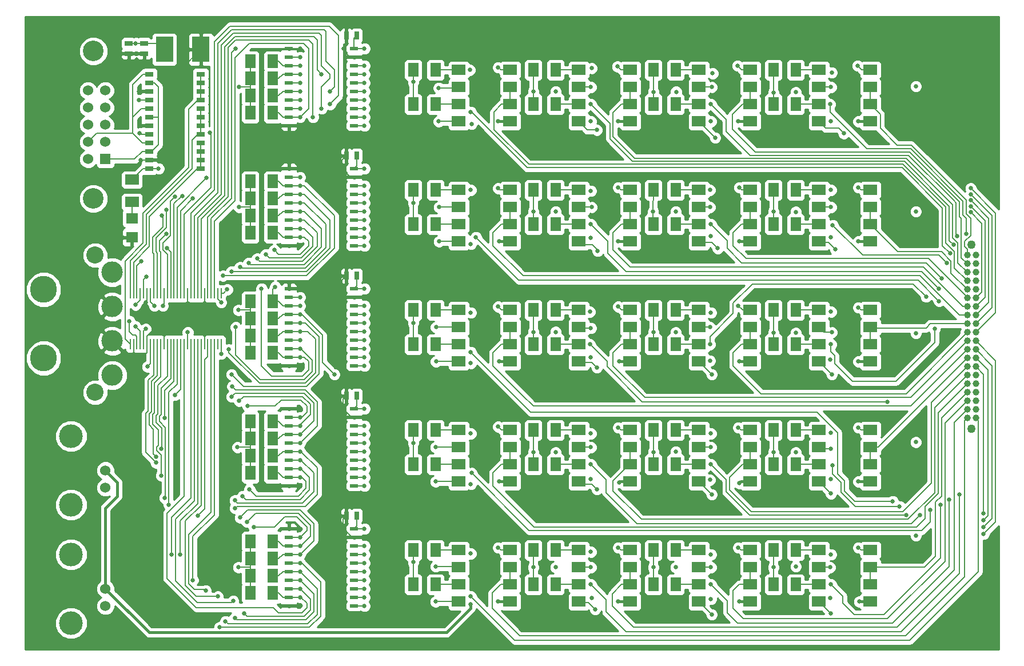
<source format=gtl>
G04 (created by PCBNEW (2013-03-31 BZR 4008)-stable) date 12/04/2013 5:07:08 PM*
%MOIN*%
G04 Gerber Fmt 3.4, Leading zero omitted, Abs format*
%FSLAX34Y34*%
G01*
G70*
G90*
G04 APERTURE LIST*
%ADD10C,2.3622e-006*%
%ADD11C,0.1378*%
%ADD12C,0.06*%
%ADD13R,0.06X0.08*%
%ADD14R,0.08X0.06*%
%ADD15R,0.025X0.045*%
%ADD16R,0.045X0.025*%
%ADD17R,0.0709X0.0629*%
%ADD18R,0.1004X0.1476*%
%ADD19R,0.05X0.02*%
%ADD20R,0.0098X0.0591*%
%ADD21R,0.05X0.03*%
%ADD22C,0.12*%
%ADD23R,0.06X0.06*%
%ADD24C,0.05*%
%ADD25C,0.0394*%
%ADD26C,0.1*%
%ADD27C,0.1571*%
%ADD28C,0.125*%
%ADD29C,0.025*%
%ADD30C,0.008*%
%ADD31C,0.0157*%
%ADD32C,0.01*%
G04 APERTURE END LIST*
G54D10*
G54D11*
X10100Y-31700D03*
X10100Y-35700D03*
G54D12*
X12100Y-34700D03*
X12100Y-33700D03*
G54D13*
X20550Y-39850D03*
X21850Y-39850D03*
X38350Y-38350D03*
X37050Y-38350D03*
X20550Y-38850D03*
X21850Y-38850D03*
X20550Y-40850D03*
X21850Y-40850D03*
X52350Y-40350D03*
X51050Y-40350D03*
X38350Y-31350D03*
X37050Y-31350D03*
X45350Y-31350D03*
X44050Y-31350D03*
X52350Y-33350D03*
X51050Y-33350D03*
X38350Y-40350D03*
X37050Y-40350D03*
X52350Y-38350D03*
X51050Y-38350D03*
X45350Y-38350D03*
X44050Y-38350D03*
X31350Y-40350D03*
X30050Y-40350D03*
X45350Y-40350D03*
X44050Y-40350D03*
X20550Y-24850D03*
X21850Y-24850D03*
X20550Y-25850D03*
X21850Y-25850D03*
X52350Y-26350D03*
X51050Y-26350D03*
X20550Y-23850D03*
X21850Y-23850D03*
X45350Y-17350D03*
X44050Y-17350D03*
X38350Y-17350D03*
X37050Y-17350D03*
X20550Y-16850D03*
X21850Y-16850D03*
X31350Y-17350D03*
X30050Y-17350D03*
X31350Y-12350D03*
X30050Y-12350D03*
X52350Y-10350D03*
X51050Y-10350D03*
X38350Y-12350D03*
X37050Y-12350D03*
X20550Y-12850D03*
X21850Y-12850D03*
X38350Y-19350D03*
X37050Y-19350D03*
X45350Y-19350D03*
X44050Y-19350D03*
X31350Y-24350D03*
X30050Y-24350D03*
X45350Y-24350D03*
X44050Y-24350D03*
X20550Y-19850D03*
X21850Y-19850D03*
X52350Y-19350D03*
X51050Y-19350D03*
X38350Y-24350D03*
X37050Y-24350D03*
X31350Y-19350D03*
X30050Y-19350D03*
X20550Y-17850D03*
X21850Y-17850D03*
X52350Y-17350D03*
X51050Y-17350D03*
X20550Y-18850D03*
X21850Y-18850D03*
X45350Y-12350D03*
X44050Y-12350D03*
X20550Y-10850D03*
X21850Y-10850D03*
X20550Y-11850D03*
X21850Y-11850D03*
X52350Y-12350D03*
X51050Y-12350D03*
X45350Y-10350D03*
X44050Y-10350D03*
X20550Y-9850D03*
X21850Y-9850D03*
X31350Y-10350D03*
X30050Y-10350D03*
X38350Y-10350D03*
X37050Y-10350D03*
X20550Y-33850D03*
X21850Y-33850D03*
X31350Y-33350D03*
X30050Y-33350D03*
X31350Y-38350D03*
X30050Y-38350D03*
G54D14*
X13650Y-16750D03*
X13650Y-18050D03*
G54D13*
X20550Y-26850D03*
X21850Y-26850D03*
X38350Y-26350D03*
X37050Y-26350D03*
X45350Y-33350D03*
X44050Y-33350D03*
X38350Y-33350D03*
X37050Y-33350D03*
X20550Y-37850D03*
X21850Y-37850D03*
X20550Y-32850D03*
X21850Y-32850D03*
X52350Y-24350D03*
X51050Y-24350D03*
X45350Y-26350D03*
X44050Y-26350D03*
X31350Y-26350D03*
X30050Y-26350D03*
X20550Y-31850D03*
X21850Y-31850D03*
X20550Y-30850D03*
X21850Y-30850D03*
X31350Y-31350D03*
X30050Y-31350D03*
X52350Y-31350D03*
X51050Y-31350D03*
G54D15*
X26150Y-22350D03*
X26750Y-22350D03*
X26150Y-36350D03*
X26750Y-36350D03*
G54D16*
X13457Y-8790D03*
X13457Y-9390D03*
G54D15*
X26150Y-29350D03*
X26750Y-29350D03*
X26150Y-15350D03*
X26750Y-15350D03*
G54D16*
X14357Y-8790D03*
X14357Y-9390D03*
G54D17*
X13650Y-18991D03*
X13650Y-20109D03*
G54D14*
X32700Y-31350D03*
X32700Y-32350D03*
X32700Y-33350D03*
X32700Y-34350D03*
X35700Y-34350D03*
X35700Y-33350D03*
X35700Y-32350D03*
X35700Y-31350D03*
X46700Y-38350D03*
X46700Y-39350D03*
X46700Y-40350D03*
X46700Y-41350D03*
X49700Y-41350D03*
X49700Y-40350D03*
X49700Y-39350D03*
X49700Y-38350D03*
X53700Y-24350D03*
X53700Y-25350D03*
X53700Y-26350D03*
X53700Y-27350D03*
X56700Y-27350D03*
X56700Y-26350D03*
X56700Y-25350D03*
X56700Y-24350D03*
X32700Y-17350D03*
X32700Y-18350D03*
X32700Y-19350D03*
X32700Y-20350D03*
X35700Y-20350D03*
X35700Y-19350D03*
X35700Y-18350D03*
X35700Y-17350D03*
X32700Y-24350D03*
X32700Y-25350D03*
X32700Y-26350D03*
X32700Y-27350D03*
X35700Y-27350D03*
X35700Y-26350D03*
X35700Y-25350D03*
X35700Y-24350D03*
X39700Y-38350D03*
X39700Y-39350D03*
X39700Y-40350D03*
X39700Y-41350D03*
X42700Y-41350D03*
X42700Y-40350D03*
X42700Y-39350D03*
X42700Y-38350D03*
X46700Y-24350D03*
X46700Y-25350D03*
X46700Y-26350D03*
X46700Y-27350D03*
X49700Y-27350D03*
X49700Y-26350D03*
X49700Y-25350D03*
X49700Y-24350D03*
X32700Y-38350D03*
X32700Y-39350D03*
X32700Y-40350D03*
X32700Y-41350D03*
X35700Y-41350D03*
X35700Y-40350D03*
X35700Y-39350D03*
X35700Y-38350D03*
X46700Y-17350D03*
X46700Y-18350D03*
X46700Y-19350D03*
X46700Y-20350D03*
X49700Y-20350D03*
X49700Y-19350D03*
X49700Y-18350D03*
X49700Y-17350D03*
X53700Y-17350D03*
X53700Y-18350D03*
X53700Y-19350D03*
X53700Y-20350D03*
X56700Y-20350D03*
X56700Y-19350D03*
X56700Y-18350D03*
X56700Y-17350D03*
X53700Y-10350D03*
X53700Y-11350D03*
X53700Y-12350D03*
X53700Y-13350D03*
X56700Y-13350D03*
X56700Y-12350D03*
X56700Y-11350D03*
X56700Y-10350D03*
X39700Y-17350D03*
X39700Y-18350D03*
X39700Y-19350D03*
X39700Y-20350D03*
X42700Y-20350D03*
X42700Y-19350D03*
X42700Y-18350D03*
X42700Y-17350D03*
X46700Y-31350D03*
X46700Y-32350D03*
X46700Y-33350D03*
X46700Y-34350D03*
X49700Y-34350D03*
X49700Y-33350D03*
X49700Y-32350D03*
X49700Y-31350D03*
X32700Y-10350D03*
X32700Y-11350D03*
X32700Y-12350D03*
X32700Y-13350D03*
X35700Y-13350D03*
X35700Y-12350D03*
X35700Y-11350D03*
X35700Y-10350D03*
X39700Y-31350D03*
X39700Y-32350D03*
X39700Y-33350D03*
X39700Y-34350D03*
X42700Y-34350D03*
X42700Y-33350D03*
X42700Y-32350D03*
X42700Y-31350D03*
X39700Y-10350D03*
X39700Y-11350D03*
X39700Y-12350D03*
X39700Y-13350D03*
X42700Y-13350D03*
X42700Y-12350D03*
X42700Y-11350D03*
X42700Y-10350D03*
X53700Y-31350D03*
X53700Y-32350D03*
X53700Y-33350D03*
X53700Y-34350D03*
X56700Y-34350D03*
X56700Y-33350D03*
X56700Y-32350D03*
X56700Y-31350D03*
G54D11*
X10100Y-38600D03*
X10100Y-42600D03*
G54D12*
X12100Y-41600D03*
X12100Y-40600D03*
G54D18*
X15537Y-9150D03*
X17663Y-9150D03*
G54D19*
X26600Y-13600D03*
X26600Y-13100D03*
X26600Y-12600D03*
X26600Y-12100D03*
X26600Y-11600D03*
X26600Y-11100D03*
X26600Y-10600D03*
X26600Y-10100D03*
X26600Y-9600D03*
X26600Y-9100D03*
X22800Y-9100D03*
X22800Y-9600D03*
X22800Y-10100D03*
X22800Y-10600D03*
X22800Y-11100D03*
X22800Y-11600D03*
X22800Y-12100D03*
X22800Y-12600D03*
X22800Y-13100D03*
X22800Y-13600D03*
G54D14*
X46700Y-10350D03*
X46700Y-11350D03*
X46700Y-12350D03*
X46700Y-13350D03*
X49700Y-13350D03*
X49700Y-12350D03*
X49700Y-11350D03*
X49700Y-10350D03*
G54D19*
X26600Y-20600D03*
X26600Y-20100D03*
X26600Y-19600D03*
X26600Y-19100D03*
X26600Y-18600D03*
X26600Y-18100D03*
X26600Y-17600D03*
X26600Y-17100D03*
X26600Y-16600D03*
X26600Y-16100D03*
X22800Y-16100D03*
X22800Y-16600D03*
X22800Y-17100D03*
X22800Y-17600D03*
X22800Y-18100D03*
X22800Y-18600D03*
X22800Y-19100D03*
X22800Y-19600D03*
X22800Y-20100D03*
X22800Y-20600D03*
X26600Y-27600D03*
X26600Y-27100D03*
X26600Y-26600D03*
X26600Y-26100D03*
X26600Y-25600D03*
X26600Y-25100D03*
X26600Y-24600D03*
X26600Y-24100D03*
X26600Y-23600D03*
X26600Y-23100D03*
X22800Y-23100D03*
X22800Y-23600D03*
X22800Y-24100D03*
X22800Y-24600D03*
X22800Y-25100D03*
X22800Y-25600D03*
X22800Y-26100D03*
X22800Y-26600D03*
X22800Y-27100D03*
X22800Y-27600D03*
G54D14*
X39700Y-24350D03*
X39700Y-25350D03*
X39700Y-26350D03*
X39700Y-27350D03*
X42700Y-27350D03*
X42700Y-26350D03*
X42700Y-25350D03*
X42700Y-24350D03*
G54D20*
X18857Y-23374D03*
X18660Y-23374D03*
X18463Y-23374D03*
X18267Y-23374D03*
X18070Y-23374D03*
X17873Y-23374D03*
X17676Y-23374D03*
X17479Y-23374D03*
X17282Y-23374D03*
X17085Y-23374D03*
X16889Y-23374D03*
X16692Y-23374D03*
X16495Y-23374D03*
X16298Y-23374D03*
X16101Y-23374D03*
X15904Y-23374D03*
X15707Y-23374D03*
X15511Y-23374D03*
X15314Y-23374D03*
X15117Y-23374D03*
X14920Y-23374D03*
X14723Y-23374D03*
X14526Y-23374D03*
X14329Y-23374D03*
X14133Y-23374D03*
X13936Y-23374D03*
X13739Y-23374D03*
X13542Y-23374D03*
X13543Y-26326D03*
X13739Y-26326D03*
X13936Y-26326D03*
X14133Y-26326D03*
X14330Y-26326D03*
X14527Y-26326D03*
X14724Y-26326D03*
X14920Y-26326D03*
X15117Y-26326D03*
X15314Y-26326D03*
X15511Y-26326D03*
X15708Y-26326D03*
X15905Y-26326D03*
X16102Y-26326D03*
X16298Y-26326D03*
X16495Y-26326D03*
X16692Y-26326D03*
X16889Y-26326D03*
X17086Y-26326D03*
X17283Y-26326D03*
X17480Y-26326D03*
X17676Y-26326D03*
X17873Y-26326D03*
X18070Y-26326D03*
X18267Y-26326D03*
X18464Y-26326D03*
X18661Y-26326D03*
X18857Y-26326D03*
G54D19*
X26600Y-34600D03*
X26600Y-34100D03*
X26600Y-33600D03*
X26600Y-33100D03*
X26600Y-32600D03*
X26600Y-32100D03*
X26600Y-31600D03*
X26600Y-31100D03*
X26600Y-30600D03*
X26600Y-30100D03*
X22800Y-30100D03*
X22800Y-30600D03*
X22800Y-31100D03*
X22800Y-31600D03*
X22800Y-32100D03*
X22800Y-32600D03*
X22800Y-33100D03*
X22800Y-33600D03*
X22800Y-34100D03*
X22800Y-34600D03*
G54D14*
X53700Y-38350D03*
X53700Y-39350D03*
X53700Y-40350D03*
X53700Y-41350D03*
X56700Y-41350D03*
X56700Y-40350D03*
X56700Y-39350D03*
X56700Y-38350D03*
G54D19*
X26600Y-41600D03*
X26600Y-41100D03*
X26600Y-40600D03*
X26600Y-40100D03*
X26600Y-39600D03*
X26600Y-39100D03*
X26600Y-38600D03*
X26600Y-38100D03*
X26600Y-37600D03*
X26600Y-37100D03*
X22800Y-37100D03*
X22800Y-37600D03*
X22800Y-38100D03*
X22800Y-38600D03*
X22800Y-39100D03*
X22800Y-39600D03*
X22800Y-40100D03*
X22800Y-40600D03*
X22800Y-41100D03*
X22800Y-41600D03*
G54D15*
X26150Y-8350D03*
X26750Y-8350D03*
G54D21*
X14650Y-10600D03*
X14650Y-11100D03*
X17650Y-11100D03*
X17650Y-10600D03*
X14650Y-12100D03*
X14650Y-11600D03*
X14650Y-14100D03*
X14650Y-13600D03*
X14650Y-13100D03*
X14650Y-12600D03*
X17650Y-11600D03*
X17650Y-12100D03*
X17650Y-14100D03*
X17650Y-13600D03*
X17650Y-13100D03*
X17650Y-12600D03*
X14650Y-16100D03*
X14650Y-15600D03*
X14650Y-15100D03*
X14650Y-14600D03*
X17650Y-14600D03*
X17650Y-15100D03*
X17650Y-15600D03*
X17650Y-16100D03*
G54D22*
X11400Y-9250D03*
X11400Y-17850D03*
G54D23*
X12100Y-15550D03*
G54D12*
X11100Y-15550D03*
X12100Y-14550D03*
X11100Y-14550D03*
X12100Y-13550D03*
X11100Y-13550D03*
X12100Y-12550D03*
X11100Y-12550D03*
X12100Y-11550D03*
X11100Y-11550D03*
G54D24*
X62600Y-20525D03*
X62600Y-31275D03*
G54D25*
X62350Y-21650D03*
X62350Y-21150D03*
X62850Y-21150D03*
X62850Y-21650D03*
X62850Y-23150D03*
X62850Y-23650D03*
X62850Y-22650D03*
X62850Y-22150D03*
X62350Y-22150D03*
X62350Y-22650D03*
X62350Y-23650D03*
X62350Y-23150D03*
X62850Y-28650D03*
X62850Y-29150D03*
X62850Y-30150D03*
X62850Y-29650D03*
X62350Y-29650D03*
X62350Y-30150D03*
X62350Y-29150D03*
X62350Y-28650D03*
X62350Y-30650D03*
X62850Y-30650D03*
X62850Y-28150D03*
X62350Y-28150D03*
X62350Y-25150D03*
X62350Y-25650D03*
X62350Y-24650D03*
X62350Y-24150D03*
X62350Y-26150D03*
X62350Y-26650D03*
X62350Y-27650D03*
X62350Y-27150D03*
X62850Y-27150D03*
X62850Y-27650D03*
X62850Y-26650D03*
X62850Y-26150D03*
X62850Y-24150D03*
X62850Y-24650D03*
X62850Y-25650D03*
X62850Y-25150D03*
G54D26*
X11500Y-21150D03*
X11500Y-29150D03*
G54D27*
X8500Y-23150D03*
G54D28*
X12500Y-26150D03*
X12500Y-24150D03*
X12500Y-28150D03*
X12500Y-22150D03*
G54D27*
X8500Y-27150D03*
G54D29*
X14100Y-14050D03*
X30050Y-11050D03*
X19900Y-18350D03*
X37050Y-39350D03*
X52350Y-39300D03*
X51050Y-11675D03*
X52350Y-18625D03*
X52350Y-11650D03*
X27200Y-37100D03*
X19900Y-11350D03*
X44050Y-39350D03*
X19850Y-24350D03*
X37050Y-11600D03*
X30050Y-25100D03*
X44050Y-32625D03*
X45350Y-32600D03*
X19850Y-39350D03*
X27200Y-16100D03*
X27200Y-30100D03*
X51050Y-32650D03*
X45350Y-25650D03*
X27200Y-23100D03*
X44025Y-18600D03*
X38350Y-25625D03*
X38350Y-39350D03*
X37050Y-18600D03*
X27200Y-9100D03*
X45350Y-39350D03*
X52350Y-32650D03*
X37050Y-25625D03*
X15200Y-16100D03*
X13857Y-8790D03*
X45375Y-11625D03*
X59350Y-37500D03*
X30050Y-32100D03*
X37050Y-32650D03*
X30050Y-39050D03*
X38350Y-18600D03*
X16900Y-25650D03*
X18850Y-26900D03*
X45350Y-18600D03*
X19800Y-32350D03*
X59350Y-11300D03*
X59350Y-25700D03*
X30050Y-18100D03*
X59350Y-18600D03*
X15450Y-24100D03*
X44050Y-11625D03*
X59350Y-32050D03*
X52350Y-25675D03*
X44050Y-25650D03*
X38350Y-11600D03*
X38350Y-32650D03*
X51050Y-25675D03*
X51050Y-39350D03*
X51050Y-18600D03*
X14050Y-12100D03*
X16250Y-30350D03*
X19250Y-33350D03*
X14150Y-15600D03*
X14100Y-13600D03*
X14050Y-11600D03*
X58700Y-28650D03*
X58700Y-34650D03*
X37700Y-13150D03*
X25900Y-23200D03*
X25900Y-16100D03*
X23450Y-41600D03*
X23450Y-20600D03*
X23450Y-23100D03*
X23450Y-30100D03*
X26000Y-9100D03*
X23450Y-13600D03*
X16950Y-24100D03*
X25950Y-37050D03*
X17700Y-24100D03*
X23450Y-9100D03*
X23450Y-34600D03*
X14450Y-23900D03*
X13857Y-9390D03*
X13100Y-20100D03*
X23450Y-27600D03*
X23450Y-16100D03*
X25950Y-30100D03*
X17850Y-25750D03*
X23450Y-37100D03*
X15650Y-25650D03*
X35000Y-13350D03*
X56000Y-20350D03*
X54400Y-34200D03*
X56000Y-13350D03*
X54350Y-41150D03*
X49050Y-20350D03*
X49000Y-13350D03*
X42050Y-27350D03*
X40400Y-27100D03*
X49050Y-34450D03*
X49050Y-27350D03*
X35000Y-41350D03*
X49050Y-41350D03*
X33400Y-41500D03*
X56000Y-34350D03*
X47400Y-13350D03*
X56050Y-41350D03*
X33400Y-20500D03*
X35050Y-20350D03*
X56000Y-27350D03*
X33400Y-34500D03*
X47350Y-34250D03*
X54400Y-13350D03*
X40450Y-41150D03*
X33400Y-27450D03*
X40400Y-20150D03*
X42000Y-20350D03*
X35050Y-34350D03*
X35050Y-27350D03*
X42050Y-34400D03*
X40400Y-34200D03*
X40400Y-13350D03*
X42000Y-13350D03*
X54400Y-20100D03*
X54350Y-27250D03*
X33450Y-13500D03*
X42000Y-41350D03*
X47400Y-41200D03*
X47350Y-27300D03*
X47400Y-20050D03*
X54400Y-31500D03*
X40400Y-17400D03*
X42000Y-17200D03*
X47350Y-17350D03*
X49050Y-17200D03*
X54400Y-17350D03*
X56000Y-17200D03*
X33400Y-24500D03*
X35000Y-24150D03*
X40350Y-24450D03*
X48950Y-10100D03*
X47500Y-10550D03*
X41950Y-10150D03*
X40450Y-10250D03*
X35000Y-10200D03*
X54450Y-10500D03*
X55950Y-10100D03*
X33400Y-17350D03*
X35000Y-17250D03*
X49000Y-31200D03*
X56000Y-31200D03*
X33400Y-38550D03*
X35000Y-38200D03*
X40400Y-38450D03*
X42000Y-38200D03*
X56000Y-38200D03*
X54400Y-38600D03*
X49000Y-38200D03*
X47400Y-38600D03*
X42000Y-24150D03*
X33350Y-10350D03*
X47400Y-24500D03*
X49000Y-24100D03*
X54400Y-24450D03*
X56000Y-24200D03*
X33400Y-31550D03*
X35000Y-31150D03*
X40400Y-31550D03*
X42000Y-31200D03*
X47400Y-31550D03*
X62300Y-19900D03*
X54350Y-12350D03*
X47400Y-19350D03*
X60850Y-22500D03*
X62550Y-18650D03*
X62550Y-18300D03*
X60675Y-23100D03*
X40400Y-19350D03*
X33700Y-20100D03*
X62550Y-17950D03*
X60700Y-23825D03*
X62550Y-17600D03*
X60450Y-25450D03*
X54400Y-26350D03*
X62550Y-17250D03*
X59950Y-23575D03*
X47350Y-26350D03*
X57700Y-29700D03*
X40350Y-26350D03*
X63300Y-37400D03*
X58000Y-35500D03*
X33400Y-26800D03*
X63300Y-37000D03*
X54500Y-33400D03*
X63300Y-36600D03*
X58400Y-35800D03*
X47400Y-33350D03*
X63300Y-36200D03*
X58800Y-36300D03*
X59600Y-36300D03*
X40400Y-33350D03*
X47400Y-12350D03*
X61750Y-20050D03*
X33450Y-33850D03*
X60200Y-36000D03*
X54400Y-40350D03*
X60800Y-35700D03*
X61300Y-35400D03*
X47400Y-40350D03*
X40400Y-40350D03*
X61900Y-35100D03*
X33400Y-41050D03*
X40400Y-12350D03*
X61550Y-20550D03*
X61350Y-21050D03*
X33400Y-12800D03*
X61150Y-21600D03*
X54500Y-19400D03*
X47450Y-11350D03*
X27200Y-13100D03*
X27200Y-10100D03*
X31525Y-11400D03*
X27200Y-12100D03*
X54400Y-11350D03*
X27200Y-13600D03*
X40400Y-11350D03*
X27200Y-12600D03*
X27200Y-11600D03*
X27200Y-11100D03*
X27200Y-10600D03*
X27200Y-20100D03*
X47350Y-18350D03*
X27200Y-17100D03*
X27200Y-19100D03*
X31550Y-18350D03*
X54400Y-18350D03*
X27200Y-20600D03*
X27200Y-19600D03*
X40450Y-18350D03*
X27200Y-18600D03*
X27200Y-18100D03*
X27200Y-17600D03*
X54450Y-25650D03*
X27200Y-27600D03*
X27200Y-24100D03*
X27200Y-24600D03*
X40400Y-25400D03*
X27200Y-26600D03*
X27200Y-25100D03*
X27200Y-25600D03*
X27200Y-26100D03*
X31375Y-25350D03*
X27200Y-27100D03*
X47350Y-25350D03*
X27200Y-31100D03*
X27200Y-34600D03*
X54400Y-32450D03*
X27200Y-31600D03*
X27200Y-33600D03*
X40400Y-32350D03*
X27200Y-32100D03*
X27200Y-33100D03*
X31350Y-32350D03*
X27200Y-32600D03*
X27200Y-34100D03*
X47400Y-32350D03*
X27200Y-38600D03*
X31350Y-39300D03*
X27200Y-40100D03*
X54350Y-39350D03*
X27200Y-41600D03*
X47400Y-39350D03*
X27200Y-41100D03*
X27200Y-40600D03*
X40400Y-39350D03*
X27200Y-38100D03*
X27200Y-39100D03*
X27200Y-39600D03*
X55150Y-14050D03*
X23450Y-13100D03*
X19700Y-9100D03*
X23450Y-9600D03*
X16600Y-17700D03*
X23450Y-19600D03*
X21450Y-21100D03*
X47800Y-20750D03*
X18950Y-22350D03*
X15700Y-20750D03*
X23450Y-17100D03*
X16150Y-17750D03*
X20950Y-21350D03*
X23450Y-19100D03*
X40800Y-20900D03*
X19450Y-22100D03*
X15650Y-19900D03*
X23450Y-17600D03*
X15650Y-18500D03*
X20450Y-21600D03*
X23450Y-18600D03*
X31550Y-20350D03*
X15400Y-18850D03*
X23450Y-18100D03*
X19950Y-21850D03*
X23450Y-27100D03*
X54450Y-28100D03*
X14950Y-24100D03*
X21200Y-23100D03*
X23450Y-23600D03*
X14500Y-22400D03*
X13850Y-24050D03*
X23450Y-26600D03*
X47450Y-28100D03*
X19700Y-25350D03*
X14200Y-21500D03*
X22000Y-23000D03*
X23450Y-24100D03*
X24200Y-13100D03*
X23450Y-12600D03*
X47650Y-14300D03*
X13500Y-25000D03*
X23450Y-26100D03*
X40750Y-27700D03*
X23450Y-24600D03*
X13850Y-25300D03*
X25450Y-28100D03*
X19300Y-26650D03*
X31375Y-27350D03*
X23450Y-25600D03*
X14450Y-25450D03*
X19450Y-28100D03*
X14550Y-27650D03*
X23450Y-25100D03*
X15050Y-33250D03*
X23450Y-34100D03*
X54400Y-35050D03*
X20500Y-34800D03*
X15050Y-32900D03*
X23450Y-30600D03*
X20400Y-29950D03*
X15350Y-34000D03*
X47450Y-35100D03*
X23450Y-33600D03*
X20100Y-35200D03*
X15350Y-32450D03*
X19900Y-29650D03*
X23450Y-31100D03*
X15550Y-35300D03*
X19650Y-35450D03*
X23450Y-33100D03*
X40750Y-34800D03*
X15550Y-30650D03*
X23450Y-31600D03*
X19450Y-29400D03*
X24700Y-10600D03*
X23450Y-10100D03*
X15800Y-35700D03*
X19650Y-35900D03*
X23450Y-32600D03*
X31350Y-34350D03*
X19500Y-28800D03*
X16150Y-29300D03*
X23450Y-32100D03*
X23450Y-41100D03*
X54400Y-42050D03*
X15950Y-38600D03*
X23450Y-37600D03*
X20750Y-37000D03*
X20200Y-42050D03*
X23450Y-40600D03*
X47450Y-42100D03*
X19550Y-41300D03*
X23450Y-38100D03*
X20350Y-36700D03*
X16450Y-38600D03*
X23450Y-40100D03*
X40650Y-41800D03*
X18650Y-41050D03*
X19650Y-42300D03*
X19950Y-36450D03*
X17500Y-36350D03*
X23450Y-38600D03*
X17950Y-40700D03*
X19100Y-42500D03*
X23450Y-39600D03*
X31350Y-41350D03*
X23450Y-39100D03*
X18750Y-42850D03*
X17200Y-40100D03*
X23450Y-12100D03*
X24700Y-12600D03*
X40750Y-13850D03*
X25200Y-11600D03*
X23450Y-10600D03*
X31525Y-13350D03*
X23450Y-11600D03*
X25200Y-12350D03*
X23450Y-11100D03*
X18200Y-14000D03*
X17200Y-17850D03*
X21950Y-20850D03*
X54650Y-20800D03*
X23450Y-20100D03*
X23450Y-16600D03*
X18000Y-16650D03*
X18850Y-23900D03*
X19200Y-23150D03*
G54D30*
X14650Y-14100D02*
X14150Y-14100D01*
X14150Y-14100D02*
X14100Y-14050D01*
X15177Y-8790D02*
X15537Y-9150D01*
X26750Y-22350D02*
X26750Y-22950D01*
X37050Y-18600D02*
X37050Y-17350D01*
X20550Y-37850D02*
X20550Y-38850D01*
X26600Y-37100D02*
X27200Y-37100D01*
X20550Y-18350D02*
X19900Y-18350D01*
X15511Y-24039D02*
X15511Y-23374D01*
X37050Y-40350D02*
X37050Y-39350D01*
X44050Y-32625D02*
X44050Y-31350D01*
X44050Y-39350D02*
X44050Y-38350D01*
X20550Y-39350D02*
X19850Y-39350D01*
X26600Y-8500D02*
X26750Y-8350D01*
X26600Y-9100D02*
X26600Y-8500D01*
X30050Y-26350D02*
X30050Y-25100D01*
X20550Y-24350D02*
X19850Y-24350D01*
X30050Y-11050D02*
X30050Y-10350D01*
X51050Y-19350D02*
X51050Y-18600D01*
X51050Y-11675D02*
X51050Y-10350D01*
X37050Y-25625D02*
X37050Y-24350D01*
X26750Y-22950D02*
X26600Y-23100D01*
X26750Y-36350D02*
X26750Y-36950D01*
X30050Y-12350D02*
X30050Y-11050D01*
X26750Y-36950D02*
X26600Y-37100D01*
X20550Y-32350D02*
X20550Y-32850D01*
X20550Y-10850D02*
X20550Y-11350D01*
X26750Y-15350D02*
X26750Y-15950D01*
X20550Y-11350D02*
X20550Y-11850D01*
X44050Y-40350D02*
X44050Y-39350D01*
X20550Y-23850D02*
X20550Y-24350D01*
X26600Y-16100D02*
X27200Y-16100D01*
X44050Y-26350D02*
X44050Y-25650D01*
X14357Y-8790D02*
X15177Y-8790D01*
X51050Y-39350D02*
X51050Y-38350D01*
X51050Y-26350D02*
X51050Y-25675D01*
X44050Y-33350D02*
X44050Y-32625D01*
X18857Y-26893D02*
X18850Y-26900D01*
X30050Y-18100D02*
X30050Y-17350D01*
X20550Y-25850D02*
X20550Y-26850D01*
X20550Y-30850D02*
X20550Y-31850D01*
X44050Y-19350D02*
X44025Y-18600D01*
X30050Y-19350D02*
X30050Y-18100D01*
X26600Y-30100D02*
X27200Y-30100D01*
X20550Y-39350D02*
X20550Y-39850D01*
X20550Y-18350D02*
X20550Y-17850D01*
X20550Y-11850D02*
X20550Y-12850D01*
X20550Y-24350D02*
X20550Y-24850D01*
X30050Y-40350D02*
X30050Y-39050D01*
X20550Y-31850D02*
X20550Y-32350D01*
X26750Y-29950D02*
X26600Y-30100D01*
X20550Y-11350D02*
X19900Y-11350D01*
X37050Y-19350D02*
X37050Y-18600D01*
X51050Y-33350D02*
X51050Y-32650D01*
X26750Y-29350D02*
X26750Y-29950D01*
X44050Y-11625D02*
X44050Y-10350D01*
X20550Y-32350D02*
X19800Y-32350D01*
X20550Y-24850D02*
X20550Y-25850D01*
X37050Y-26350D02*
X37050Y-25625D01*
X44050Y-12350D02*
X44050Y-11625D01*
X20550Y-32850D02*
X20550Y-33850D01*
X37050Y-33350D02*
X37050Y-32650D01*
X37050Y-12350D02*
X37050Y-11600D01*
X20550Y-9850D02*
X20550Y-10850D01*
X20550Y-39850D02*
X20550Y-40850D01*
X30050Y-25100D02*
X30050Y-24350D01*
X20550Y-17850D02*
X20550Y-16850D01*
X20550Y-11850D02*
X20550Y-10850D01*
X20550Y-11850D02*
X20550Y-12850D01*
X20550Y-19850D02*
X20550Y-18850D01*
X16889Y-25661D02*
X16900Y-25650D01*
X51050Y-32650D02*
X51050Y-31350D01*
X20550Y-38850D02*
X20550Y-39350D01*
X30050Y-39050D02*
X30050Y-38350D01*
X14650Y-16100D02*
X15200Y-16100D01*
X14650Y-16100D02*
X14300Y-16100D01*
X14300Y-16100D02*
X13650Y-16750D01*
X51050Y-40350D02*
X51050Y-39350D01*
X37050Y-39350D02*
X37050Y-38350D01*
X51050Y-25675D02*
X51050Y-24350D01*
X13457Y-8790D02*
X13857Y-8790D01*
X16889Y-25661D02*
X16889Y-26326D01*
X44025Y-18600D02*
X44050Y-17350D01*
X13857Y-8790D02*
X14357Y-8790D01*
X37050Y-32650D02*
X37050Y-31350D01*
X26600Y-9100D02*
X27200Y-9100D01*
X15511Y-24039D02*
X15450Y-24100D01*
X37050Y-11600D02*
X37050Y-10350D01*
X26750Y-15950D02*
X26600Y-16100D01*
X20550Y-18850D02*
X20550Y-18350D01*
X26600Y-23100D02*
X27200Y-23100D01*
X51050Y-12350D02*
X51050Y-11675D01*
X18857Y-26326D02*
X18857Y-26893D01*
X30050Y-32100D02*
X30050Y-31350D01*
X44050Y-25650D02*
X44050Y-24350D01*
X30050Y-33350D02*
X30050Y-32100D01*
X51050Y-18600D02*
X51050Y-17350D01*
X14650Y-12100D02*
X14050Y-12100D01*
X13739Y-23374D02*
X13739Y-21561D01*
X14650Y-18900D02*
X17450Y-16100D01*
X14650Y-20650D02*
X14650Y-18900D01*
X13739Y-21561D02*
X14650Y-20650D01*
X17450Y-16100D02*
X17650Y-16100D01*
X17650Y-16100D02*
X17550Y-16100D01*
X17650Y-14600D02*
X17650Y-15100D01*
X17650Y-15100D02*
X17650Y-15600D01*
X17650Y-15600D02*
X17650Y-16100D01*
X17650Y-16100D02*
X17450Y-16100D01*
X13542Y-23374D02*
X13542Y-21458D01*
X17150Y-14450D02*
X17150Y-16100D01*
X17500Y-14100D02*
X17150Y-14450D01*
X17500Y-14100D02*
X17650Y-14100D01*
X14488Y-18762D02*
X17150Y-16100D01*
X14488Y-20512D02*
X14488Y-18762D01*
X17650Y-13100D02*
X17650Y-13600D01*
X17650Y-12600D02*
X17650Y-13100D01*
X17650Y-13600D02*
X17650Y-14100D01*
X13542Y-21458D02*
X14488Y-20512D01*
X17650Y-12100D02*
X17500Y-12100D01*
X17500Y-12100D02*
X16950Y-12650D01*
X17650Y-10600D02*
X17650Y-11100D01*
X17650Y-11100D02*
X17650Y-11600D01*
X17650Y-11600D02*
X17650Y-12100D01*
X13250Y-26033D02*
X13543Y-26326D01*
X16950Y-16050D02*
X16950Y-12650D01*
X13250Y-21500D02*
X14300Y-20450D01*
X13250Y-26033D02*
X13250Y-21500D01*
X14300Y-20450D02*
X14300Y-18700D01*
X14300Y-18700D02*
X16950Y-16050D01*
X14650Y-15600D02*
X14150Y-15600D01*
X14650Y-13600D02*
X14100Y-13600D01*
X14650Y-11600D02*
X14050Y-11600D01*
X13850Y-26950D02*
X14400Y-26950D01*
X17873Y-23927D02*
X17700Y-24100D01*
X13739Y-26326D02*
X13739Y-26839D01*
X26600Y-23600D02*
X26150Y-23600D01*
X14527Y-26326D02*
X14527Y-25873D01*
X17873Y-26326D02*
X17873Y-25773D01*
X26450Y-30600D02*
X25950Y-30100D01*
X14357Y-9707D02*
X14850Y-10200D01*
X25900Y-16100D02*
X25900Y-15600D01*
X22800Y-13600D02*
X23450Y-13600D01*
X14850Y-25550D02*
X15250Y-25550D01*
X15511Y-25811D02*
X15511Y-26326D01*
X22800Y-34600D02*
X23450Y-34600D01*
X22800Y-41600D02*
X23450Y-41600D01*
X25900Y-23200D02*
X25900Y-22600D01*
X22800Y-9100D02*
X23450Y-9100D01*
X26350Y-9600D02*
X26600Y-9600D01*
X25900Y-15600D02*
X26150Y-15350D01*
X16889Y-23374D02*
X16889Y-24039D01*
X14400Y-26950D02*
X14527Y-26823D01*
X26000Y-9250D02*
X26350Y-9600D01*
X13650Y-20109D02*
X13109Y-20109D01*
X22800Y-27600D02*
X23450Y-27600D01*
X14527Y-25873D02*
X14850Y-25550D01*
X22800Y-20600D02*
X23450Y-20600D01*
X15250Y-25550D02*
X15511Y-25811D01*
X26150Y-8950D02*
X26000Y-9100D01*
X16889Y-24039D02*
X16950Y-24100D01*
X25950Y-30100D02*
X25950Y-29550D01*
X26600Y-30600D02*
X26450Y-30600D01*
X26600Y-37600D02*
X26500Y-37600D01*
X26600Y-16600D02*
X26400Y-16600D01*
X25950Y-36550D02*
X26150Y-36350D01*
X14527Y-26823D02*
X14527Y-26326D01*
X22800Y-30100D02*
X23450Y-30100D01*
X22800Y-16100D02*
X23450Y-16100D01*
X25900Y-22600D02*
X26150Y-22350D01*
X13457Y-9390D02*
X13857Y-9390D01*
X14526Y-23824D02*
X14450Y-23900D01*
X25900Y-23350D02*
X26150Y-23600D01*
X22800Y-37100D02*
X23450Y-37100D01*
X26400Y-16600D02*
X25900Y-16100D01*
X14526Y-23374D02*
X14526Y-23824D01*
X13109Y-20109D02*
X13100Y-20100D01*
X25950Y-29550D02*
X26150Y-29350D01*
X22800Y-23100D02*
X23450Y-23100D01*
X26150Y-8350D02*
X26150Y-8950D01*
X15511Y-25789D02*
X15650Y-25650D01*
X15511Y-25811D02*
X15511Y-25789D01*
X26500Y-37600D02*
X25950Y-37050D01*
X25900Y-23200D02*
X25900Y-23350D01*
X14357Y-9390D02*
X14357Y-9707D01*
X16613Y-10200D02*
X17663Y-9150D01*
X14850Y-10200D02*
X16613Y-10200D01*
X13857Y-9390D02*
X14357Y-9390D01*
X25950Y-37050D02*
X25950Y-36550D01*
X17873Y-25773D02*
X17850Y-25750D01*
X26000Y-9100D02*
X26000Y-9250D01*
X13739Y-26839D02*
X13850Y-26950D01*
X17873Y-23927D02*
X17873Y-23374D01*
G54D31*
X12800Y-34400D02*
X12100Y-33700D01*
X12800Y-35200D02*
X12800Y-34400D01*
X12100Y-35900D02*
X12800Y-35200D01*
X33400Y-41500D02*
X33400Y-41750D01*
X14650Y-43150D02*
X12100Y-40600D01*
X32000Y-43150D02*
X14650Y-43150D01*
X33400Y-41750D02*
X32000Y-43150D01*
X35700Y-34350D02*
X35050Y-34350D01*
X12100Y-40600D02*
X12100Y-35900D01*
X35000Y-41350D02*
X35700Y-41350D01*
X56700Y-13350D02*
X56000Y-13350D01*
X42100Y-34350D02*
X42050Y-34400D01*
X42000Y-13350D02*
X42700Y-13350D01*
X49700Y-20350D02*
X49050Y-20350D01*
X35700Y-20350D02*
X35050Y-20350D01*
X49000Y-13350D02*
X49700Y-13350D01*
X56700Y-27350D02*
X56000Y-27350D01*
X49150Y-34350D02*
X49700Y-34350D01*
X49150Y-34350D02*
X49050Y-34450D01*
X35700Y-13350D02*
X35000Y-13350D01*
X42700Y-34350D02*
X42100Y-34350D01*
X42000Y-20350D02*
X42700Y-20350D01*
X42700Y-41350D02*
X42000Y-41350D01*
X35700Y-27350D02*
X35050Y-27350D01*
X56000Y-20350D02*
X56700Y-20350D01*
X56000Y-34350D02*
X56700Y-34350D01*
X56700Y-41350D02*
X56050Y-41350D01*
X49050Y-41350D02*
X49700Y-41350D01*
X49050Y-27350D02*
X49700Y-27350D01*
X42700Y-27350D02*
X42050Y-27350D01*
G54D30*
X42150Y-17350D02*
X42000Y-17200D01*
X42700Y-17350D02*
X42150Y-17350D01*
X49200Y-17350D02*
X49050Y-17200D01*
X49700Y-17350D02*
X49200Y-17350D01*
X56150Y-17350D02*
X56000Y-17200D01*
X56700Y-17350D02*
X56150Y-17350D01*
X35200Y-24350D02*
X35000Y-24150D01*
X35700Y-24350D02*
X35200Y-24350D01*
X42200Y-24350D02*
X42000Y-24150D01*
X49700Y-10350D02*
X49200Y-10350D01*
X49200Y-10350D02*
X48950Y-10100D01*
X42700Y-10350D02*
X42150Y-10350D01*
X42150Y-10350D02*
X41950Y-10150D01*
X35700Y-10350D02*
X35150Y-10350D01*
X35150Y-10350D02*
X35000Y-10200D01*
X56200Y-10350D02*
X55950Y-10100D01*
X56700Y-10350D02*
X56200Y-10350D01*
X35100Y-17350D02*
X35000Y-17250D01*
X35700Y-17350D02*
X35100Y-17350D01*
X49150Y-31350D02*
X49000Y-31200D01*
X56150Y-31350D02*
X56000Y-31200D01*
X56700Y-31350D02*
X56150Y-31350D01*
X35150Y-38350D02*
X35000Y-38200D01*
X35700Y-38350D02*
X35150Y-38350D01*
X42150Y-38350D02*
X42000Y-38200D01*
X42700Y-38350D02*
X42150Y-38350D01*
X42700Y-24350D02*
X42200Y-24350D01*
X56150Y-38350D02*
X56000Y-38200D01*
X56700Y-38350D02*
X56150Y-38350D01*
X49700Y-38350D02*
X49150Y-38350D01*
X49150Y-38350D02*
X49000Y-38200D01*
X49250Y-24350D02*
X49000Y-24100D01*
X49700Y-24350D02*
X49250Y-24350D01*
X56150Y-24350D02*
X56000Y-24200D01*
X56700Y-24350D02*
X56150Y-24350D01*
X35200Y-31350D02*
X35000Y-31150D01*
X35700Y-31350D02*
X35200Y-31350D01*
X42150Y-31350D02*
X42000Y-31200D01*
X42700Y-31350D02*
X42150Y-31350D01*
X49700Y-31350D02*
X49150Y-31350D01*
X56700Y-12350D02*
X56700Y-12375D01*
X57275Y-13750D02*
X58250Y-14725D01*
X57275Y-12950D02*
X57275Y-13750D01*
X56700Y-12375D02*
X57275Y-12950D01*
X56700Y-11350D02*
X56700Y-12350D01*
X56950Y-12350D02*
X56700Y-12350D01*
X59075Y-14725D02*
X62300Y-17950D01*
X58250Y-14725D02*
X59075Y-14725D01*
X62200Y-20650D02*
X62200Y-20350D01*
X62350Y-20800D02*
X62350Y-21150D01*
X62350Y-20800D02*
X62200Y-20650D01*
X62300Y-18750D02*
X62300Y-17950D01*
X62550Y-19000D02*
X62300Y-18750D01*
X62550Y-20000D02*
X62550Y-19000D01*
X62200Y-20350D02*
X62550Y-20000D01*
X56500Y-14950D02*
X59050Y-14950D01*
X54350Y-12800D02*
X56500Y-14950D01*
X62100Y-18000D02*
X59050Y-14950D01*
X62300Y-19000D02*
X62100Y-18800D01*
X62100Y-18800D02*
X62100Y-18000D01*
X62300Y-19900D02*
X62300Y-19000D01*
X54350Y-12350D02*
X54350Y-12800D01*
X49700Y-19350D02*
X49700Y-18350D01*
X62375Y-23650D02*
X60075Y-21350D01*
X48700Y-19850D02*
X49200Y-19350D01*
X49450Y-21350D02*
X48700Y-20600D01*
X48700Y-20600D02*
X48700Y-19850D01*
X49200Y-19350D02*
X49700Y-19350D01*
X60075Y-21350D02*
X57700Y-21350D01*
X57700Y-21350D02*
X49450Y-21350D01*
X62350Y-23650D02*
X62375Y-23650D01*
X59575Y-21600D02*
X59950Y-21600D01*
X48350Y-20300D02*
X48350Y-20750D01*
X59575Y-21600D02*
X49200Y-21600D01*
X48350Y-20750D02*
X49200Y-21600D01*
X47400Y-19350D02*
X48350Y-20300D01*
X59950Y-21600D02*
X60850Y-22500D01*
X63200Y-23300D02*
X63200Y-19300D01*
X63200Y-19300D02*
X62550Y-18650D01*
X62850Y-23650D02*
X63200Y-23300D01*
X42700Y-18350D02*
X42700Y-19350D01*
X62075Y-24150D02*
X59775Y-21850D01*
X42200Y-19350D02*
X42700Y-19350D01*
X41700Y-19850D02*
X42200Y-19350D01*
X59775Y-21850D02*
X42700Y-21850D01*
X41700Y-20850D02*
X41700Y-19850D01*
X42700Y-21850D02*
X41700Y-20850D01*
X62350Y-24150D02*
X62075Y-24150D01*
X62850Y-24150D02*
X63400Y-23600D01*
X63400Y-19150D02*
X62550Y-18300D01*
X63400Y-23600D02*
X63400Y-19150D01*
X59675Y-22100D02*
X60675Y-23100D01*
X59625Y-22100D02*
X42450Y-22100D01*
X41400Y-21050D02*
X42450Y-22100D01*
X41400Y-20350D02*
X41400Y-21050D01*
X59625Y-22100D02*
X59675Y-22100D01*
X40400Y-19350D02*
X41400Y-20350D01*
X35700Y-19350D02*
X35700Y-18350D01*
X61875Y-24650D02*
X62350Y-24650D01*
X62350Y-24650D02*
X62350Y-24650D01*
X35700Y-19350D02*
X35200Y-19350D01*
X36450Y-22350D02*
X34700Y-20600D01*
X34700Y-20600D02*
X34700Y-19850D01*
X34700Y-19850D02*
X35200Y-19350D01*
X59575Y-22350D02*
X61875Y-24650D01*
X59575Y-22350D02*
X36450Y-22350D01*
X36200Y-22600D02*
X33700Y-20100D01*
X59475Y-22600D02*
X36200Y-22600D01*
X63600Y-23900D02*
X62850Y-24650D01*
X63600Y-19000D02*
X62550Y-17950D01*
X63600Y-23900D02*
X63600Y-19000D01*
X59475Y-22600D02*
X60700Y-23825D01*
X56750Y-25400D02*
X59950Y-25400D01*
X60200Y-25150D02*
X59950Y-25400D01*
X60200Y-25150D02*
X62350Y-25150D01*
X56750Y-25400D02*
X56700Y-25350D01*
X56750Y-25400D02*
X56700Y-25350D01*
X62350Y-25150D02*
X62350Y-25150D01*
X56700Y-26350D02*
X56700Y-25350D01*
X56950Y-25350D02*
X56700Y-25350D01*
X56700Y-25350D02*
X56950Y-25100D01*
X56900Y-25150D02*
X56700Y-25350D01*
X56900Y-25150D02*
X56700Y-25350D01*
X55650Y-28500D02*
X58200Y-28500D01*
X54625Y-27475D02*
X55650Y-28500D01*
X63800Y-24200D02*
X63800Y-18850D01*
X63800Y-18850D02*
X62550Y-17600D01*
X62850Y-25150D02*
X63800Y-24200D01*
X60450Y-25450D02*
X60450Y-26250D01*
X60450Y-26250D02*
X58200Y-28500D01*
X54400Y-26775D02*
X54400Y-26350D01*
X54400Y-26775D02*
X54625Y-27000D01*
X54625Y-27000D02*
X54625Y-27475D01*
X54450Y-26350D02*
X54400Y-26350D01*
X49700Y-26350D02*
X49700Y-25350D01*
X50325Y-29225D02*
X58775Y-29225D01*
X58775Y-29225D02*
X62350Y-25650D01*
X49700Y-26350D02*
X49200Y-26350D01*
X48700Y-26850D02*
X49200Y-26350D01*
X48700Y-27600D02*
X48700Y-26850D01*
X48700Y-27600D02*
X50325Y-29225D01*
X62550Y-17250D02*
X64000Y-18700D01*
X64000Y-24500D02*
X64000Y-18700D01*
X62850Y-25650D02*
X64000Y-24500D01*
X59200Y-22825D02*
X59950Y-23575D01*
X47350Y-25900D02*
X48700Y-24550D01*
X48700Y-24550D02*
X48700Y-23950D01*
X48700Y-23950D02*
X49825Y-22825D01*
X49825Y-22825D02*
X56475Y-22825D01*
X47350Y-26350D02*
X47350Y-25900D01*
X56475Y-22825D02*
X59200Y-22825D01*
X61900Y-18050D02*
X61900Y-18900D01*
X61725Y-17875D02*
X61900Y-18050D01*
X62000Y-21300D02*
X62350Y-21650D01*
X62000Y-19000D02*
X62000Y-21300D01*
X61900Y-18900D02*
X62000Y-19000D01*
X61725Y-17875D02*
X58975Y-15125D01*
X48650Y-13800D02*
X48650Y-12950D01*
X49975Y-15125D02*
X48650Y-13800D01*
X49700Y-12350D02*
X49250Y-12350D01*
X48650Y-12950D02*
X49250Y-12350D01*
X58975Y-15125D02*
X49975Y-15125D01*
X49700Y-11350D02*
X49700Y-12350D01*
X43550Y-29450D02*
X59050Y-29450D01*
X43550Y-29450D02*
X41700Y-27600D01*
X41700Y-26850D02*
X41700Y-27600D01*
X42700Y-26350D02*
X42200Y-26350D01*
X41700Y-26850D02*
X42200Y-26350D01*
X59050Y-29450D02*
X62350Y-26150D01*
X42450Y-26350D02*
X42700Y-26350D01*
X42700Y-26350D02*
X42700Y-25350D01*
X41350Y-27650D02*
X43400Y-29700D01*
X40350Y-26350D02*
X41350Y-27350D01*
X41350Y-27350D02*
X41350Y-27650D01*
X43400Y-29700D02*
X57700Y-29700D01*
X64000Y-27300D02*
X62850Y-26150D01*
X64000Y-36700D02*
X64000Y-27300D01*
X64000Y-36700D02*
X63300Y-37400D01*
X34700Y-26850D02*
X35200Y-26350D01*
X36400Y-29300D02*
X34700Y-27600D01*
X36450Y-29350D02*
X36400Y-29300D01*
X34700Y-27600D02*
X34700Y-26850D01*
X35700Y-25350D02*
X35700Y-26350D01*
X35200Y-26350D02*
X35700Y-26350D01*
X59050Y-29950D02*
X62350Y-26650D01*
X37050Y-29950D02*
X59050Y-29950D01*
X36400Y-29300D02*
X37050Y-29950D01*
X55800Y-35500D02*
X58000Y-35500D01*
X55200Y-34300D02*
X55200Y-34900D01*
X55200Y-34900D02*
X55800Y-35500D01*
X54800Y-33900D02*
X55200Y-34300D01*
X33400Y-26800D02*
X36900Y-30300D01*
X53600Y-30300D02*
X54800Y-31500D01*
X36900Y-30300D02*
X53600Y-30300D01*
X54800Y-31500D02*
X54800Y-33900D01*
X63800Y-27600D02*
X62850Y-26650D01*
X63800Y-36500D02*
X63300Y-37000D01*
X63800Y-36500D02*
X63800Y-27600D01*
X56700Y-33350D02*
X56700Y-32350D01*
X57150Y-32350D02*
X62350Y-27150D01*
X56700Y-32350D02*
X57150Y-32350D01*
X54500Y-33900D02*
X55000Y-34400D01*
X54500Y-33400D02*
X54500Y-33900D01*
X63550Y-36350D02*
X63550Y-27850D01*
X55825Y-35800D02*
X58400Y-35800D01*
X63550Y-36350D02*
X63300Y-36600D01*
X55000Y-34975D02*
X55825Y-35800D01*
X55000Y-34400D02*
X55000Y-34975D01*
X63550Y-27850D02*
X62850Y-27150D01*
X60250Y-29750D02*
X60250Y-34450D01*
X48500Y-34850D02*
X49750Y-36100D01*
X58600Y-36100D02*
X60250Y-34450D01*
X58600Y-36100D02*
X49750Y-36100D01*
X49250Y-33350D02*
X49700Y-33350D01*
X48500Y-34100D02*
X49250Y-33350D01*
X48500Y-34850D02*
X48500Y-34100D01*
X60250Y-29750D02*
X62350Y-27650D01*
X49700Y-33350D02*
X49700Y-33350D01*
X49700Y-33350D02*
X49700Y-32350D01*
X63300Y-36200D02*
X63300Y-36200D01*
X58800Y-36300D02*
X58800Y-36300D01*
X47400Y-33350D02*
X48300Y-34250D01*
X48300Y-34250D02*
X48300Y-34950D01*
X48300Y-34950D02*
X49650Y-36300D01*
X49650Y-36300D02*
X58800Y-36300D01*
X63300Y-28100D02*
X62850Y-27650D01*
X63300Y-36200D02*
X63300Y-28100D01*
X58900Y-36550D02*
X58900Y-36550D01*
X41700Y-34300D02*
X41700Y-34900D01*
X42700Y-33350D02*
X42650Y-33350D01*
X41700Y-34300D02*
X42650Y-33350D01*
X41700Y-34900D02*
X43350Y-36550D01*
X58900Y-36550D02*
X43350Y-36550D01*
X60450Y-30050D02*
X62350Y-28150D01*
X60450Y-35000D02*
X60450Y-30050D01*
X58900Y-36550D02*
X60450Y-35000D01*
X42700Y-32350D02*
X42700Y-33350D01*
X59100Y-36800D02*
X43100Y-36800D01*
X59100Y-36800D02*
X59600Y-36300D01*
X41300Y-35000D02*
X43100Y-36800D01*
X40400Y-33350D02*
X41300Y-34250D01*
X41300Y-34250D02*
X41300Y-34950D01*
X41300Y-34950D02*
X41300Y-35000D01*
X61700Y-18100D02*
X61700Y-20000D01*
X61550Y-17950D02*
X61700Y-18100D01*
X49675Y-15325D02*
X58925Y-15325D01*
X47400Y-12350D02*
X48300Y-13250D01*
X48300Y-13950D02*
X49675Y-15325D01*
X48300Y-13250D02*
X48300Y-13950D01*
X58925Y-15325D02*
X61550Y-17950D01*
X61700Y-20000D02*
X61750Y-20050D01*
X35700Y-33350D02*
X35700Y-33350D01*
X35700Y-33350D02*
X35700Y-32350D01*
X59900Y-35800D02*
X60650Y-35050D01*
X60650Y-35050D02*
X60650Y-30350D01*
X60650Y-30350D02*
X62350Y-28650D01*
X59400Y-37000D02*
X37100Y-37000D01*
X34700Y-34600D02*
X34700Y-33850D01*
X34700Y-33850D02*
X35200Y-33350D01*
X35700Y-33350D02*
X35200Y-33350D01*
X37100Y-37000D02*
X34700Y-34600D01*
X59900Y-36500D02*
X59900Y-35800D01*
X59400Y-37000D02*
X59900Y-36500D01*
X59700Y-37200D02*
X60200Y-36700D01*
X60200Y-36700D02*
X60200Y-36000D01*
X57600Y-37200D02*
X59000Y-37200D01*
X33450Y-33850D02*
X36800Y-37200D01*
X36800Y-37200D02*
X56900Y-37200D01*
X56900Y-37200D02*
X57600Y-37200D01*
X59000Y-37200D02*
X59700Y-37200D01*
X56850Y-39350D02*
X56700Y-39350D01*
X56700Y-40350D02*
X56700Y-39350D01*
X60500Y-35550D02*
X60850Y-35200D01*
X60850Y-35200D02*
X60850Y-30650D01*
X60850Y-30650D02*
X62350Y-29150D01*
X56700Y-39350D02*
X59850Y-39350D01*
X59850Y-39350D02*
X60500Y-38700D01*
X60500Y-38700D02*
X60500Y-35550D01*
X57450Y-42100D02*
X57500Y-42100D01*
X55100Y-41450D02*
X55750Y-42100D01*
X55100Y-41050D02*
X55100Y-41450D01*
X54400Y-40350D02*
X55100Y-41050D01*
X55750Y-42100D02*
X57450Y-42100D01*
X60800Y-38800D02*
X60800Y-35700D01*
X57500Y-42100D02*
X60800Y-38800D01*
X49700Y-39350D02*
X49700Y-40350D01*
X49700Y-40350D02*
X49700Y-40350D01*
X61050Y-30950D02*
X62350Y-29650D01*
X49300Y-42350D02*
X48700Y-41750D01*
X57700Y-42350D02*
X49300Y-42350D01*
X61050Y-39000D02*
X57700Y-42350D01*
X48700Y-41750D02*
X48700Y-40700D01*
X48700Y-40700D02*
X49050Y-40350D01*
X49700Y-40350D02*
X49050Y-40350D01*
X61050Y-39000D02*
X61050Y-30950D01*
X61300Y-35400D02*
X61300Y-35400D01*
X61300Y-39300D02*
X61300Y-35400D01*
X58000Y-42600D02*
X61300Y-39300D01*
X57950Y-42600D02*
X58000Y-42600D01*
X48950Y-42600D02*
X57950Y-42600D01*
X48350Y-42000D02*
X48950Y-42600D01*
X48350Y-41300D02*
X48350Y-42000D01*
X47400Y-40350D02*
X48350Y-41300D01*
X61600Y-30900D02*
X62350Y-30150D01*
X58250Y-42850D02*
X61600Y-39500D01*
X58200Y-42850D02*
X42900Y-42850D01*
X42900Y-42850D02*
X41650Y-41600D01*
X58200Y-42850D02*
X58250Y-42850D01*
X61600Y-39500D02*
X61600Y-30900D01*
X41650Y-40900D02*
X42200Y-40350D01*
X41650Y-41600D02*
X41650Y-40900D01*
X42700Y-40350D02*
X42700Y-39350D01*
X42700Y-40350D02*
X42700Y-40350D01*
X42700Y-40350D02*
X42200Y-40350D01*
X58500Y-43100D02*
X61900Y-39700D01*
X40400Y-40350D02*
X41300Y-41250D01*
X41300Y-41250D02*
X41300Y-41950D01*
X41300Y-41950D02*
X42450Y-43100D01*
X58450Y-43100D02*
X42450Y-43100D01*
X58450Y-43100D02*
X58500Y-43100D01*
X61900Y-35100D02*
X61900Y-35100D01*
X61900Y-39700D02*
X61900Y-35100D01*
X35700Y-40350D02*
X35700Y-40350D01*
X35700Y-40350D02*
X35700Y-39350D01*
X62200Y-30800D02*
X62350Y-30650D01*
X58750Y-43350D02*
X62200Y-39900D01*
X34650Y-40850D02*
X34650Y-41750D01*
X36250Y-43350D02*
X34650Y-41750D01*
X34650Y-40850D02*
X35150Y-40350D01*
X58700Y-43350D02*
X36250Y-43350D01*
X35700Y-40350D02*
X35150Y-40350D01*
X62200Y-39900D02*
X62200Y-30800D01*
X58700Y-43350D02*
X58750Y-43350D01*
X63000Y-30800D02*
X62850Y-30650D01*
X59000Y-43600D02*
X63000Y-39600D01*
X58950Y-43600D02*
X35950Y-43600D01*
X35950Y-43600D02*
X33400Y-41050D01*
X58950Y-43600D02*
X59000Y-43600D01*
X63000Y-39600D02*
X63000Y-30800D01*
X61500Y-18200D02*
X58800Y-15500D01*
X61800Y-20450D02*
X61800Y-21600D01*
X61500Y-20150D02*
X61800Y-20450D01*
X61800Y-21600D02*
X62350Y-22150D01*
X61500Y-20150D02*
X61500Y-18200D01*
X58800Y-15500D02*
X42950Y-15500D01*
X41700Y-14250D02*
X41700Y-12850D01*
X41700Y-12850D02*
X42200Y-12350D01*
X42950Y-15500D02*
X41700Y-14250D01*
X42700Y-12350D02*
X42200Y-12350D01*
X42700Y-12350D02*
X42700Y-11600D01*
X42700Y-11600D02*
X42700Y-11350D01*
X61300Y-18300D02*
X61300Y-20300D01*
X41525Y-14375D02*
X42825Y-15675D01*
X58675Y-15675D02*
X61300Y-18300D01*
X58675Y-15675D02*
X42825Y-15675D01*
X41525Y-13475D02*
X41525Y-14375D01*
X40400Y-12350D02*
X41525Y-13475D01*
X61300Y-20300D02*
X61550Y-20550D01*
X61100Y-18350D02*
X61100Y-20450D01*
X61100Y-18350D02*
X58600Y-15850D01*
X36775Y-15850D02*
X34750Y-13825D01*
X34750Y-13825D02*
X34750Y-12800D01*
X35700Y-12350D02*
X35200Y-12350D01*
X58600Y-15850D02*
X36775Y-15850D01*
X34750Y-12800D02*
X35200Y-12350D01*
X61600Y-21900D02*
X62350Y-22650D01*
X61600Y-20950D02*
X61600Y-21900D01*
X61100Y-20450D02*
X61600Y-20950D01*
X35700Y-12350D02*
X35700Y-11350D01*
X60900Y-20600D02*
X61350Y-21050D01*
X33400Y-12800D02*
X33450Y-12800D01*
X33450Y-12800D02*
X36700Y-16050D01*
X58550Y-16050D02*
X60900Y-18400D01*
X58550Y-16050D02*
X36700Y-16050D01*
X60900Y-18400D02*
X60900Y-20600D01*
X61400Y-21500D02*
X60850Y-20950D01*
X62350Y-23150D02*
X61400Y-22200D01*
X61400Y-21500D02*
X61400Y-22200D01*
X60850Y-20950D02*
X58300Y-20950D01*
X56700Y-19350D02*
X56700Y-18350D01*
X58300Y-20950D02*
X56700Y-19350D01*
X60700Y-21150D02*
X61150Y-21600D01*
X56250Y-21150D02*
X54500Y-19400D01*
X56250Y-21150D02*
X60700Y-21150D01*
X13650Y-18050D02*
X13650Y-18991D01*
X45350Y-10350D02*
X46700Y-10350D01*
X47450Y-11350D02*
X46700Y-11350D01*
X26600Y-13100D02*
X27200Y-13100D01*
X45350Y-12350D02*
X46700Y-12350D01*
X31350Y-12350D02*
X32700Y-12350D01*
X38350Y-12350D02*
X39700Y-12350D01*
X38350Y-10350D02*
X39700Y-10350D01*
X31350Y-10350D02*
X32700Y-10350D01*
X52350Y-12350D02*
X53700Y-12350D01*
X52350Y-10350D02*
X53700Y-10350D01*
X26600Y-10100D02*
X27200Y-10100D01*
X32650Y-11400D02*
X32700Y-11350D01*
X26600Y-12100D02*
X27200Y-12100D01*
X32650Y-11400D02*
X31525Y-11400D01*
X54400Y-11350D02*
X53700Y-11350D01*
X26600Y-13600D02*
X27200Y-13600D01*
X40400Y-11350D02*
X39700Y-11350D01*
X26600Y-12600D02*
X27200Y-12600D01*
X26600Y-11600D02*
X27200Y-11600D01*
X27200Y-11100D02*
X26600Y-11100D01*
X26600Y-10600D02*
X27200Y-10600D01*
X45350Y-17350D02*
X46700Y-17350D01*
X26600Y-20100D02*
X27200Y-20100D01*
X47350Y-18350D02*
X46700Y-18350D01*
X45350Y-19350D02*
X46700Y-19350D01*
X31350Y-19350D02*
X32700Y-19350D01*
X38350Y-19350D02*
X39700Y-19350D01*
X38350Y-17350D02*
X39700Y-17350D01*
X31350Y-17350D02*
X32700Y-17350D01*
X52350Y-19350D02*
X53700Y-19350D01*
X52350Y-17350D02*
X53700Y-17350D01*
X26600Y-17100D02*
X27200Y-17100D01*
X26600Y-19100D02*
X27200Y-19100D01*
X32600Y-18450D02*
X32700Y-18350D01*
X31550Y-18350D02*
X32700Y-18350D01*
X53700Y-18350D02*
X54400Y-18350D01*
X27200Y-20600D02*
X26600Y-20600D01*
X39700Y-18350D02*
X40450Y-18350D01*
X26600Y-19600D02*
X27200Y-19600D01*
X27200Y-18600D02*
X26600Y-18600D01*
X26600Y-18100D02*
X27200Y-18100D01*
X27200Y-17600D02*
X26600Y-17600D01*
X45350Y-24350D02*
X46700Y-24350D01*
X45350Y-26350D02*
X46700Y-26350D01*
X31350Y-26350D02*
X32700Y-26350D01*
X38350Y-26350D02*
X39700Y-26350D01*
X38350Y-24350D02*
X39700Y-24350D01*
X31350Y-24350D02*
X32700Y-24350D01*
X52350Y-26350D02*
X53700Y-26350D01*
X26600Y-27600D02*
X27200Y-27600D01*
X54450Y-25650D02*
X54000Y-25650D01*
X54000Y-25650D02*
X53700Y-25350D01*
X52350Y-24350D02*
X53700Y-24350D01*
X26600Y-24100D02*
X27200Y-24100D01*
X26600Y-24600D02*
X27200Y-24600D01*
X39750Y-25400D02*
X39700Y-25350D01*
X40400Y-25400D02*
X39750Y-25400D01*
X26600Y-26600D02*
X27200Y-26600D01*
X27200Y-25100D02*
X26600Y-25100D01*
X27200Y-25600D02*
X26600Y-25600D01*
X27200Y-26100D02*
X26600Y-26100D01*
X31375Y-25350D02*
X32700Y-25350D01*
X47350Y-25350D02*
X46700Y-25350D01*
X26600Y-27100D02*
X27200Y-27100D01*
X45350Y-33350D02*
X46700Y-33350D01*
X45350Y-31350D02*
X46700Y-31350D01*
X31350Y-33350D02*
X32700Y-33350D01*
X38350Y-33350D02*
X39700Y-33350D01*
X38350Y-31350D02*
X39700Y-31350D01*
X31350Y-31350D02*
X32700Y-31350D01*
X26600Y-31100D02*
X27200Y-31100D01*
X52350Y-33350D02*
X53700Y-33350D01*
X27200Y-34600D02*
X26600Y-34600D01*
X53700Y-32350D02*
X53800Y-32450D01*
X54400Y-32450D02*
X53800Y-32450D01*
X52350Y-31350D02*
X53700Y-31350D01*
X26600Y-31600D02*
X27200Y-31600D01*
X26600Y-33600D02*
X27200Y-33600D01*
X40400Y-32350D02*
X39700Y-32350D01*
X27200Y-32100D02*
X26600Y-32100D01*
X26600Y-33100D02*
X27200Y-33100D01*
X31350Y-32350D02*
X32700Y-32350D01*
X27200Y-32600D02*
X26600Y-32600D01*
X47400Y-32350D02*
X46700Y-32350D01*
X26600Y-34100D02*
X27200Y-34100D01*
X45350Y-38350D02*
X46700Y-38350D01*
X26600Y-38600D02*
X27200Y-38600D01*
X45350Y-40350D02*
X46700Y-40350D01*
X32700Y-39350D02*
X32650Y-39300D01*
X31350Y-39300D02*
X32650Y-39300D01*
X27200Y-40100D02*
X26600Y-40100D01*
X31350Y-40350D02*
X32700Y-40350D01*
X38350Y-40350D02*
X39700Y-40350D01*
X38350Y-38350D02*
X39700Y-38350D01*
X31350Y-38350D02*
X32700Y-38350D01*
X52350Y-40350D02*
X53700Y-40350D01*
X27200Y-41600D02*
X26600Y-41600D01*
X53700Y-39350D02*
X54350Y-39350D01*
X52350Y-38350D02*
X53700Y-38350D01*
X27200Y-41100D02*
X26600Y-41100D01*
X46700Y-39350D02*
X47400Y-39350D01*
X40400Y-39350D02*
X39700Y-39350D01*
X26600Y-40600D02*
X27200Y-40600D01*
X26600Y-38100D02*
X27200Y-38100D01*
X26600Y-39100D02*
X27200Y-39100D01*
X26600Y-39600D02*
X27200Y-39600D01*
X22450Y-13100D02*
X22800Y-13100D01*
X19650Y-17975D02*
X19650Y-9650D01*
X19650Y-9650D02*
X20500Y-8800D01*
X18463Y-19162D02*
X19650Y-17975D01*
X21850Y-12850D02*
X22200Y-12850D01*
X20500Y-8800D02*
X23650Y-8800D01*
X23650Y-8800D02*
X23950Y-9100D01*
X23950Y-9100D02*
X23950Y-12600D01*
X23950Y-12600D02*
X23450Y-13100D01*
X23450Y-13100D02*
X22800Y-13100D01*
X22200Y-12850D02*
X22450Y-13100D01*
X18463Y-23374D02*
X18463Y-19162D01*
X55150Y-14050D02*
X54850Y-13750D01*
X54850Y-13750D02*
X54100Y-13750D01*
X54100Y-13750D02*
X53700Y-13350D01*
X19450Y-9350D02*
X19700Y-9100D01*
X18267Y-23374D02*
X18267Y-19008D01*
X23450Y-9600D02*
X22800Y-9600D01*
X18267Y-19008D02*
X19450Y-17825D01*
X19450Y-17825D02*
X19450Y-9350D01*
X16101Y-23374D02*
X16101Y-18149D01*
X16550Y-17700D02*
X16600Y-17700D01*
X16101Y-18149D02*
X16550Y-17700D01*
X23525Y-21300D02*
X21650Y-21300D01*
X23450Y-19600D02*
X23700Y-19600D01*
X22800Y-19600D02*
X23450Y-19600D01*
X24200Y-20625D02*
X23525Y-21300D01*
X24200Y-20100D02*
X24200Y-20625D01*
X23700Y-19600D02*
X24200Y-20100D01*
X21650Y-21300D02*
X21450Y-21100D01*
X47450Y-20400D02*
X46750Y-20400D01*
X46700Y-20350D02*
X46750Y-20400D01*
X47750Y-20700D02*
X47450Y-20400D01*
X47800Y-20700D02*
X47750Y-20700D01*
X47800Y-20750D02*
X47800Y-20700D01*
X18950Y-22350D02*
X23825Y-22350D01*
X23450Y-17100D02*
X23700Y-17100D01*
X25450Y-18850D02*
X25450Y-20725D01*
X25450Y-20725D02*
X23825Y-22350D01*
X23700Y-17100D02*
X25450Y-18850D01*
X18950Y-22350D02*
X18950Y-22350D01*
X15904Y-23374D02*
X15904Y-20954D01*
X15904Y-20954D02*
X15700Y-20750D01*
X22200Y-16850D02*
X22450Y-17100D01*
X21850Y-16850D02*
X22200Y-16850D01*
X22450Y-17100D02*
X22800Y-17100D01*
X22800Y-17100D02*
X23450Y-17100D01*
X15450Y-20500D02*
X15450Y-20450D01*
X15707Y-21107D02*
X15450Y-20850D01*
X15450Y-20850D02*
X15450Y-20500D01*
X15707Y-23374D02*
X15707Y-21107D01*
X15900Y-18000D02*
X16150Y-17750D01*
X15900Y-20000D02*
X15900Y-18000D01*
X15450Y-20450D02*
X15900Y-20000D01*
X21100Y-21500D02*
X20950Y-21350D01*
X23450Y-19100D02*
X23700Y-19100D01*
X24450Y-20650D02*
X23600Y-21500D01*
X24450Y-19850D02*
X24450Y-20650D01*
X23700Y-19100D02*
X24450Y-19850D01*
X23450Y-19100D02*
X22800Y-19100D01*
X23600Y-21500D02*
X21100Y-21500D01*
X39900Y-20550D02*
X39700Y-20350D01*
X40500Y-20550D02*
X39900Y-20550D01*
X40800Y-20850D02*
X40500Y-20550D01*
X40800Y-20900D02*
X40800Y-20850D01*
X19450Y-22100D02*
X19450Y-22100D01*
X23825Y-22100D02*
X19450Y-22100D01*
X25200Y-19100D02*
X25200Y-20725D01*
X23700Y-17600D02*
X25200Y-19100D01*
X25200Y-20725D02*
X23825Y-22100D01*
X23450Y-17600D02*
X23700Y-17600D01*
X15314Y-20964D02*
X15314Y-23374D01*
X15314Y-20964D02*
X15250Y-20900D01*
X15250Y-20900D02*
X15250Y-20300D01*
X15250Y-20300D02*
X15650Y-19900D01*
X22800Y-17600D02*
X23450Y-17600D01*
X22450Y-17600D02*
X22800Y-17600D01*
X22200Y-17850D02*
X22450Y-17600D01*
X21850Y-17850D02*
X22200Y-17850D01*
X15050Y-20950D02*
X15050Y-20150D01*
X15117Y-21517D02*
X15117Y-21017D01*
X15117Y-23374D02*
X15117Y-21517D01*
X15117Y-21017D02*
X15050Y-20950D01*
X20550Y-21700D02*
X20450Y-21600D01*
X23675Y-21700D02*
X20550Y-21700D01*
X24700Y-20675D02*
X23675Y-21700D01*
X24700Y-19600D02*
X24700Y-20675D01*
X23700Y-18600D02*
X24700Y-19600D01*
X23700Y-18600D02*
X23450Y-18600D01*
X15650Y-19550D02*
X15650Y-18500D01*
X15050Y-20150D02*
X15650Y-19550D01*
X23450Y-18600D02*
X22800Y-18600D01*
X22450Y-18600D02*
X22800Y-18600D01*
X22200Y-18850D02*
X22450Y-18600D01*
X21850Y-18850D02*
X22200Y-18850D01*
X31550Y-20350D02*
X32700Y-20350D01*
X14920Y-21070D02*
X14850Y-21000D01*
X14850Y-21000D02*
X14850Y-20100D01*
X14850Y-20100D02*
X15450Y-19500D01*
X14920Y-23374D02*
X14920Y-21070D01*
X15450Y-18900D02*
X15400Y-18850D01*
X15450Y-19500D02*
X15450Y-18900D01*
X22800Y-18100D02*
X23450Y-18100D01*
X23700Y-18100D02*
X24950Y-19350D01*
X23700Y-18100D02*
X23450Y-18100D01*
X20000Y-21900D02*
X19950Y-21850D01*
X23750Y-21900D02*
X20000Y-21900D01*
X24950Y-20700D02*
X23750Y-21900D01*
X24950Y-19350D02*
X24950Y-20700D01*
X21800Y-28200D02*
X21200Y-27600D01*
X23600Y-28200D02*
X21800Y-28200D01*
X23950Y-27850D02*
X23600Y-28200D01*
X23950Y-27350D02*
X23950Y-27850D01*
X23700Y-27100D02*
X23950Y-27350D01*
X54450Y-28100D02*
X53700Y-27350D01*
X22800Y-27100D02*
X23450Y-27100D01*
X21850Y-26850D02*
X22200Y-26850D01*
X22450Y-27100D02*
X22800Y-27100D01*
X22200Y-26850D02*
X22450Y-27100D01*
X14950Y-24100D02*
X14723Y-23873D01*
X14723Y-23374D02*
X14723Y-23873D01*
X23700Y-27100D02*
X23450Y-27100D01*
X21200Y-27600D02*
X21200Y-23100D01*
X23450Y-23600D02*
X22800Y-23600D01*
X14329Y-23374D02*
X14329Y-22571D01*
X14329Y-22571D02*
X14500Y-22400D01*
X14133Y-23767D02*
X13850Y-24050D01*
X47450Y-28100D02*
X46700Y-27350D01*
X22800Y-26600D02*
X23450Y-26600D01*
X14133Y-23374D02*
X14133Y-23767D01*
X23475Y-26600D02*
X23450Y-26600D01*
X19700Y-26975D02*
X19700Y-25350D01*
X21125Y-28400D02*
X19700Y-26975D01*
X23675Y-28400D02*
X21125Y-28400D01*
X24150Y-27925D02*
X23675Y-28400D01*
X24150Y-27275D02*
X24150Y-27925D01*
X23475Y-26600D02*
X24150Y-27275D01*
X13936Y-23374D02*
X13936Y-21764D01*
X21850Y-23150D02*
X21850Y-23850D01*
X22000Y-23000D02*
X21850Y-23150D01*
X13936Y-21764D02*
X14200Y-21500D01*
X22450Y-24100D02*
X22800Y-24100D01*
X22200Y-23850D02*
X22450Y-24100D01*
X22800Y-24100D02*
X23450Y-24100D01*
X21850Y-23850D02*
X22200Y-23850D01*
X19250Y-9050D02*
X19700Y-8600D01*
X19700Y-8600D02*
X23950Y-8600D01*
X23950Y-8600D02*
X24200Y-8850D01*
X24200Y-8850D02*
X24200Y-13100D01*
X18070Y-23374D02*
X18070Y-18930D01*
X18070Y-18930D02*
X19250Y-17750D01*
X23450Y-12600D02*
X22800Y-12600D01*
X47650Y-14300D02*
X46700Y-13350D01*
X19250Y-17750D02*
X19250Y-9050D01*
X13500Y-25000D02*
X13500Y-25600D01*
X13500Y-25600D02*
X13700Y-25800D01*
X13700Y-25800D02*
X13850Y-25800D01*
X13850Y-25800D02*
X13936Y-25886D01*
X13936Y-25886D02*
X13936Y-26326D01*
X22800Y-26100D02*
X23450Y-26100D01*
X39750Y-27400D02*
X39700Y-27350D01*
X40450Y-27400D02*
X39750Y-27400D01*
X40750Y-27700D02*
X40450Y-27400D01*
X22200Y-24850D02*
X22450Y-24600D01*
X21850Y-24850D02*
X22200Y-24850D01*
X22450Y-24600D02*
X22800Y-24600D01*
X14133Y-25583D02*
X13850Y-25300D01*
X14133Y-25583D02*
X14133Y-26326D01*
X23450Y-24600D02*
X23550Y-24600D01*
X22800Y-24600D02*
X23450Y-24600D01*
X24750Y-27400D02*
X25450Y-28100D01*
X24750Y-25800D02*
X24750Y-27400D01*
X23550Y-24600D02*
X24750Y-25800D01*
X24350Y-28000D02*
X24350Y-26050D01*
X19300Y-26650D02*
X19300Y-26825D01*
X23750Y-28600D02*
X21075Y-28600D01*
X23450Y-25600D02*
X23900Y-25600D01*
X24350Y-28000D02*
X23750Y-28600D01*
X19300Y-26825D02*
X21075Y-28600D01*
X23900Y-25600D02*
X24350Y-26050D01*
X23450Y-25600D02*
X22800Y-25600D01*
X14330Y-25970D02*
X14330Y-26326D01*
X21850Y-25850D02*
X22200Y-25850D01*
X22200Y-25850D02*
X22450Y-25600D01*
X22450Y-25600D02*
X22800Y-25600D01*
X31375Y-27350D02*
X32700Y-27350D01*
X14330Y-26326D02*
X14330Y-25570D01*
X14330Y-25570D02*
X14450Y-25450D01*
X24550Y-25900D02*
X23750Y-25100D01*
X24550Y-28075D02*
X24550Y-25900D01*
X23825Y-28800D02*
X24550Y-28075D01*
X20150Y-28800D02*
X23825Y-28800D01*
X19450Y-28100D02*
X20150Y-28800D01*
X14724Y-27476D02*
X14550Y-27650D01*
X22800Y-25100D02*
X23450Y-25100D01*
X14724Y-26326D02*
X14724Y-27476D01*
X23750Y-25100D02*
X23450Y-25100D01*
X54400Y-35050D02*
X53700Y-34350D01*
X22800Y-34100D02*
X23450Y-34100D01*
X22450Y-34100D02*
X22800Y-34100D01*
X22200Y-33850D02*
X22450Y-34100D01*
X21850Y-33850D02*
X22200Y-33850D01*
X14450Y-32650D02*
X15050Y-33250D01*
X23550Y-34100D02*
X23800Y-34350D01*
X23800Y-34350D02*
X23800Y-34750D01*
X23800Y-34750D02*
X23350Y-35200D01*
X23350Y-35200D02*
X20900Y-35200D01*
X20900Y-35200D02*
X20500Y-34800D01*
X23450Y-34100D02*
X23550Y-34100D01*
X14920Y-28130D02*
X14600Y-28450D01*
X14600Y-28450D02*
X14600Y-30220D01*
X14600Y-30220D02*
X14450Y-30370D01*
X14450Y-30370D02*
X14450Y-32650D01*
X14920Y-28130D02*
X14920Y-26326D01*
X15117Y-28183D02*
X15117Y-26326D01*
X22800Y-30600D02*
X23450Y-30600D01*
X23450Y-30600D02*
X23550Y-30600D01*
X23850Y-29950D02*
X23500Y-29600D01*
X23850Y-30300D02*
X23850Y-29950D01*
X23550Y-30600D02*
X23850Y-30300D01*
X23500Y-29600D02*
X22350Y-29600D01*
X22350Y-29600D02*
X22000Y-29950D01*
X22000Y-29950D02*
X20400Y-29950D01*
X15117Y-28183D02*
X14788Y-28512D01*
X14788Y-28512D02*
X14788Y-30262D01*
X14788Y-30262D02*
X14650Y-30400D01*
X14650Y-30400D02*
X14650Y-31050D01*
X14650Y-31050D02*
X14900Y-31300D01*
X14900Y-31300D02*
X14900Y-32750D01*
X14900Y-32750D02*
X15050Y-32900D01*
X23450Y-33600D02*
X22800Y-33600D01*
X46700Y-34350D02*
X47450Y-35100D01*
X15350Y-32800D02*
X15350Y-34000D01*
X14850Y-31000D02*
X15200Y-31350D01*
X15200Y-31350D02*
X15200Y-32250D01*
X15200Y-32250D02*
X15100Y-32350D01*
X15100Y-32350D02*
X15100Y-32550D01*
X15100Y-32550D02*
X15350Y-32800D01*
X15314Y-28236D02*
X14950Y-28600D01*
X14950Y-28600D02*
X14950Y-30350D01*
X14850Y-30450D02*
X14850Y-31000D01*
X15314Y-28236D02*
X15314Y-26326D01*
X14950Y-30350D02*
X14850Y-30450D01*
X20300Y-35400D02*
X20100Y-35200D01*
X23450Y-35400D02*
X20300Y-35400D01*
X24000Y-34850D02*
X23450Y-35400D01*
X24000Y-34100D02*
X24000Y-34850D01*
X23500Y-33600D02*
X24000Y-34100D01*
X23450Y-33600D02*
X23500Y-33600D01*
X15150Y-30250D02*
X15150Y-30400D01*
X24050Y-30450D02*
X24050Y-29900D01*
X24050Y-29900D02*
X24050Y-29892D01*
X15150Y-30250D02*
X15150Y-28750D01*
X15708Y-28192D02*
X15150Y-28750D01*
X15708Y-28192D02*
X15708Y-26326D01*
X15400Y-32400D02*
X15350Y-32450D01*
X15400Y-31250D02*
X15400Y-32400D01*
X15050Y-30900D02*
X15400Y-31250D01*
X15050Y-30500D02*
X15050Y-30900D01*
X23450Y-31100D02*
X22800Y-31100D01*
X23600Y-29400D02*
X20150Y-29400D01*
X19900Y-29650D02*
X20150Y-29400D01*
X24050Y-29900D02*
X24050Y-29850D01*
X24050Y-29850D02*
X23600Y-29400D01*
X15150Y-30400D02*
X15050Y-30500D01*
X23450Y-31050D02*
X24050Y-30450D01*
X22200Y-30850D02*
X22450Y-31100D01*
X22450Y-31100D02*
X22800Y-31100D01*
X21850Y-30850D02*
X22200Y-30850D01*
X23450Y-31100D02*
X23450Y-31050D01*
X15550Y-35300D02*
X15550Y-35238D01*
X15350Y-28900D02*
X15350Y-30450D01*
X15905Y-26326D02*
X15905Y-28345D01*
X15905Y-28345D02*
X15350Y-28900D01*
X15250Y-30850D02*
X15600Y-31200D01*
X15250Y-30550D02*
X15250Y-30850D01*
X15350Y-30450D02*
X15250Y-30550D01*
X24250Y-33850D02*
X24250Y-34950D01*
X23500Y-33100D02*
X24250Y-33850D01*
X23500Y-33100D02*
X23450Y-33100D01*
X19800Y-35600D02*
X19650Y-35450D01*
X23600Y-35600D02*
X19800Y-35600D01*
X24250Y-34950D02*
X23600Y-35600D01*
X15600Y-35188D02*
X15600Y-31200D01*
X15550Y-35238D02*
X15600Y-35188D01*
X22800Y-33100D02*
X23450Y-33100D01*
X39850Y-34500D02*
X39700Y-34350D01*
X40450Y-34500D02*
X39850Y-34500D01*
X40750Y-34800D02*
X40450Y-34500D01*
X15550Y-29050D02*
X15550Y-30650D01*
X16102Y-26326D02*
X16102Y-28498D01*
X16102Y-28498D02*
X15550Y-29050D01*
X19650Y-29200D02*
X19450Y-29400D01*
X23450Y-31600D02*
X24250Y-30800D01*
X22800Y-31600D02*
X23450Y-31600D01*
X23675Y-29200D02*
X19650Y-29200D01*
X24250Y-30800D02*
X24250Y-29775D01*
X24250Y-29775D02*
X23675Y-29200D01*
X21850Y-31850D02*
X22200Y-31850D01*
X22200Y-31850D02*
X22450Y-31600D01*
X22450Y-31600D02*
X22800Y-31600D01*
X24450Y-10350D02*
X24700Y-10600D01*
X17676Y-23374D02*
X17676Y-19049D01*
X22450Y-10100D02*
X22800Y-10100D01*
X22200Y-9850D02*
X22450Y-10100D01*
X21850Y-9850D02*
X22200Y-9850D01*
X23450Y-10100D02*
X22800Y-10100D01*
X17676Y-19049D02*
X19050Y-17675D01*
X19050Y-17675D02*
X19050Y-9000D01*
X19050Y-9000D02*
X19650Y-8400D01*
X19650Y-8400D02*
X24250Y-8400D01*
X24250Y-8400D02*
X24450Y-8600D01*
X24450Y-8600D02*
X24450Y-10350D01*
X22800Y-32600D02*
X23450Y-32600D01*
X15800Y-35700D02*
X15800Y-29150D01*
X23500Y-32600D02*
X24450Y-33550D01*
X16298Y-26326D02*
X16298Y-28652D01*
X23500Y-32600D02*
X23450Y-32600D01*
X19750Y-35800D02*
X19650Y-35900D01*
X23750Y-35800D02*
X19750Y-35800D01*
X24450Y-35100D02*
X23750Y-35800D01*
X24450Y-33550D02*
X24450Y-35100D01*
X15800Y-29150D02*
X16298Y-28652D01*
X21850Y-32850D02*
X22200Y-32850D01*
X22450Y-32600D02*
X22800Y-32600D01*
X22200Y-32850D02*
X22450Y-32600D01*
X31350Y-34350D02*
X32700Y-34350D01*
X19700Y-29000D02*
X19500Y-28800D01*
X16495Y-28955D02*
X16150Y-29300D01*
X16495Y-26326D02*
X16495Y-28955D01*
X23750Y-29000D02*
X19700Y-29000D01*
X24450Y-31100D02*
X24450Y-29700D01*
X24450Y-29700D02*
X23750Y-29000D01*
X23450Y-32100D02*
X22800Y-32100D01*
X23450Y-32100D02*
X24450Y-31100D01*
X23850Y-41700D02*
X23550Y-42000D01*
X23550Y-42000D02*
X22200Y-42000D01*
X22200Y-42000D02*
X21900Y-41700D01*
X21900Y-41700D02*
X20600Y-41700D01*
X22800Y-41100D02*
X23450Y-41100D01*
X23450Y-41100D02*
X23500Y-41100D01*
X17400Y-41700D02*
X20600Y-41700D01*
X15700Y-40000D02*
X17400Y-41700D01*
X15700Y-36200D02*
X15700Y-40000D01*
X16692Y-26326D02*
X16692Y-35200D01*
X22200Y-40850D02*
X22450Y-41100D01*
X21850Y-40850D02*
X22200Y-40850D01*
X22450Y-41100D02*
X22800Y-41100D01*
X54400Y-42050D02*
X53700Y-41350D01*
X16692Y-35200D02*
X16692Y-35208D01*
X16692Y-35208D02*
X15700Y-36200D01*
X23500Y-41100D02*
X23850Y-41450D01*
X23850Y-41450D02*
X23850Y-41700D01*
X22800Y-37600D02*
X23450Y-37600D01*
X15950Y-36450D02*
X15950Y-38600D01*
X17086Y-26326D02*
X17086Y-35314D01*
X23850Y-37200D02*
X23850Y-37000D01*
X23850Y-37000D02*
X23250Y-36400D01*
X23250Y-36400D02*
X22550Y-36400D01*
X22550Y-36400D02*
X21950Y-37000D01*
X21950Y-37000D02*
X20750Y-37000D01*
X23850Y-37200D02*
X23450Y-37600D01*
X17086Y-35314D02*
X15950Y-36450D01*
X20350Y-42200D02*
X20200Y-42050D01*
X23700Y-42200D02*
X20350Y-42200D01*
X24050Y-41850D02*
X23700Y-42200D01*
X24050Y-41200D02*
X24050Y-41850D01*
X17283Y-35467D02*
X17283Y-26326D01*
X17283Y-35467D02*
X16200Y-36550D01*
X47450Y-42100D02*
X46700Y-41350D01*
X23450Y-40600D02*
X22800Y-40600D01*
X16200Y-40150D02*
X16200Y-36550D01*
X16200Y-40150D02*
X17450Y-41400D01*
X17450Y-41400D02*
X19450Y-41400D01*
X19450Y-41400D02*
X19550Y-41300D01*
X23450Y-40600D02*
X24050Y-41200D01*
X16450Y-38600D02*
X16450Y-38600D01*
X24050Y-36900D02*
X23350Y-36200D01*
X17480Y-35620D02*
X17480Y-26326D01*
X23350Y-36200D02*
X20850Y-36200D01*
X20850Y-36200D02*
X20350Y-36700D01*
X21850Y-37850D02*
X22200Y-37850D01*
X24050Y-37550D02*
X24050Y-36900D01*
X23450Y-38100D02*
X23500Y-38100D01*
X22200Y-37850D02*
X22450Y-38100D01*
X22450Y-38100D02*
X22800Y-38100D01*
X23450Y-38100D02*
X22800Y-38100D01*
X23500Y-38100D02*
X24050Y-37550D01*
X17480Y-35620D02*
X16450Y-36650D01*
X16450Y-36650D02*
X16450Y-38600D01*
X23450Y-40100D02*
X24250Y-40900D01*
X17400Y-41050D02*
X18650Y-41050D01*
X39750Y-41400D02*
X39700Y-41350D01*
X40250Y-41400D02*
X39750Y-41400D01*
X40650Y-41800D02*
X40250Y-41400D01*
X17676Y-35724D02*
X16750Y-36650D01*
X16750Y-36650D02*
X16750Y-40400D01*
X16750Y-40400D02*
X17400Y-41050D01*
X17676Y-26326D02*
X17676Y-35724D01*
X24250Y-40900D02*
X24250Y-41900D01*
X24250Y-41900D02*
X24250Y-41950D01*
X24250Y-41950D02*
X23800Y-42400D01*
X23800Y-42400D02*
X19750Y-42400D01*
X19750Y-42400D02*
X19650Y-42300D01*
X23450Y-40100D02*
X22800Y-40100D01*
X23450Y-38600D02*
X24250Y-37800D01*
X17900Y-27250D02*
X17900Y-35900D01*
X18070Y-27080D02*
X17900Y-27250D01*
X17900Y-35900D02*
X17900Y-35950D01*
X23450Y-36000D02*
X20400Y-36000D01*
X17900Y-35950D02*
X17500Y-36350D01*
X18070Y-27080D02*
X18070Y-26326D01*
X24250Y-37800D02*
X24250Y-36800D01*
X24250Y-36800D02*
X23450Y-36000D01*
X20400Y-36000D02*
X19950Y-36450D01*
X22450Y-38600D02*
X22800Y-38600D01*
X22200Y-38850D02*
X22450Y-38600D01*
X21850Y-38850D02*
X22200Y-38850D01*
X22800Y-38600D02*
X23450Y-38600D01*
X17900Y-40650D02*
X17950Y-40700D01*
X24350Y-40500D02*
X24450Y-40600D01*
X24450Y-40600D02*
X24450Y-42100D01*
X21850Y-39850D02*
X22200Y-39850D01*
X22450Y-39600D02*
X22800Y-39600D01*
X22200Y-39850D02*
X22450Y-39600D01*
X23450Y-39600D02*
X22800Y-39600D01*
X19250Y-42650D02*
X19100Y-42500D01*
X23450Y-39600D02*
X24350Y-40500D01*
X23900Y-42650D02*
X19250Y-42650D01*
X24450Y-42100D02*
X23900Y-42650D01*
X31350Y-41350D02*
X32700Y-41350D01*
X17300Y-40650D02*
X17900Y-40650D01*
X18267Y-36133D02*
X16950Y-37450D01*
X16950Y-37450D02*
X16950Y-40300D01*
X16950Y-40300D02*
X17300Y-40650D01*
X18267Y-26326D02*
X18267Y-36133D01*
X17200Y-40100D02*
X17200Y-40100D01*
X17200Y-37550D02*
X17200Y-40100D01*
X23450Y-39100D02*
X23550Y-39100D01*
X23450Y-39100D02*
X22800Y-39100D01*
X24000Y-42850D02*
X18750Y-42850D01*
X18464Y-26326D02*
X18464Y-36286D01*
X24650Y-40200D02*
X24650Y-42200D01*
X24650Y-42200D02*
X24000Y-42850D01*
X23550Y-39100D02*
X24650Y-40200D01*
X18464Y-36286D02*
X17200Y-37550D01*
X23450Y-12100D02*
X22800Y-12100D01*
X19550Y-8200D02*
X24550Y-8200D01*
X24550Y-8200D02*
X24700Y-8350D01*
X24700Y-8350D02*
X24700Y-10100D01*
X24700Y-10100D02*
X25200Y-10600D01*
X25200Y-10600D02*
X25200Y-10850D01*
X25200Y-10850D02*
X24700Y-11350D01*
X24700Y-11350D02*
X24700Y-11850D01*
X40750Y-13850D02*
X40200Y-13850D01*
X24700Y-11850D02*
X24700Y-12600D01*
X40200Y-13850D02*
X39700Y-13350D01*
X17479Y-23374D02*
X17479Y-18971D01*
X17479Y-18971D02*
X18850Y-17600D01*
X18850Y-17600D02*
X18850Y-8900D01*
X18850Y-8900D02*
X19550Y-8200D01*
X22200Y-10850D02*
X22450Y-10600D01*
X21850Y-10850D02*
X22200Y-10850D01*
X22450Y-10600D02*
X22800Y-10600D01*
X17282Y-18868D02*
X18650Y-17500D01*
X18650Y-17500D02*
X18650Y-8800D01*
X18650Y-8800D02*
X19450Y-8000D01*
X19450Y-8000D02*
X24850Y-8000D01*
X24850Y-8000D02*
X24950Y-8100D01*
X24950Y-8100D02*
X24950Y-9850D01*
X24950Y-9850D02*
X25450Y-10350D01*
X25450Y-10350D02*
X25450Y-11350D01*
X25450Y-11350D02*
X25200Y-11600D01*
X23450Y-10600D02*
X22800Y-10600D01*
X17282Y-23374D02*
X17282Y-18868D01*
X31525Y-13350D02*
X32700Y-13350D01*
X22800Y-11600D02*
X23450Y-11600D01*
X22200Y-11850D02*
X22450Y-11600D01*
X22450Y-11600D02*
X22800Y-11600D01*
X21850Y-11850D02*
X22200Y-11850D01*
X18450Y-8700D02*
X18450Y-17350D01*
X18450Y-8700D02*
X19350Y-7800D01*
X19350Y-7800D02*
X25150Y-7800D01*
X25150Y-7800D02*
X25700Y-8350D01*
X25200Y-12350D02*
X25700Y-11850D01*
X17085Y-18715D02*
X17085Y-23374D01*
X17085Y-18715D02*
X18450Y-17350D01*
X25700Y-8350D02*
X25700Y-11850D01*
X18250Y-14050D02*
X18200Y-14000D01*
X23450Y-11100D02*
X22800Y-11100D01*
X18250Y-17200D02*
X18250Y-14050D01*
X16692Y-23374D02*
X16692Y-18758D01*
X16692Y-18758D02*
X18250Y-17200D01*
X22200Y-21100D02*
X21950Y-20850D01*
X23450Y-21100D02*
X23950Y-20600D01*
X23450Y-20100D02*
X22800Y-20100D01*
X23700Y-20100D02*
X23450Y-20100D01*
X54250Y-20400D02*
X54100Y-20400D01*
X23450Y-21100D02*
X22200Y-21100D01*
X16495Y-23374D02*
X16495Y-18555D01*
X54150Y-20400D02*
X53750Y-20400D01*
X53750Y-20400D02*
X53700Y-20350D01*
X54650Y-20800D02*
X54250Y-20400D01*
X23950Y-20600D02*
X23950Y-20350D01*
X23950Y-20350D02*
X23700Y-20100D01*
X54100Y-20400D02*
X53700Y-20350D01*
X21850Y-19850D02*
X22200Y-19850D01*
X22200Y-19850D02*
X22450Y-20100D01*
X22450Y-20100D02*
X22800Y-20100D01*
X16495Y-18555D02*
X17200Y-17850D01*
X23450Y-16600D02*
X22800Y-16600D01*
X16300Y-23372D02*
X16298Y-23374D01*
X16298Y-18352D02*
X16298Y-23374D01*
X16298Y-18352D02*
X18000Y-16650D01*
X13700Y-13100D02*
X13700Y-11200D01*
X14300Y-10600D02*
X14650Y-10600D01*
X13700Y-11200D02*
X14300Y-10600D01*
X13700Y-14050D02*
X13700Y-13100D01*
X14200Y-12600D02*
X14650Y-12600D01*
X13700Y-13100D02*
X14200Y-12600D01*
X14250Y-14600D02*
X14650Y-14600D01*
X13700Y-14050D02*
X14250Y-14600D01*
X11600Y-14050D02*
X13700Y-14050D01*
X11100Y-14550D02*
X11600Y-14050D01*
X18660Y-23374D02*
X18660Y-23710D01*
X18660Y-23710D02*
X18850Y-23900D01*
X15200Y-11350D02*
X15200Y-12900D01*
X14950Y-11100D02*
X15200Y-11350D01*
X14650Y-11100D02*
X14950Y-11100D01*
X14800Y-15100D02*
X15200Y-14700D01*
X15200Y-13100D02*
X15200Y-12900D01*
X15200Y-14700D02*
X15200Y-13100D01*
X14650Y-15100D02*
X14800Y-15100D01*
X14650Y-13100D02*
X15200Y-13100D01*
X13800Y-15550D02*
X14250Y-15100D01*
X14250Y-15100D02*
X14650Y-15100D01*
X12100Y-15550D02*
X13800Y-15550D01*
X18976Y-23374D02*
X18857Y-23374D01*
X18976Y-23374D02*
X19200Y-23150D01*
G54D10*
G36*
X14707Y-11650D02*
X14700Y-11650D01*
X14700Y-11657D01*
X14600Y-11657D01*
X14600Y-11650D01*
X14212Y-11650D01*
X14150Y-11712D01*
X14149Y-11735D01*
X14124Y-11725D01*
X13990Y-11724D01*
X13990Y-11320D01*
X14149Y-11160D01*
X14149Y-11299D01*
X14170Y-11350D01*
X14149Y-11400D01*
X14150Y-11487D01*
X14212Y-11550D01*
X14600Y-11550D01*
X14600Y-11542D01*
X14700Y-11542D01*
X14700Y-11550D01*
X14707Y-11550D01*
X14707Y-11650D01*
X14707Y-11650D01*
G37*
G54D32*
X14707Y-11650D02*
X14700Y-11650D01*
X14700Y-11657D01*
X14600Y-11657D01*
X14600Y-11650D01*
X14212Y-11650D01*
X14150Y-11712D01*
X14149Y-11735D01*
X14124Y-11725D01*
X13990Y-11724D01*
X13990Y-11320D01*
X14149Y-11160D01*
X14149Y-11299D01*
X14170Y-11350D01*
X14149Y-11400D01*
X14150Y-11487D01*
X14212Y-11550D01*
X14600Y-11550D01*
X14600Y-11542D01*
X14700Y-11542D01*
X14700Y-11550D01*
X14707Y-11550D01*
X14707Y-11650D01*
G54D10*
G36*
X14707Y-13650D02*
X14700Y-13650D01*
X14700Y-13657D01*
X14600Y-13657D01*
X14600Y-13650D01*
X14212Y-13650D01*
X14183Y-13678D01*
X14174Y-13675D01*
X14025Y-13674D01*
X13990Y-13689D01*
X13990Y-13220D01*
X14149Y-13060D01*
X14149Y-13299D01*
X14170Y-13350D01*
X14149Y-13400D01*
X14150Y-13487D01*
X14212Y-13550D01*
X14600Y-13550D01*
X14600Y-13542D01*
X14700Y-13542D01*
X14700Y-13550D01*
X14707Y-13550D01*
X14707Y-13650D01*
X14707Y-13650D01*
G37*
G54D32*
X14707Y-13650D02*
X14700Y-13650D01*
X14700Y-13657D01*
X14600Y-13657D01*
X14600Y-13650D01*
X14212Y-13650D01*
X14183Y-13678D01*
X14174Y-13675D01*
X14025Y-13674D01*
X13990Y-13689D01*
X13990Y-13220D01*
X14149Y-13060D01*
X14149Y-13299D01*
X14170Y-13350D01*
X14149Y-13400D01*
X14150Y-13487D01*
X14212Y-13550D01*
X14600Y-13550D01*
X14600Y-13542D01*
X14700Y-13542D01*
X14700Y-13550D01*
X14707Y-13550D01*
X14707Y-13650D01*
G54D10*
G36*
X16402Y-35087D02*
X16090Y-35399D01*
X16090Y-29674D01*
X16224Y-29675D01*
X16362Y-29618D01*
X16402Y-29578D01*
X16402Y-35087D01*
X16402Y-35087D01*
G37*
G54D32*
X16402Y-35087D02*
X16090Y-35399D01*
X16090Y-29674D01*
X16224Y-29675D01*
X16362Y-29618D01*
X16402Y-29578D01*
X16402Y-35087D01*
G54D10*
G36*
X20574Y-28510D02*
X20270Y-28510D01*
X19825Y-28064D01*
X19825Y-28025D01*
X19768Y-27887D01*
X19662Y-27782D01*
X19524Y-27725D01*
X19375Y-27724D01*
X19237Y-27781D01*
X19132Y-27887D01*
X19075Y-28025D01*
X19074Y-28174D01*
X19131Y-28312D01*
X19237Y-28417D01*
X19339Y-28460D01*
X19287Y-28481D01*
X19182Y-28587D01*
X19125Y-28725D01*
X19124Y-28874D01*
X19181Y-29012D01*
X19247Y-29077D01*
X19237Y-29081D01*
X19132Y-29187D01*
X19075Y-29325D01*
X19074Y-29474D01*
X19131Y-29612D01*
X19237Y-29717D01*
X19375Y-29774D01*
X19524Y-29775D01*
X19542Y-29767D01*
X19581Y-29862D01*
X19687Y-29967D01*
X19825Y-30024D01*
X19974Y-30025D01*
X20024Y-30004D01*
X20024Y-30024D01*
X20081Y-30162D01*
X20143Y-30223D01*
X20108Y-30237D01*
X20038Y-30308D01*
X20000Y-30400D01*
X19999Y-30499D01*
X19999Y-31299D01*
X20020Y-31350D01*
X20000Y-31400D01*
X19999Y-31499D01*
X19999Y-32026D01*
X19874Y-31975D01*
X19725Y-31974D01*
X19587Y-32031D01*
X19482Y-32137D01*
X19425Y-32275D01*
X19424Y-32424D01*
X19481Y-32562D01*
X19587Y-32667D01*
X19725Y-32724D01*
X19874Y-32725D01*
X19999Y-32673D01*
X19999Y-33299D01*
X20020Y-33350D01*
X20000Y-33400D01*
X19999Y-33499D01*
X19999Y-34299D01*
X20037Y-34391D01*
X20108Y-34461D01*
X20200Y-34499D01*
X20269Y-34500D01*
X20182Y-34587D01*
X20125Y-34725D01*
X20124Y-34825D01*
X20025Y-34824D01*
X19887Y-34881D01*
X19782Y-34987D01*
X19742Y-35082D01*
X19724Y-35075D01*
X19575Y-35074D01*
X19437Y-35131D01*
X19332Y-35237D01*
X19275Y-35375D01*
X19274Y-35524D01*
X19331Y-35662D01*
X19344Y-35674D01*
X19332Y-35687D01*
X19275Y-35825D01*
X19274Y-35974D01*
X19331Y-36112D01*
X19437Y-36217D01*
X19575Y-36274D01*
X19616Y-36274D01*
X19575Y-36375D01*
X19574Y-36524D01*
X19631Y-36662D01*
X19737Y-36767D01*
X19875Y-36824D01*
X19995Y-36825D01*
X20031Y-36912D01*
X20137Y-37017D01*
X20275Y-37074D01*
X20375Y-37075D01*
X20426Y-37199D01*
X20200Y-37199D01*
X20108Y-37237D01*
X20038Y-37308D01*
X20000Y-37400D01*
X19999Y-37499D01*
X19999Y-38299D01*
X20020Y-38350D01*
X20000Y-38400D01*
X19999Y-38499D01*
X19999Y-39006D01*
X19924Y-38975D01*
X19775Y-38974D01*
X19637Y-39031D01*
X19532Y-39137D01*
X19475Y-39275D01*
X19474Y-39424D01*
X19531Y-39562D01*
X19637Y-39667D01*
X19775Y-39724D01*
X19924Y-39725D01*
X19999Y-39693D01*
X19999Y-40299D01*
X20020Y-40350D01*
X20000Y-40400D01*
X19999Y-40499D01*
X19999Y-41299D01*
X20037Y-41391D01*
X20056Y-41410D01*
X19910Y-41410D01*
X19924Y-41374D01*
X19925Y-41225D01*
X19868Y-41087D01*
X19762Y-40982D01*
X19624Y-40925D01*
X19475Y-40924D01*
X19337Y-40981D01*
X19232Y-41087D01*
X19222Y-41110D01*
X19024Y-41110D01*
X19025Y-40975D01*
X18968Y-40837D01*
X18862Y-40732D01*
X18724Y-40675D01*
X18575Y-40674D01*
X18437Y-40731D01*
X18409Y-40760D01*
X18324Y-40760D01*
X18325Y-40625D01*
X18268Y-40487D01*
X18162Y-40382D01*
X18024Y-40325D01*
X17875Y-40324D01*
X17790Y-40360D01*
X17470Y-40360D01*
X17517Y-40312D01*
X17574Y-40174D01*
X17575Y-40025D01*
X17518Y-39887D01*
X17490Y-39859D01*
X17490Y-37670D01*
X18669Y-36491D01*
X18731Y-36396D01*
X18754Y-36286D01*
X18754Y-27266D01*
X18775Y-27274D01*
X18924Y-27275D01*
X19062Y-27218D01*
X19167Y-27112D01*
X19170Y-27105D01*
X20574Y-28510D01*
X20574Y-28510D01*
G37*
G54D32*
X20574Y-28510D02*
X20270Y-28510D01*
X19825Y-28064D01*
X19825Y-28025D01*
X19768Y-27887D01*
X19662Y-27782D01*
X19524Y-27725D01*
X19375Y-27724D01*
X19237Y-27781D01*
X19132Y-27887D01*
X19075Y-28025D01*
X19074Y-28174D01*
X19131Y-28312D01*
X19237Y-28417D01*
X19339Y-28460D01*
X19287Y-28481D01*
X19182Y-28587D01*
X19125Y-28725D01*
X19124Y-28874D01*
X19181Y-29012D01*
X19247Y-29077D01*
X19237Y-29081D01*
X19132Y-29187D01*
X19075Y-29325D01*
X19074Y-29474D01*
X19131Y-29612D01*
X19237Y-29717D01*
X19375Y-29774D01*
X19524Y-29775D01*
X19542Y-29767D01*
X19581Y-29862D01*
X19687Y-29967D01*
X19825Y-30024D01*
X19974Y-30025D01*
X20024Y-30004D01*
X20024Y-30024D01*
X20081Y-30162D01*
X20143Y-30223D01*
X20108Y-30237D01*
X20038Y-30308D01*
X20000Y-30400D01*
X19999Y-30499D01*
X19999Y-31299D01*
X20020Y-31350D01*
X20000Y-31400D01*
X19999Y-31499D01*
X19999Y-32026D01*
X19874Y-31975D01*
X19725Y-31974D01*
X19587Y-32031D01*
X19482Y-32137D01*
X19425Y-32275D01*
X19424Y-32424D01*
X19481Y-32562D01*
X19587Y-32667D01*
X19725Y-32724D01*
X19874Y-32725D01*
X19999Y-32673D01*
X19999Y-33299D01*
X20020Y-33350D01*
X20000Y-33400D01*
X19999Y-33499D01*
X19999Y-34299D01*
X20037Y-34391D01*
X20108Y-34461D01*
X20200Y-34499D01*
X20269Y-34500D01*
X20182Y-34587D01*
X20125Y-34725D01*
X20124Y-34825D01*
X20025Y-34824D01*
X19887Y-34881D01*
X19782Y-34987D01*
X19742Y-35082D01*
X19724Y-35075D01*
X19575Y-35074D01*
X19437Y-35131D01*
X19332Y-35237D01*
X19275Y-35375D01*
X19274Y-35524D01*
X19331Y-35662D01*
X19344Y-35674D01*
X19332Y-35687D01*
X19275Y-35825D01*
X19274Y-35974D01*
X19331Y-36112D01*
X19437Y-36217D01*
X19575Y-36274D01*
X19616Y-36274D01*
X19575Y-36375D01*
X19574Y-36524D01*
X19631Y-36662D01*
X19737Y-36767D01*
X19875Y-36824D01*
X19995Y-36825D01*
X20031Y-36912D01*
X20137Y-37017D01*
X20275Y-37074D01*
X20375Y-37075D01*
X20426Y-37199D01*
X20200Y-37199D01*
X20108Y-37237D01*
X20038Y-37308D01*
X20000Y-37400D01*
X19999Y-37499D01*
X19999Y-38299D01*
X20020Y-38350D01*
X20000Y-38400D01*
X19999Y-38499D01*
X19999Y-39006D01*
X19924Y-38975D01*
X19775Y-38974D01*
X19637Y-39031D01*
X19532Y-39137D01*
X19475Y-39275D01*
X19474Y-39424D01*
X19531Y-39562D01*
X19637Y-39667D01*
X19775Y-39724D01*
X19924Y-39725D01*
X19999Y-39693D01*
X19999Y-40299D01*
X20020Y-40350D01*
X20000Y-40400D01*
X19999Y-40499D01*
X19999Y-41299D01*
X20037Y-41391D01*
X20056Y-41410D01*
X19910Y-41410D01*
X19924Y-41374D01*
X19925Y-41225D01*
X19868Y-41087D01*
X19762Y-40982D01*
X19624Y-40925D01*
X19475Y-40924D01*
X19337Y-40981D01*
X19232Y-41087D01*
X19222Y-41110D01*
X19024Y-41110D01*
X19025Y-40975D01*
X18968Y-40837D01*
X18862Y-40732D01*
X18724Y-40675D01*
X18575Y-40674D01*
X18437Y-40731D01*
X18409Y-40760D01*
X18324Y-40760D01*
X18325Y-40625D01*
X18268Y-40487D01*
X18162Y-40382D01*
X18024Y-40325D01*
X17875Y-40324D01*
X17790Y-40360D01*
X17470Y-40360D01*
X17517Y-40312D01*
X17574Y-40174D01*
X17575Y-40025D01*
X17518Y-39887D01*
X17490Y-39859D01*
X17490Y-37670D01*
X18669Y-36491D01*
X18731Y-36396D01*
X18754Y-36286D01*
X18754Y-27266D01*
X18775Y-27274D01*
X18924Y-27275D01*
X19062Y-27218D01*
X19167Y-27112D01*
X19170Y-27105D01*
X20574Y-28510D01*
G54D10*
G36*
X21889Y-22640D02*
X21787Y-22681D01*
X21682Y-22787D01*
X21625Y-22925D01*
X21625Y-22974D01*
X21582Y-23039D01*
X21575Y-23074D01*
X21575Y-23025D01*
X21518Y-22887D01*
X21412Y-22782D01*
X21274Y-22725D01*
X21125Y-22724D01*
X20987Y-22781D01*
X20882Y-22887D01*
X20825Y-23025D01*
X20824Y-23174D01*
X20835Y-23199D01*
X20800Y-23199D01*
X20200Y-23199D01*
X20108Y-23237D01*
X20038Y-23308D01*
X20000Y-23400D01*
X19999Y-23499D01*
X19999Y-24006D01*
X19924Y-23975D01*
X19775Y-23974D01*
X19637Y-24031D01*
X19532Y-24137D01*
X19475Y-24275D01*
X19474Y-24424D01*
X19531Y-24562D01*
X19637Y-24667D01*
X19775Y-24724D01*
X19924Y-24725D01*
X19999Y-24693D01*
X19999Y-25119D01*
X19912Y-25032D01*
X19774Y-24975D01*
X19625Y-24974D01*
X19487Y-25031D01*
X19382Y-25137D01*
X19325Y-25275D01*
X19324Y-25424D01*
X19381Y-25562D01*
X19410Y-25590D01*
X19410Y-26289D01*
X19374Y-26275D01*
X19225Y-26274D01*
X19156Y-26303D01*
X19156Y-25980D01*
X19118Y-25889D01*
X19047Y-25818D01*
X18955Y-25780D01*
X18856Y-25780D01*
X18758Y-25780D01*
X18758Y-25780D01*
X18660Y-25780D01*
X18562Y-25780D01*
X18562Y-25780D01*
X18463Y-25780D01*
X18365Y-25780D01*
X18365Y-25780D01*
X18266Y-25780D01*
X18168Y-25780D01*
X18168Y-25780D01*
X18069Y-25780D01*
X17971Y-25780D01*
X17971Y-25780D01*
X17971Y-25780D01*
X17960Y-25780D01*
X17951Y-25788D01*
X17879Y-25818D01*
X17873Y-25824D01*
X17866Y-25818D01*
X17793Y-25788D01*
X17786Y-25780D01*
X17774Y-25780D01*
X17774Y-25780D01*
X17675Y-25780D01*
X17577Y-25780D01*
X17577Y-25780D01*
X17479Y-25780D01*
X17381Y-25780D01*
X17381Y-25780D01*
X17282Y-25780D01*
X17251Y-25780D01*
X17274Y-25724D01*
X17275Y-25575D01*
X17218Y-25437D01*
X17112Y-25332D01*
X16974Y-25275D01*
X16825Y-25274D01*
X16687Y-25331D01*
X16582Y-25437D01*
X16525Y-25575D01*
X16524Y-25724D01*
X16548Y-25780D01*
X16494Y-25780D01*
X16396Y-25780D01*
X16396Y-25780D01*
X16297Y-25780D01*
X16199Y-25780D01*
X16199Y-25780D01*
X16101Y-25780D01*
X16003Y-25780D01*
X16003Y-25780D01*
X15904Y-25780D01*
X15806Y-25780D01*
X15806Y-25780D01*
X15707Y-25780D01*
X15609Y-25780D01*
X15609Y-25780D01*
X15609Y-25780D01*
X15598Y-25780D01*
X15589Y-25788D01*
X15517Y-25818D01*
X15511Y-25824D01*
X15504Y-25818D01*
X15431Y-25788D01*
X15424Y-25780D01*
X15412Y-25780D01*
X15412Y-25780D01*
X15313Y-25780D01*
X15215Y-25780D01*
X15215Y-25780D01*
X15116Y-25780D01*
X15018Y-25780D01*
X15018Y-25780D01*
X14919Y-25780D01*
X14821Y-25780D01*
X14821Y-25780D01*
X14723Y-25780D01*
X14632Y-25780D01*
X14662Y-25768D01*
X14767Y-25662D01*
X14824Y-25524D01*
X14825Y-25375D01*
X14768Y-25237D01*
X14662Y-25132D01*
X14524Y-25075D01*
X14375Y-25074D01*
X14237Y-25131D01*
X14201Y-25168D01*
X14168Y-25087D01*
X14062Y-24982D01*
X13924Y-24925D01*
X13874Y-24925D01*
X13818Y-24787D01*
X13712Y-24682D01*
X13574Y-24625D01*
X13540Y-24625D01*
X13540Y-24270D01*
X13637Y-24367D01*
X13775Y-24424D01*
X13924Y-24425D01*
X14062Y-24368D01*
X14167Y-24262D01*
X14224Y-24124D01*
X14224Y-24085D01*
X14338Y-23972D01*
X14338Y-23972D01*
X14338Y-23972D01*
X14373Y-23919D01*
X14427Y-23919D01*
X14427Y-23919D01*
X14427Y-23919D01*
X14439Y-23919D01*
X14441Y-23916D01*
X14455Y-23983D01*
X14517Y-24078D01*
X14574Y-24135D01*
X14574Y-24174D01*
X14631Y-24312D01*
X14737Y-24417D01*
X14875Y-24474D01*
X15024Y-24475D01*
X15162Y-24418D01*
X15199Y-24380D01*
X15237Y-24417D01*
X15375Y-24474D01*
X15524Y-24475D01*
X15662Y-24418D01*
X15767Y-24312D01*
X15824Y-24174D01*
X15825Y-24025D01*
X15801Y-23967D01*
X15801Y-23919D01*
X15805Y-23919D01*
X15805Y-23919D01*
X15904Y-23919D01*
X16002Y-23919D01*
X16002Y-23919D01*
X16101Y-23919D01*
X16199Y-23919D01*
X16199Y-23919D01*
X16298Y-23919D01*
X16396Y-23919D01*
X16396Y-23919D01*
X16495Y-23919D01*
X16593Y-23919D01*
X16593Y-23919D01*
X16692Y-23919D01*
X16790Y-23919D01*
X16790Y-23919D01*
X16790Y-23919D01*
X16802Y-23919D01*
X16810Y-23911D01*
X16882Y-23881D01*
X16888Y-23875D01*
X16894Y-23881D01*
X16968Y-23912D01*
X16976Y-23919D01*
X16987Y-23919D01*
X16987Y-23919D01*
X17085Y-23919D01*
X17183Y-23919D01*
X17183Y-23919D01*
X17282Y-23919D01*
X17380Y-23919D01*
X17380Y-23919D01*
X17479Y-23919D01*
X17577Y-23919D01*
X17577Y-23919D01*
X17676Y-23919D01*
X17774Y-23919D01*
X17774Y-23919D01*
X17774Y-23919D01*
X17786Y-23919D01*
X17794Y-23911D01*
X17866Y-23881D01*
X17872Y-23875D01*
X17879Y-23881D01*
X17952Y-23911D01*
X17960Y-23919D01*
X17971Y-23919D01*
X17971Y-23919D01*
X18070Y-23919D01*
X18168Y-23919D01*
X18168Y-23919D01*
X18267Y-23919D01*
X18365Y-23919D01*
X18365Y-23919D01*
X18459Y-23919D01*
X18474Y-23935D01*
X18474Y-23974D01*
X18531Y-24112D01*
X18637Y-24217D01*
X18775Y-24274D01*
X18924Y-24275D01*
X19062Y-24218D01*
X19167Y-24112D01*
X19224Y-23974D01*
X19225Y-23825D01*
X19168Y-23687D01*
X19155Y-23675D01*
X19156Y-23619D01*
X19156Y-23595D01*
X19181Y-23579D01*
X19235Y-23525D01*
X19274Y-23525D01*
X19412Y-23468D01*
X19517Y-23362D01*
X19574Y-23224D01*
X19575Y-23075D01*
X19518Y-22937D01*
X19412Y-22832D01*
X19274Y-22775D01*
X19125Y-22774D01*
X18987Y-22831D01*
X18980Y-22838D01*
X18955Y-22828D01*
X18856Y-22828D01*
X18758Y-22828D01*
X18758Y-22828D01*
X18753Y-22828D01*
X18753Y-22674D01*
X18875Y-22724D01*
X19024Y-22725D01*
X19162Y-22668D01*
X19190Y-22640D01*
X21889Y-22640D01*
X21889Y-22640D01*
G37*
G54D32*
X21889Y-22640D02*
X21787Y-22681D01*
X21682Y-22787D01*
X21625Y-22925D01*
X21625Y-22974D01*
X21582Y-23039D01*
X21575Y-23074D01*
X21575Y-23025D01*
X21518Y-22887D01*
X21412Y-22782D01*
X21274Y-22725D01*
X21125Y-22724D01*
X20987Y-22781D01*
X20882Y-22887D01*
X20825Y-23025D01*
X20824Y-23174D01*
X20835Y-23199D01*
X20800Y-23199D01*
X20200Y-23199D01*
X20108Y-23237D01*
X20038Y-23308D01*
X20000Y-23400D01*
X19999Y-23499D01*
X19999Y-24006D01*
X19924Y-23975D01*
X19775Y-23974D01*
X19637Y-24031D01*
X19532Y-24137D01*
X19475Y-24275D01*
X19474Y-24424D01*
X19531Y-24562D01*
X19637Y-24667D01*
X19775Y-24724D01*
X19924Y-24725D01*
X19999Y-24693D01*
X19999Y-25119D01*
X19912Y-25032D01*
X19774Y-24975D01*
X19625Y-24974D01*
X19487Y-25031D01*
X19382Y-25137D01*
X19325Y-25275D01*
X19324Y-25424D01*
X19381Y-25562D01*
X19410Y-25590D01*
X19410Y-26289D01*
X19374Y-26275D01*
X19225Y-26274D01*
X19156Y-26303D01*
X19156Y-25980D01*
X19118Y-25889D01*
X19047Y-25818D01*
X18955Y-25780D01*
X18856Y-25780D01*
X18758Y-25780D01*
X18758Y-25780D01*
X18660Y-25780D01*
X18562Y-25780D01*
X18562Y-25780D01*
X18463Y-25780D01*
X18365Y-25780D01*
X18365Y-25780D01*
X18266Y-25780D01*
X18168Y-25780D01*
X18168Y-25780D01*
X18069Y-25780D01*
X17971Y-25780D01*
X17971Y-25780D01*
X17971Y-25780D01*
X17960Y-25780D01*
X17951Y-25788D01*
X17879Y-25818D01*
X17873Y-25824D01*
X17866Y-25818D01*
X17793Y-25788D01*
X17786Y-25780D01*
X17774Y-25780D01*
X17774Y-25780D01*
X17675Y-25780D01*
X17577Y-25780D01*
X17577Y-25780D01*
X17479Y-25780D01*
X17381Y-25780D01*
X17381Y-25780D01*
X17282Y-25780D01*
X17251Y-25780D01*
X17274Y-25724D01*
X17275Y-25575D01*
X17218Y-25437D01*
X17112Y-25332D01*
X16974Y-25275D01*
X16825Y-25274D01*
X16687Y-25331D01*
X16582Y-25437D01*
X16525Y-25575D01*
X16524Y-25724D01*
X16548Y-25780D01*
X16494Y-25780D01*
X16396Y-25780D01*
X16396Y-25780D01*
X16297Y-25780D01*
X16199Y-25780D01*
X16199Y-25780D01*
X16101Y-25780D01*
X16003Y-25780D01*
X16003Y-25780D01*
X15904Y-25780D01*
X15806Y-25780D01*
X15806Y-25780D01*
X15707Y-25780D01*
X15609Y-25780D01*
X15609Y-25780D01*
X15609Y-25780D01*
X15598Y-25780D01*
X15589Y-25788D01*
X15517Y-25818D01*
X15511Y-25824D01*
X15504Y-25818D01*
X15431Y-25788D01*
X15424Y-25780D01*
X15412Y-25780D01*
X15412Y-25780D01*
X15313Y-25780D01*
X15215Y-25780D01*
X15215Y-25780D01*
X15116Y-25780D01*
X15018Y-25780D01*
X15018Y-25780D01*
X14919Y-25780D01*
X14821Y-25780D01*
X14821Y-25780D01*
X14723Y-25780D01*
X14632Y-25780D01*
X14662Y-25768D01*
X14767Y-25662D01*
X14824Y-25524D01*
X14825Y-25375D01*
X14768Y-25237D01*
X14662Y-25132D01*
X14524Y-25075D01*
X14375Y-25074D01*
X14237Y-25131D01*
X14201Y-25168D01*
X14168Y-25087D01*
X14062Y-24982D01*
X13924Y-24925D01*
X13874Y-24925D01*
X13818Y-24787D01*
X13712Y-24682D01*
X13574Y-24625D01*
X13540Y-24625D01*
X13540Y-24270D01*
X13637Y-24367D01*
X13775Y-24424D01*
X13924Y-24425D01*
X14062Y-24368D01*
X14167Y-24262D01*
X14224Y-24124D01*
X14224Y-24085D01*
X14338Y-23972D01*
X14338Y-23972D01*
X14338Y-23972D01*
X14373Y-23919D01*
X14427Y-23919D01*
X14427Y-23919D01*
X14427Y-23919D01*
X14439Y-23919D01*
X14441Y-23916D01*
X14455Y-23983D01*
X14517Y-24078D01*
X14574Y-24135D01*
X14574Y-24174D01*
X14631Y-24312D01*
X14737Y-24417D01*
X14875Y-24474D01*
X15024Y-24475D01*
X15162Y-24418D01*
X15199Y-24380D01*
X15237Y-24417D01*
X15375Y-24474D01*
X15524Y-24475D01*
X15662Y-24418D01*
X15767Y-24312D01*
X15824Y-24174D01*
X15825Y-24025D01*
X15801Y-23967D01*
X15801Y-23919D01*
X15805Y-23919D01*
X15805Y-23919D01*
X15904Y-23919D01*
X16002Y-23919D01*
X16002Y-23919D01*
X16101Y-23919D01*
X16199Y-23919D01*
X16199Y-23919D01*
X16298Y-23919D01*
X16396Y-23919D01*
X16396Y-23919D01*
X16495Y-23919D01*
X16593Y-23919D01*
X16593Y-23919D01*
X16692Y-23919D01*
X16790Y-23919D01*
X16790Y-23919D01*
X16790Y-23919D01*
X16802Y-23919D01*
X16810Y-23911D01*
X16882Y-23881D01*
X16888Y-23875D01*
X16894Y-23881D01*
X16968Y-23912D01*
X16976Y-23919D01*
X16987Y-23919D01*
X16987Y-23919D01*
X17085Y-23919D01*
X17183Y-23919D01*
X17183Y-23919D01*
X17282Y-23919D01*
X17380Y-23919D01*
X17380Y-23919D01*
X17479Y-23919D01*
X17577Y-23919D01*
X17577Y-23919D01*
X17676Y-23919D01*
X17774Y-23919D01*
X17774Y-23919D01*
X17774Y-23919D01*
X17786Y-23919D01*
X17794Y-23911D01*
X17866Y-23881D01*
X17872Y-23875D01*
X17879Y-23881D01*
X17952Y-23911D01*
X17960Y-23919D01*
X17971Y-23919D01*
X17971Y-23919D01*
X18070Y-23919D01*
X18168Y-23919D01*
X18168Y-23919D01*
X18267Y-23919D01*
X18365Y-23919D01*
X18365Y-23919D01*
X18459Y-23919D01*
X18474Y-23935D01*
X18474Y-23974D01*
X18531Y-24112D01*
X18637Y-24217D01*
X18775Y-24274D01*
X18924Y-24275D01*
X19062Y-24218D01*
X19167Y-24112D01*
X19224Y-23974D01*
X19225Y-23825D01*
X19168Y-23687D01*
X19155Y-23675D01*
X19156Y-23619D01*
X19156Y-23595D01*
X19181Y-23579D01*
X19235Y-23525D01*
X19274Y-23525D01*
X19412Y-23468D01*
X19517Y-23362D01*
X19574Y-23224D01*
X19575Y-23075D01*
X19518Y-22937D01*
X19412Y-22832D01*
X19274Y-22775D01*
X19125Y-22774D01*
X18987Y-22831D01*
X18980Y-22838D01*
X18955Y-22828D01*
X18856Y-22828D01*
X18758Y-22828D01*
X18758Y-22828D01*
X18753Y-22828D01*
X18753Y-22674D01*
X18875Y-22724D01*
X19024Y-22725D01*
X19162Y-22668D01*
X19190Y-22640D01*
X21889Y-22640D01*
G54D10*
G36*
X23510Y-34629D02*
X23229Y-34910D01*
X23193Y-34910D01*
X23262Y-34841D01*
X23300Y-34749D01*
X23300Y-34712D01*
X23237Y-34650D01*
X22850Y-34650D01*
X22850Y-34657D01*
X22750Y-34657D01*
X22750Y-34650D01*
X22362Y-34650D01*
X22300Y-34712D01*
X22299Y-34749D01*
X22337Y-34841D01*
X22406Y-34910D01*
X21020Y-34910D01*
X20875Y-34764D01*
X20875Y-34725D01*
X20818Y-34587D01*
X20730Y-34500D01*
X20899Y-34500D01*
X20991Y-34462D01*
X21061Y-34391D01*
X21099Y-34299D01*
X21100Y-34200D01*
X21100Y-33400D01*
X21079Y-33349D01*
X21099Y-33299D01*
X21100Y-33200D01*
X21100Y-32400D01*
X21079Y-32349D01*
X21099Y-32299D01*
X21100Y-32200D01*
X21100Y-31400D01*
X21079Y-31349D01*
X21099Y-31299D01*
X21100Y-31200D01*
X21100Y-30400D01*
X21062Y-30308D01*
X20993Y-30240D01*
X21406Y-30240D01*
X21338Y-30308D01*
X21300Y-30400D01*
X21299Y-30499D01*
X21299Y-31299D01*
X21320Y-31350D01*
X21300Y-31400D01*
X21299Y-31499D01*
X21299Y-32299D01*
X21320Y-32350D01*
X21300Y-32400D01*
X21299Y-32499D01*
X21299Y-33299D01*
X21320Y-33350D01*
X21300Y-33400D01*
X21299Y-33499D01*
X21299Y-34299D01*
X21337Y-34391D01*
X21408Y-34461D01*
X21500Y-34499D01*
X21599Y-34500D01*
X22199Y-34500D01*
X22291Y-34462D01*
X22299Y-34453D01*
X22300Y-34487D01*
X22362Y-34550D01*
X22750Y-34550D01*
X22750Y-34542D01*
X22850Y-34542D01*
X22850Y-34550D01*
X23237Y-34550D01*
X23300Y-34487D01*
X23300Y-34450D01*
X23296Y-34442D01*
X23375Y-34474D01*
X23510Y-34475D01*
X23510Y-34629D01*
X23510Y-34629D01*
G37*
G54D32*
X23510Y-34629D02*
X23229Y-34910D01*
X23193Y-34910D01*
X23262Y-34841D01*
X23300Y-34749D01*
X23300Y-34712D01*
X23237Y-34650D01*
X22850Y-34650D01*
X22850Y-34657D01*
X22750Y-34657D01*
X22750Y-34650D01*
X22362Y-34650D01*
X22300Y-34712D01*
X22299Y-34749D01*
X22337Y-34841D01*
X22406Y-34910D01*
X21020Y-34910D01*
X20875Y-34764D01*
X20875Y-34725D01*
X20818Y-34587D01*
X20730Y-34500D01*
X20899Y-34500D01*
X20991Y-34462D01*
X21061Y-34391D01*
X21099Y-34299D01*
X21100Y-34200D01*
X21100Y-33400D01*
X21079Y-33349D01*
X21099Y-33299D01*
X21100Y-33200D01*
X21100Y-32400D01*
X21079Y-32349D01*
X21099Y-32299D01*
X21100Y-32200D01*
X21100Y-31400D01*
X21079Y-31349D01*
X21099Y-31299D01*
X21100Y-31200D01*
X21100Y-30400D01*
X21062Y-30308D01*
X20993Y-30240D01*
X21406Y-30240D01*
X21338Y-30308D01*
X21300Y-30400D01*
X21299Y-30499D01*
X21299Y-31299D01*
X21320Y-31350D01*
X21300Y-31400D01*
X21299Y-31499D01*
X21299Y-32299D01*
X21320Y-32350D01*
X21300Y-32400D01*
X21299Y-32499D01*
X21299Y-33299D01*
X21320Y-33350D01*
X21300Y-33400D01*
X21299Y-33499D01*
X21299Y-34299D01*
X21337Y-34391D01*
X21408Y-34461D01*
X21500Y-34499D01*
X21599Y-34500D01*
X22199Y-34500D01*
X22291Y-34462D01*
X22299Y-34453D01*
X22300Y-34487D01*
X22362Y-34550D01*
X22750Y-34550D01*
X22750Y-34542D01*
X22850Y-34542D01*
X22850Y-34550D01*
X23237Y-34550D01*
X23300Y-34487D01*
X23300Y-34450D01*
X23296Y-34442D01*
X23375Y-34474D01*
X23510Y-34475D01*
X23510Y-34629D01*
G54D10*
G36*
X23539Y-37100D02*
X23414Y-37224D01*
X23375Y-37224D01*
X23296Y-37257D01*
X23300Y-37249D01*
X23300Y-36950D01*
X23262Y-36858D01*
X23191Y-36788D01*
X23099Y-36750D01*
X23000Y-36749D01*
X22912Y-36750D01*
X22850Y-36812D01*
X22850Y-37050D01*
X23237Y-37050D01*
X23300Y-36987D01*
X23300Y-36950D01*
X23300Y-37249D01*
X23300Y-37212D01*
X23237Y-37150D01*
X22850Y-37150D01*
X22850Y-37157D01*
X22750Y-37157D01*
X22750Y-37150D01*
X22362Y-37150D01*
X22300Y-37212D01*
X22299Y-37246D01*
X22291Y-37238D01*
X22199Y-37200D01*
X22160Y-37200D01*
X22336Y-37023D01*
X22362Y-37050D01*
X22750Y-37050D01*
X22750Y-36812D01*
X22687Y-36750D01*
X22610Y-36749D01*
X22670Y-36690D01*
X23129Y-36690D01*
X23539Y-37100D01*
X23539Y-37100D01*
G37*
G54D32*
X23539Y-37100D02*
X23414Y-37224D01*
X23375Y-37224D01*
X23296Y-37257D01*
X23300Y-37249D01*
X23300Y-36950D01*
X23262Y-36858D01*
X23191Y-36788D01*
X23099Y-36750D01*
X23000Y-36749D01*
X22912Y-36750D01*
X22850Y-36812D01*
X22850Y-37050D01*
X23237Y-37050D01*
X23300Y-36987D01*
X23300Y-36950D01*
X23300Y-37249D01*
X23300Y-37212D01*
X23237Y-37150D01*
X22850Y-37150D01*
X22850Y-37157D01*
X22750Y-37157D01*
X22750Y-37150D01*
X22362Y-37150D01*
X22300Y-37212D01*
X22299Y-37246D01*
X22291Y-37238D01*
X22199Y-37200D01*
X22160Y-37200D01*
X22336Y-37023D01*
X22362Y-37050D01*
X22750Y-37050D01*
X22750Y-36812D01*
X22687Y-36750D01*
X22610Y-36749D01*
X22670Y-36690D01*
X23129Y-36690D01*
X23539Y-37100D01*
G54D10*
G36*
X23560Y-30179D02*
X23514Y-30225D01*
X23375Y-30224D01*
X23296Y-30257D01*
X23300Y-30249D01*
X23300Y-30212D01*
X23237Y-30150D01*
X22850Y-30150D01*
X22850Y-30157D01*
X22750Y-30157D01*
X22750Y-30150D01*
X22362Y-30150D01*
X22300Y-30212D01*
X22299Y-30246D01*
X22291Y-30238D01*
X22199Y-30200D01*
X22137Y-30199D01*
X22205Y-30155D01*
X22336Y-30023D01*
X22362Y-30050D01*
X22750Y-30050D01*
X22750Y-30042D01*
X22850Y-30042D01*
X22850Y-30050D01*
X23237Y-30050D01*
X23300Y-29987D01*
X23300Y-29950D01*
X23275Y-29890D01*
X23379Y-29890D01*
X23560Y-30070D01*
X23560Y-30179D01*
X23560Y-30179D01*
G37*
G54D32*
X23560Y-30179D02*
X23514Y-30225D01*
X23375Y-30224D01*
X23296Y-30257D01*
X23300Y-30249D01*
X23300Y-30212D01*
X23237Y-30150D01*
X22850Y-30150D01*
X22850Y-30157D01*
X22750Y-30157D01*
X22750Y-30150D01*
X22362Y-30150D01*
X22300Y-30212D01*
X22299Y-30246D01*
X22291Y-30238D01*
X22199Y-30200D01*
X22137Y-30199D01*
X22205Y-30155D01*
X22336Y-30023D01*
X22362Y-30050D01*
X22750Y-30050D01*
X22750Y-30042D01*
X22850Y-30042D01*
X22850Y-30050D01*
X23237Y-30050D01*
X23300Y-29987D01*
X23300Y-29950D01*
X23275Y-29890D01*
X23379Y-29890D01*
X23560Y-30070D01*
X23560Y-30179D01*
G54D10*
G36*
X23560Y-41579D02*
X23429Y-41710D01*
X23297Y-41710D01*
X23237Y-41650D01*
X22850Y-41650D01*
X22850Y-41657D01*
X22750Y-41657D01*
X22750Y-41650D01*
X22362Y-41650D01*
X22311Y-41701D01*
X22110Y-41500D01*
X22199Y-41500D01*
X22291Y-41462D01*
X22299Y-41453D01*
X22300Y-41487D01*
X22362Y-41550D01*
X22750Y-41550D01*
X22750Y-41542D01*
X22850Y-41542D01*
X22850Y-41550D01*
X23237Y-41550D01*
X23300Y-41487D01*
X23300Y-41450D01*
X23296Y-41442D01*
X23375Y-41474D01*
X23464Y-41475D01*
X23560Y-41570D01*
X23560Y-41579D01*
X23560Y-41579D01*
G37*
G54D32*
X23560Y-41579D02*
X23429Y-41710D01*
X23297Y-41710D01*
X23237Y-41650D01*
X22850Y-41650D01*
X22850Y-41657D01*
X22750Y-41657D01*
X22750Y-41650D01*
X22362Y-41650D01*
X22311Y-41701D01*
X22110Y-41500D01*
X22199Y-41500D01*
X22291Y-41462D01*
X22299Y-41453D01*
X22300Y-41487D01*
X22362Y-41550D01*
X22750Y-41550D01*
X22750Y-41542D01*
X22850Y-41542D01*
X22850Y-41550D01*
X23237Y-41550D01*
X23300Y-41487D01*
X23300Y-41450D01*
X23296Y-41442D01*
X23375Y-41474D01*
X23464Y-41475D01*
X23560Y-41570D01*
X23560Y-41579D01*
G54D10*
G36*
X23660Y-20479D02*
X23329Y-20810D01*
X23275Y-20810D01*
X23300Y-20749D01*
X23300Y-20712D01*
X23237Y-20650D01*
X22850Y-20650D01*
X22850Y-20657D01*
X22750Y-20657D01*
X22750Y-20650D01*
X22362Y-20650D01*
X22300Y-20712D01*
X22299Y-20715D01*
X22268Y-20637D01*
X22162Y-20532D01*
X22085Y-20500D01*
X22199Y-20500D01*
X22291Y-20462D01*
X22299Y-20453D01*
X22300Y-20487D01*
X22362Y-20550D01*
X22750Y-20550D01*
X22750Y-20542D01*
X22850Y-20542D01*
X22850Y-20550D01*
X23237Y-20550D01*
X23300Y-20487D01*
X23300Y-20450D01*
X23296Y-20442D01*
X23375Y-20474D01*
X23524Y-20475D01*
X23623Y-20433D01*
X23660Y-20470D01*
X23660Y-20479D01*
X23660Y-20479D01*
G37*
G54D32*
X23660Y-20479D02*
X23329Y-20810D01*
X23275Y-20810D01*
X23300Y-20749D01*
X23300Y-20712D01*
X23237Y-20650D01*
X22850Y-20650D01*
X22850Y-20657D01*
X22750Y-20657D01*
X22750Y-20650D01*
X22362Y-20650D01*
X22300Y-20712D01*
X22299Y-20715D01*
X22268Y-20637D01*
X22162Y-20532D01*
X22085Y-20500D01*
X22199Y-20500D01*
X22291Y-20462D01*
X22299Y-20453D01*
X22300Y-20487D01*
X22362Y-20550D01*
X22750Y-20550D01*
X22750Y-20542D01*
X22850Y-20542D01*
X22850Y-20550D01*
X23237Y-20550D01*
X23300Y-20487D01*
X23300Y-20450D01*
X23296Y-20442D01*
X23375Y-20474D01*
X23524Y-20475D01*
X23623Y-20433D01*
X23660Y-20470D01*
X23660Y-20479D01*
G54D10*
G36*
X23660Y-27729D02*
X23479Y-27910D01*
X23193Y-27910D01*
X23262Y-27841D01*
X23300Y-27749D01*
X23300Y-27712D01*
X23237Y-27650D01*
X22850Y-27650D01*
X22850Y-27657D01*
X22750Y-27657D01*
X22750Y-27650D01*
X22362Y-27650D01*
X22300Y-27712D01*
X22299Y-27749D01*
X22337Y-27841D01*
X22406Y-27910D01*
X21920Y-27910D01*
X21510Y-27499D01*
X21599Y-27500D01*
X22199Y-27500D01*
X22291Y-27462D01*
X22299Y-27453D01*
X22300Y-27487D01*
X22362Y-27550D01*
X22750Y-27550D01*
X22750Y-27542D01*
X22850Y-27542D01*
X22850Y-27550D01*
X23237Y-27550D01*
X23300Y-27487D01*
X23300Y-27450D01*
X23296Y-27442D01*
X23375Y-27474D01*
X23524Y-27475D01*
X23623Y-27433D01*
X23660Y-27470D01*
X23660Y-27729D01*
X23660Y-27729D01*
G37*
G54D32*
X23660Y-27729D02*
X23479Y-27910D01*
X23193Y-27910D01*
X23262Y-27841D01*
X23300Y-27749D01*
X23300Y-27712D01*
X23237Y-27650D01*
X22850Y-27650D01*
X22850Y-27657D01*
X22750Y-27657D01*
X22750Y-27650D01*
X22362Y-27650D01*
X22300Y-27712D01*
X22299Y-27749D01*
X22337Y-27841D01*
X22406Y-27910D01*
X21920Y-27910D01*
X21510Y-27499D01*
X21599Y-27500D01*
X22199Y-27500D01*
X22291Y-27462D01*
X22299Y-27453D01*
X22300Y-27487D01*
X22362Y-27550D01*
X22750Y-27550D01*
X22750Y-27542D01*
X22850Y-27542D01*
X22850Y-27550D01*
X23237Y-27550D01*
X23300Y-27487D01*
X23300Y-27450D01*
X23296Y-27442D01*
X23375Y-27474D01*
X23524Y-27475D01*
X23623Y-27433D01*
X23660Y-27470D01*
X23660Y-27729D01*
G54D10*
G36*
X59960Y-34329D02*
X59725Y-34564D01*
X59725Y-31975D01*
X59668Y-31837D01*
X59562Y-31732D01*
X59424Y-31675D01*
X59275Y-31674D01*
X59137Y-31731D01*
X59032Y-31837D01*
X58975Y-31975D01*
X58974Y-32124D01*
X59031Y-32262D01*
X59137Y-32367D01*
X59275Y-32424D01*
X59424Y-32425D01*
X59562Y-32368D01*
X59667Y-32262D01*
X59724Y-32124D01*
X59725Y-31975D01*
X59725Y-34564D01*
X58710Y-35579D01*
X58612Y-35482D01*
X58474Y-35425D01*
X58374Y-35424D01*
X58318Y-35287D01*
X58212Y-35182D01*
X58074Y-35125D01*
X57925Y-35124D01*
X57787Y-35181D01*
X57759Y-35210D01*
X55920Y-35210D01*
X55490Y-34779D01*
X55490Y-34300D01*
X55489Y-34299D01*
X55490Y-34299D01*
X55486Y-34281D01*
X55467Y-34189D01*
X55405Y-34094D01*
X55405Y-34094D01*
X55090Y-33779D01*
X55090Y-31500D01*
X55089Y-31499D01*
X55090Y-31499D01*
X55067Y-31389D01*
X55005Y-31294D01*
X55005Y-31294D01*
X53950Y-30240D01*
X58849Y-30240D01*
X57321Y-31768D01*
X57349Y-31699D01*
X57350Y-31600D01*
X57350Y-31000D01*
X57312Y-30908D01*
X57241Y-30838D01*
X57149Y-30800D01*
X57050Y-30799D01*
X56250Y-30799D01*
X56158Y-30837D01*
X56143Y-30853D01*
X56074Y-30825D01*
X55925Y-30824D01*
X55787Y-30881D01*
X55682Y-30987D01*
X55625Y-31125D01*
X55624Y-31274D01*
X55681Y-31412D01*
X55787Y-31517D01*
X55925Y-31574D01*
X55974Y-31574D01*
X56039Y-31617D01*
X56049Y-31620D01*
X56049Y-31699D01*
X56087Y-31791D01*
X56146Y-31850D01*
X56088Y-31908D01*
X56050Y-32000D01*
X56049Y-32099D01*
X56049Y-32699D01*
X56087Y-32791D01*
X56146Y-32850D01*
X56088Y-32908D01*
X56050Y-33000D01*
X56049Y-33099D01*
X56049Y-33699D01*
X56087Y-33791D01*
X56146Y-33850D01*
X56088Y-33908D01*
X56060Y-33975D01*
X55925Y-33974D01*
X55787Y-34031D01*
X55682Y-34137D01*
X55625Y-34275D01*
X55624Y-34424D01*
X55681Y-34562D01*
X55787Y-34667D01*
X55925Y-34724D01*
X56060Y-34725D01*
X56087Y-34791D01*
X56158Y-34861D01*
X56250Y-34899D01*
X56349Y-34900D01*
X57149Y-34900D01*
X57241Y-34862D01*
X57311Y-34791D01*
X57349Y-34699D01*
X57350Y-34600D01*
X57350Y-34000D01*
X57312Y-33908D01*
X57253Y-33849D01*
X57311Y-33791D01*
X57349Y-33699D01*
X57350Y-33600D01*
X57350Y-33000D01*
X57312Y-32908D01*
X57253Y-32849D01*
X57311Y-32791D01*
X57349Y-32699D01*
X57350Y-32600D01*
X57350Y-32558D01*
X57355Y-32555D01*
X59960Y-29950D01*
X59960Y-34329D01*
X59960Y-34329D01*
G37*
G54D32*
X59960Y-34329D02*
X59725Y-34564D01*
X59725Y-31975D01*
X59668Y-31837D01*
X59562Y-31732D01*
X59424Y-31675D01*
X59275Y-31674D01*
X59137Y-31731D01*
X59032Y-31837D01*
X58975Y-31975D01*
X58974Y-32124D01*
X59031Y-32262D01*
X59137Y-32367D01*
X59275Y-32424D01*
X59424Y-32425D01*
X59562Y-32368D01*
X59667Y-32262D01*
X59724Y-32124D01*
X59725Y-31975D01*
X59725Y-34564D01*
X58710Y-35579D01*
X58612Y-35482D01*
X58474Y-35425D01*
X58374Y-35424D01*
X58318Y-35287D01*
X58212Y-35182D01*
X58074Y-35125D01*
X57925Y-35124D01*
X57787Y-35181D01*
X57759Y-35210D01*
X55920Y-35210D01*
X55490Y-34779D01*
X55490Y-34300D01*
X55489Y-34299D01*
X55490Y-34299D01*
X55486Y-34281D01*
X55467Y-34189D01*
X55405Y-34094D01*
X55405Y-34094D01*
X55090Y-33779D01*
X55090Y-31500D01*
X55089Y-31499D01*
X55090Y-31499D01*
X55067Y-31389D01*
X55005Y-31294D01*
X55005Y-31294D01*
X53950Y-30240D01*
X58849Y-30240D01*
X57321Y-31768D01*
X57349Y-31699D01*
X57350Y-31600D01*
X57350Y-31000D01*
X57312Y-30908D01*
X57241Y-30838D01*
X57149Y-30800D01*
X57050Y-30799D01*
X56250Y-30799D01*
X56158Y-30837D01*
X56143Y-30853D01*
X56074Y-30825D01*
X55925Y-30824D01*
X55787Y-30881D01*
X55682Y-30987D01*
X55625Y-31125D01*
X55624Y-31274D01*
X55681Y-31412D01*
X55787Y-31517D01*
X55925Y-31574D01*
X55974Y-31574D01*
X56039Y-31617D01*
X56049Y-31620D01*
X56049Y-31699D01*
X56087Y-31791D01*
X56146Y-31850D01*
X56088Y-31908D01*
X56050Y-32000D01*
X56049Y-32099D01*
X56049Y-32699D01*
X56087Y-32791D01*
X56146Y-32850D01*
X56088Y-32908D01*
X56050Y-33000D01*
X56049Y-33099D01*
X56049Y-33699D01*
X56087Y-33791D01*
X56146Y-33850D01*
X56088Y-33908D01*
X56060Y-33975D01*
X55925Y-33974D01*
X55787Y-34031D01*
X55682Y-34137D01*
X55625Y-34275D01*
X55624Y-34424D01*
X55681Y-34562D01*
X55787Y-34667D01*
X55925Y-34724D01*
X56060Y-34725D01*
X56087Y-34791D01*
X56158Y-34861D01*
X56250Y-34899D01*
X56349Y-34900D01*
X57149Y-34900D01*
X57241Y-34862D01*
X57311Y-34791D01*
X57349Y-34699D01*
X57350Y-34600D01*
X57350Y-34000D01*
X57312Y-33908D01*
X57253Y-33849D01*
X57311Y-33791D01*
X57349Y-33699D01*
X57350Y-33600D01*
X57350Y-33000D01*
X57312Y-32908D01*
X57253Y-32849D01*
X57311Y-32791D01*
X57349Y-32699D01*
X57350Y-32600D01*
X57350Y-32558D01*
X57355Y-32555D01*
X59960Y-29950D01*
X59960Y-34329D01*
G54D10*
G36*
X61953Y-25440D02*
X61903Y-25560D01*
X61902Y-25686D01*
X58654Y-28935D01*
X51600Y-28935D01*
X51600Y-26700D01*
X51600Y-25900D01*
X51562Y-25808D01*
X51491Y-25738D01*
X51424Y-25710D01*
X51425Y-25600D01*
X51368Y-25462D01*
X51340Y-25434D01*
X51340Y-25000D01*
X51399Y-25000D01*
X51491Y-24962D01*
X51561Y-24891D01*
X51599Y-24799D01*
X51600Y-24700D01*
X51600Y-23900D01*
X51562Y-23808D01*
X51491Y-23738D01*
X51399Y-23700D01*
X51300Y-23699D01*
X50700Y-23699D01*
X50608Y-23737D01*
X50538Y-23808D01*
X50500Y-23900D01*
X50499Y-23999D01*
X50499Y-24799D01*
X50537Y-24891D01*
X50608Y-24961D01*
X50700Y-24999D01*
X50760Y-25000D01*
X50760Y-25434D01*
X50732Y-25462D01*
X50675Y-25600D01*
X50674Y-25710D01*
X50608Y-25737D01*
X50538Y-25808D01*
X50500Y-25900D01*
X50499Y-25999D01*
X50499Y-26799D01*
X50537Y-26891D01*
X50608Y-26961D01*
X50700Y-26999D01*
X50799Y-27000D01*
X51399Y-27000D01*
X51491Y-26962D01*
X51561Y-26891D01*
X51599Y-26799D01*
X51600Y-26700D01*
X51600Y-28935D01*
X50445Y-28935D01*
X49410Y-27900D01*
X50149Y-27900D01*
X50241Y-27862D01*
X50311Y-27791D01*
X50349Y-27699D01*
X50350Y-27600D01*
X50350Y-27000D01*
X50312Y-26908D01*
X50253Y-26849D01*
X50311Y-26791D01*
X50349Y-26699D01*
X50350Y-26600D01*
X50350Y-26000D01*
X50312Y-25908D01*
X50253Y-25849D01*
X50311Y-25791D01*
X50349Y-25699D01*
X50350Y-25600D01*
X50350Y-25000D01*
X50312Y-24908D01*
X50253Y-24849D01*
X50311Y-24791D01*
X50349Y-24699D01*
X50350Y-24600D01*
X50350Y-24000D01*
X50312Y-23908D01*
X50241Y-23838D01*
X50149Y-23800D01*
X50050Y-23799D01*
X49260Y-23799D01*
X49945Y-23115D01*
X56475Y-23115D01*
X59079Y-23115D01*
X59574Y-23610D01*
X59574Y-23649D01*
X59631Y-23787D01*
X59737Y-23892D01*
X59875Y-23949D01*
X60024Y-23950D01*
X60162Y-23893D01*
X60260Y-23795D01*
X60324Y-23860D01*
X60324Y-23899D01*
X60381Y-24037D01*
X60487Y-24142D01*
X60625Y-24199D01*
X60774Y-24200D01*
X60912Y-24143D01*
X60935Y-24120D01*
X61669Y-24855D01*
X61669Y-24855D01*
X61677Y-24860D01*
X60200Y-24860D01*
X60089Y-24882D01*
X59994Y-24944D01*
X59994Y-24944D01*
X59829Y-25110D01*
X57350Y-25110D01*
X57350Y-25000D01*
X57312Y-24908D01*
X57253Y-24849D01*
X57311Y-24791D01*
X57349Y-24699D01*
X57350Y-24600D01*
X57350Y-24000D01*
X57312Y-23908D01*
X57241Y-23838D01*
X57149Y-23800D01*
X57050Y-23799D01*
X56250Y-23799D01*
X56158Y-23837D01*
X56143Y-23853D01*
X56074Y-23825D01*
X55925Y-23824D01*
X55787Y-23881D01*
X55682Y-23987D01*
X55625Y-24125D01*
X55624Y-24274D01*
X55681Y-24412D01*
X55787Y-24517D01*
X55925Y-24574D01*
X55974Y-24574D01*
X56039Y-24617D01*
X56049Y-24620D01*
X56049Y-24699D01*
X56087Y-24791D01*
X56146Y-24850D01*
X56088Y-24908D01*
X56050Y-25000D01*
X56049Y-25099D01*
X56049Y-25699D01*
X56087Y-25791D01*
X56146Y-25850D01*
X56088Y-25908D01*
X56050Y-26000D01*
X56049Y-26099D01*
X56049Y-26699D01*
X56087Y-26791D01*
X56146Y-26850D01*
X56088Y-26908D01*
X56060Y-26975D01*
X55925Y-26974D01*
X55787Y-27031D01*
X55682Y-27137D01*
X55625Y-27275D01*
X55624Y-27424D01*
X55681Y-27562D01*
X55787Y-27667D01*
X55925Y-27724D01*
X56060Y-27725D01*
X56087Y-27791D01*
X56158Y-27861D01*
X56250Y-27899D01*
X56349Y-27900D01*
X57149Y-27900D01*
X57241Y-27862D01*
X57311Y-27791D01*
X57349Y-27699D01*
X57350Y-27600D01*
X57350Y-27000D01*
X57312Y-26908D01*
X57253Y-26849D01*
X57311Y-26791D01*
X57349Y-26699D01*
X57350Y-26600D01*
X57350Y-26000D01*
X57312Y-25908D01*
X57253Y-25849D01*
X57311Y-25791D01*
X57349Y-25699D01*
X57349Y-25690D01*
X58975Y-25690D01*
X58974Y-25774D01*
X59031Y-25912D01*
X59137Y-26017D01*
X59275Y-26074D01*
X59424Y-26075D01*
X59562Y-26018D01*
X59667Y-25912D01*
X59724Y-25774D01*
X59725Y-25690D01*
X59950Y-25690D01*
X60060Y-25667D01*
X60118Y-25629D01*
X60131Y-25662D01*
X60160Y-25690D01*
X60160Y-26129D01*
X58079Y-28210D01*
X55770Y-28210D01*
X54915Y-27354D01*
X54915Y-27000D01*
X54892Y-26889D01*
X54830Y-26794D01*
X54690Y-26654D01*
X54690Y-26590D01*
X54717Y-26562D01*
X54774Y-26424D01*
X54775Y-26275D01*
X54718Y-26137D01*
X54612Y-26032D01*
X54559Y-26010D01*
X54662Y-25968D01*
X54767Y-25862D01*
X54824Y-25724D01*
X54825Y-25575D01*
X54768Y-25437D01*
X54662Y-25332D01*
X54524Y-25275D01*
X54375Y-25274D01*
X54350Y-25285D01*
X54350Y-25000D01*
X54312Y-24908D01*
X54253Y-24849D01*
X54292Y-24811D01*
X54325Y-24824D01*
X54474Y-24825D01*
X54612Y-24768D01*
X54717Y-24662D01*
X54774Y-24524D01*
X54775Y-24375D01*
X54718Y-24237D01*
X54612Y-24132D01*
X54474Y-24075D01*
X54350Y-24074D01*
X54350Y-24000D01*
X54312Y-23908D01*
X54241Y-23838D01*
X54149Y-23800D01*
X54050Y-23799D01*
X53250Y-23799D01*
X53158Y-23837D01*
X53088Y-23908D01*
X53050Y-24000D01*
X53049Y-24060D01*
X52900Y-24060D01*
X52900Y-23900D01*
X52862Y-23808D01*
X52791Y-23738D01*
X52699Y-23700D01*
X52600Y-23699D01*
X52000Y-23699D01*
X51908Y-23737D01*
X51838Y-23808D01*
X51800Y-23900D01*
X51799Y-23999D01*
X51799Y-24799D01*
X51837Y-24891D01*
X51908Y-24961D01*
X52000Y-24999D01*
X52099Y-25000D01*
X52699Y-25000D01*
X52791Y-24962D01*
X52861Y-24891D01*
X52899Y-24799D01*
X52900Y-24700D01*
X52900Y-24640D01*
X53049Y-24640D01*
X53049Y-24699D01*
X53087Y-24791D01*
X53146Y-24850D01*
X53088Y-24908D01*
X53050Y-25000D01*
X53049Y-25099D01*
X53049Y-25699D01*
X53087Y-25791D01*
X53146Y-25850D01*
X53088Y-25908D01*
X53050Y-26000D01*
X53049Y-26060D01*
X52900Y-26060D01*
X52900Y-25900D01*
X52862Y-25808D01*
X52791Y-25738D01*
X52724Y-25710D01*
X52725Y-25600D01*
X52668Y-25462D01*
X52562Y-25357D01*
X52424Y-25300D01*
X52275Y-25299D01*
X52137Y-25356D01*
X52032Y-25462D01*
X51975Y-25600D01*
X51974Y-25710D01*
X51908Y-25737D01*
X51838Y-25808D01*
X51800Y-25900D01*
X51799Y-25999D01*
X51799Y-26799D01*
X51837Y-26891D01*
X51908Y-26961D01*
X52000Y-26999D01*
X52099Y-27000D01*
X52699Y-27000D01*
X52791Y-26962D01*
X52861Y-26891D01*
X52899Y-26799D01*
X52900Y-26700D01*
X52900Y-26640D01*
X53049Y-26640D01*
X53049Y-26699D01*
X53087Y-26791D01*
X53146Y-26850D01*
X53088Y-26908D01*
X53050Y-27000D01*
X53049Y-27099D01*
X53049Y-27699D01*
X53087Y-27791D01*
X53158Y-27861D01*
X53250Y-27899D01*
X53349Y-27900D01*
X53839Y-27900D01*
X54074Y-28135D01*
X54074Y-28174D01*
X54131Y-28312D01*
X54237Y-28417D01*
X54375Y-28474D01*
X54524Y-28475D01*
X54662Y-28418D01*
X54767Y-28312D01*
X54824Y-28174D01*
X54825Y-28085D01*
X55444Y-28705D01*
X55539Y-28767D01*
X55650Y-28790D01*
X58200Y-28790D01*
X58310Y-28767D01*
X58405Y-28705D01*
X60655Y-26455D01*
X60655Y-26455D01*
X60655Y-26455D01*
X60717Y-26360D01*
X60740Y-26250D01*
X60740Y-25690D01*
X60767Y-25662D01*
X60824Y-25524D01*
X60825Y-25440D01*
X61953Y-25440D01*
X61953Y-25440D01*
G37*
G54D32*
X61953Y-25440D02*
X61903Y-25560D01*
X61902Y-25686D01*
X58654Y-28935D01*
X51600Y-28935D01*
X51600Y-26700D01*
X51600Y-25900D01*
X51562Y-25808D01*
X51491Y-25738D01*
X51424Y-25710D01*
X51425Y-25600D01*
X51368Y-25462D01*
X51340Y-25434D01*
X51340Y-25000D01*
X51399Y-25000D01*
X51491Y-24962D01*
X51561Y-24891D01*
X51599Y-24799D01*
X51600Y-24700D01*
X51600Y-23900D01*
X51562Y-23808D01*
X51491Y-23738D01*
X51399Y-23700D01*
X51300Y-23699D01*
X50700Y-23699D01*
X50608Y-23737D01*
X50538Y-23808D01*
X50500Y-23900D01*
X50499Y-23999D01*
X50499Y-24799D01*
X50537Y-24891D01*
X50608Y-24961D01*
X50700Y-24999D01*
X50760Y-25000D01*
X50760Y-25434D01*
X50732Y-25462D01*
X50675Y-25600D01*
X50674Y-25710D01*
X50608Y-25737D01*
X50538Y-25808D01*
X50500Y-25900D01*
X50499Y-25999D01*
X50499Y-26799D01*
X50537Y-26891D01*
X50608Y-26961D01*
X50700Y-26999D01*
X50799Y-27000D01*
X51399Y-27000D01*
X51491Y-26962D01*
X51561Y-26891D01*
X51599Y-26799D01*
X51600Y-26700D01*
X51600Y-28935D01*
X50445Y-28935D01*
X49410Y-27900D01*
X50149Y-27900D01*
X50241Y-27862D01*
X50311Y-27791D01*
X50349Y-27699D01*
X50350Y-27600D01*
X50350Y-27000D01*
X50312Y-26908D01*
X50253Y-26849D01*
X50311Y-26791D01*
X50349Y-26699D01*
X50350Y-26600D01*
X50350Y-26000D01*
X50312Y-25908D01*
X50253Y-25849D01*
X50311Y-25791D01*
X50349Y-25699D01*
X50350Y-25600D01*
X50350Y-25000D01*
X50312Y-24908D01*
X50253Y-24849D01*
X50311Y-24791D01*
X50349Y-24699D01*
X50350Y-24600D01*
X50350Y-24000D01*
X50312Y-23908D01*
X50241Y-23838D01*
X50149Y-23800D01*
X50050Y-23799D01*
X49260Y-23799D01*
X49945Y-23115D01*
X56475Y-23115D01*
X59079Y-23115D01*
X59574Y-23610D01*
X59574Y-23649D01*
X59631Y-23787D01*
X59737Y-23892D01*
X59875Y-23949D01*
X60024Y-23950D01*
X60162Y-23893D01*
X60260Y-23795D01*
X60324Y-23860D01*
X60324Y-23899D01*
X60381Y-24037D01*
X60487Y-24142D01*
X60625Y-24199D01*
X60774Y-24200D01*
X60912Y-24143D01*
X60935Y-24120D01*
X61669Y-24855D01*
X61669Y-24855D01*
X61677Y-24860D01*
X60200Y-24860D01*
X60089Y-24882D01*
X59994Y-24944D01*
X59994Y-24944D01*
X59829Y-25110D01*
X57350Y-25110D01*
X57350Y-25000D01*
X57312Y-24908D01*
X57253Y-24849D01*
X57311Y-24791D01*
X57349Y-24699D01*
X57350Y-24600D01*
X57350Y-24000D01*
X57312Y-23908D01*
X57241Y-23838D01*
X57149Y-23800D01*
X57050Y-23799D01*
X56250Y-23799D01*
X56158Y-23837D01*
X56143Y-23853D01*
X56074Y-23825D01*
X55925Y-23824D01*
X55787Y-23881D01*
X55682Y-23987D01*
X55625Y-24125D01*
X55624Y-24274D01*
X55681Y-24412D01*
X55787Y-24517D01*
X55925Y-24574D01*
X55974Y-24574D01*
X56039Y-24617D01*
X56049Y-24620D01*
X56049Y-24699D01*
X56087Y-24791D01*
X56146Y-24850D01*
X56088Y-24908D01*
X56050Y-25000D01*
X56049Y-25099D01*
X56049Y-25699D01*
X56087Y-25791D01*
X56146Y-25850D01*
X56088Y-25908D01*
X56050Y-26000D01*
X56049Y-26099D01*
X56049Y-26699D01*
X56087Y-26791D01*
X56146Y-26850D01*
X56088Y-26908D01*
X56060Y-26975D01*
X55925Y-26974D01*
X55787Y-27031D01*
X55682Y-27137D01*
X55625Y-27275D01*
X55624Y-27424D01*
X55681Y-27562D01*
X55787Y-27667D01*
X55925Y-27724D01*
X56060Y-27725D01*
X56087Y-27791D01*
X56158Y-27861D01*
X56250Y-27899D01*
X56349Y-27900D01*
X57149Y-27900D01*
X57241Y-27862D01*
X57311Y-27791D01*
X57349Y-27699D01*
X57350Y-27600D01*
X57350Y-27000D01*
X57312Y-26908D01*
X57253Y-26849D01*
X57311Y-26791D01*
X57349Y-26699D01*
X57350Y-26600D01*
X57350Y-26000D01*
X57312Y-25908D01*
X57253Y-25849D01*
X57311Y-25791D01*
X57349Y-25699D01*
X57349Y-25690D01*
X58975Y-25690D01*
X58974Y-25774D01*
X59031Y-25912D01*
X59137Y-26017D01*
X59275Y-26074D01*
X59424Y-26075D01*
X59562Y-26018D01*
X59667Y-25912D01*
X59724Y-25774D01*
X59725Y-25690D01*
X59950Y-25690D01*
X60060Y-25667D01*
X60118Y-25629D01*
X60131Y-25662D01*
X60160Y-25690D01*
X60160Y-26129D01*
X58079Y-28210D01*
X55770Y-28210D01*
X54915Y-27354D01*
X54915Y-27000D01*
X54892Y-26889D01*
X54830Y-26794D01*
X54690Y-26654D01*
X54690Y-26590D01*
X54717Y-26562D01*
X54774Y-26424D01*
X54775Y-26275D01*
X54718Y-26137D01*
X54612Y-26032D01*
X54559Y-26010D01*
X54662Y-25968D01*
X54767Y-25862D01*
X54824Y-25724D01*
X54825Y-25575D01*
X54768Y-25437D01*
X54662Y-25332D01*
X54524Y-25275D01*
X54375Y-25274D01*
X54350Y-25285D01*
X54350Y-25000D01*
X54312Y-24908D01*
X54253Y-24849D01*
X54292Y-24811D01*
X54325Y-24824D01*
X54474Y-24825D01*
X54612Y-24768D01*
X54717Y-24662D01*
X54774Y-24524D01*
X54775Y-24375D01*
X54718Y-24237D01*
X54612Y-24132D01*
X54474Y-24075D01*
X54350Y-24074D01*
X54350Y-24000D01*
X54312Y-23908D01*
X54241Y-23838D01*
X54149Y-23800D01*
X54050Y-23799D01*
X53250Y-23799D01*
X53158Y-23837D01*
X53088Y-23908D01*
X53050Y-24000D01*
X53049Y-24060D01*
X52900Y-24060D01*
X52900Y-23900D01*
X52862Y-23808D01*
X52791Y-23738D01*
X52699Y-23700D01*
X52600Y-23699D01*
X52000Y-23699D01*
X51908Y-23737D01*
X51838Y-23808D01*
X51800Y-23900D01*
X51799Y-23999D01*
X51799Y-24799D01*
X51837Y-24891D01*
X51908Y-24961D01*
X52000Y-24999D01*
X52099Y-25000D01*
X52699Y-25000D01*
X52791Y-24962D01*
X52861Y-24891D01*
X52899Y-24799D01*
X52900Y-24700D01*
X52900Y-24640D01*
X53049Y-24640D01*
X53049Y-24699D01*
X53087Y-24791D01*
X53146Y-24850D01*
X53088Y-24908D01*
X53050Y-25000D01*
X53049Y-25099D01*
X53049Y-25699D01*
X53087Y-25791D01*
X53146Y-25850D01*
X53088Y-25908D01*
X53050Y-26000D01*
X53049Y-26060D01*
X52900Y-26060D01*
X52900Y-25900D01*
X52862Y-25808D01*
X52791Y-25738D01*
X52724Y-25710D01*
X52725Y-25600D01*
X52668Y-25462D01*
X52562Y-25357D01*
X52424Y-25300D01*
X52275Y-25299D01*
X52137Y-25356D01*
X52032Y-25462D01*
X51975Y-25600D01*
X51974Y-25710D01*
X51908Y-25737D01*
X51838Y-25808D01*
X51800Y-25900D01*
X51799Y-25999D01*
X51799Y-26799D01*
X51837Y-26891D01*
X51908Y-26961D01*
X52000Y-26999D01*
X52099Y-27000D01*
X52699Y-27000D01*
X52791Y-26962D01*
X52861Y-26891D01*
X52899Y-26799D01*
X52900Y-26700D01*
X52900Y-26640D01*
X53049Y-26640D01*
X53049Y-26699D01*
X53087Y-26791D01*
X53146Y-26850D01*
X53088Y-26908D01*
X53050Y-27000D01*
X53049Y-27099D01*
X53049Y-27699D01*
X53087Y-27791D01*
X53158Y-27861D01*
X53250Y-27899D01*
X53349Y-27900D01*
X53839Y-27900D01*
X54074Y-28135D01*
X54074Y-28174D01*
X54131Y-28312D01*
X54237Y-28417D01*
X54375Y-28474D01*
X54524Y-28475D01*
X54662Y-28418D01*
X54767Y-28312D01*
X54824Y-28174D01*
X54825Y-28085D01*
X55444Y-28705D01*
X55539Y-28767D01*
X55650Y-28790D01*
X58200Y-28790D01*
X58310Y-28767D01*
X58405Y-28705D01*
X60655Y-26455D01*
X60655Y-26455D01*
X60655Y-26455D01*
X60717Y-26360D01*
X60740Y-26250D01*
X60740Y-25690D01*
X60767Y-25662D01*
X60824Y-25524D01*
X60825Y-25440D01*
X61953Y-25440D01*
G54D10*
G36*
X64175Y-44125D02*
X11039Y-44125D01*
X11039Y-42414D01*
X11039Y-38414D01*
X11039Y-35514D01*
X11039Y-31514D01*
X10896Y-31168D01*
X10632Y-30904D01*
X10287Y-30761D01*
X9914Y-30760D01*
X9568Y-30903D01*
X9535Y-30936D01*
X9535Y-26944D01*
X9535Y-22944D01*
X9378Y-22564D01*
X9087Y-22272D01*
X8706Y-22114D01*
X8294Y-22114D01*
X7914Y-22271D01*
X7622Y-22562D01*
X7464Y-22943D01*
X7464Y-23355D01*
X7621Y-23735D01*
X7912Y-24027D01*
X8293Y-24185D01*
X8705Y-24185D01*
X9085Y-24028D01*
X9377Y-23737D01*
X9535Y-23356D01*
X9535Y-22944D01*
X9535Y-26944D01*
X9378Y-26564D01*
X9087Y-26272D01*
X8706Y-26114D01*
X8294Y-26114D01*
X7914Y-26271D01*
X7622Y-26562D01*
X7464Y-26943D01*
X7464Y-27355D01*
X7621Y-27735D01*
X7912Y-28027D01*
X8293Y-28185D01*
X8705Y-28185D01*
X9085Y-28028D01*
X9377Y-27737D01*
X9535Y-27356D01*
X9535Y-26944D01*
X9535Y-30936D01*
X9304Y-31167D01*
X9161Y-31512D01*
X9160Y-31885D01*
X9303Y-32231D01*
X9567Y-32495D01*
X9912Y-32638D01*
X10285Y-32639D01*
X10631Y-32496D01*
X10895Y-32232D01*
X11038Y-31887D01*
X11039Y-31514D01*
X11039Y-35514D01*
X10896Y-35168D01*
X10632Y-34904D01*
X10287Y-34761D01*
X9914Y-34760D01*
X9568Y-34903D01*
X9304Y-35167D01*
X9161Y-35512D01*
X9160Y-35885D01*
X9303Y-36231D01*
X9567Y-36495D01*
X9912Y-36638D01*
X10285Y-36639D01*
X10631Y-36496D01*
X10895Y-36232D01*
X11038Y-35887D01*
X11039Y-35514D01*
X11039Y-38414D01*
X10896Y-38068D01*
X10632Y-37804D01*
X10287Y-37661D01*
X9914Y-37660D01*
X9568Y-37803D01*
X9304Y-38067D01*
X9161Y-38412D01*
X9160Y-38785D01*
X9303Y-39131D01*
X9567Y-39395D01*
X9912Y-39538D01*
X10285Y-39539D01*
X10631Y-39396D01*
X10895Y-39132D01*
X11038Y-38787D01*
X11039Y-38414D01*
X11039Y-42414D01*
X10896Y-42068D01*
X10632Y-41804D01*
X10287Y-41661D01*
X9914Y-41660D01*
X9568Y-41803D01*
X9304Y-42067D01*
X9161Y-42412D01*
X9160Y-42785D01*
X9303Y-43131D01*
X9567Y-43395D01*
X9912Y-43538D01*
X10285Y-43539D01*
X10631Y-43396D01*
X10895Y-43132D01*
X11038Y-42787D01*
X11039Y-42414D01*
X11039Y-44125D01*
X7425Y-44125D01*
X7425Y-7225D01*
X64175Y-7225D01*
X64175Y-18464D01*
X62925Y-17214D01*
X62925Y-17175D01*
X62868Y-17037D01*
X62762Y-16932D01*
X62624Y-16875D01*
X62475Y-16874D01*
X62337Y-16931D01*
X62232Y-17037D01*
X62175Y-17175D01*
X62174Y-17324D01*
X62216Y-17425D01*
X62207Y-17447D01*
X59725Y-14964D01*
X59725Y-11225D01*
X59668Y-11087D01*
X59562Y-10982D01*
X59424Y-10925D01*
X59275Y-10924D01*
X59137Y-10981D01*
X59032Y-11087D01*
X58975Y-11225D01*
X58974Y-11374D01*
X59031Y-11512D01*
X59137Y-11617D01*
X59275Y-11674D01*
X59424Y-11675D01*
X59562Y-11618D01*
X59667Y-11512D01*
X59724Y-11374D01*
X59725Y-11225D01*
X59725Y-14964D01*
X59280Y-14519D01*
X59185Y-14457D01*
X59075Y-14435D01*
X58370Y-14435D01*
X57565Y-13629D01*
X57565Y-12950D01*
X57564Y-12949D01*
X57565Y-12949D01*
X57542Y-12839D01*
X57480Y-12744D01*
X57480Y-12744D01*
X57350Y-12614D01*
X57350Y-12600D01*
X57350Y-12000D01*
X57312Y-11908D01*
X57253Y-11849D01*
X57311Y-11791D01*
X57349Y-11699D01*
X57350Y-11600D01*
X57350Y-11000D01*
X57312Y-10908D01*
X57253Y-10849D01*
X57311Y-10791D01*
X57349Y-10699D01*
X57350Y-10600D01*
X57350Y-10000D01*
X57312Y-9908D01*
X57241Y-9838D01*
X57149Y-9800D01*
X57050Y-9799D01*
X56250Y-9799D01*
X56200Y-9820D01*
X56162Y-9782D01*
X56024Y-9725D01*
X55875Y-9724D01*
X55737Y-9781D01*
X55632Y-9887D01*
X55575Y-10025D01*
X55574Y-10174D01*
X55631Y-10312D01*
X55737Y-10417D01*
X55875Y-10474D01*
X55914Y-10474D01*
X55994Y-10555D01*
X55994Y-10555D01*
X56049Y-10591D01*
X56049Y-10699D01*
X56087Y-10791D01*
X56146Y-10850D01*
X56088Y-10908D01*
X56050Y-11000D01*
X56049Y-11099D01*
X56049Y-11699D01*
X56087Y-11791D01*
X56146Y-11850D01*
X56088Y-11908D01*
X56050Y-12000D01*
X56049Y-12099D01*
X56049Y-12699D01*
X56087Y-12791D01*
X56146Y-12850D01*
X56088Y-12908D01*
X56060Y-12975D01*
X55925Y-12974D01*
X55787Y-13031D01*
X55682Y-13137D01*
X55625Y-13275D01*
X55624Y-13424D01*
X55681Y-13562D01*
X55787Y-13667D01*
X55925Y-13724D01*
X56060Y-13725D01*
X56087Y-13791D01*
X56158Y-13861D01*
X56250Y-13899D01*
X56349Y-13900D01*
X57033Y-13900D01*
X57069Y-13955D01*
X57774Y-14660D01*
X56620Y-14660D01*
X54640Y-12679D01*
X54640Y-12590D01*
X54667Y-12562D01*
X54724Y-12424D01*
X54725Y-12275D01*
X54668Y-12137D01*
X54562Y-12032D01*
X54424Y-11975D01*
X54339Y-11974D01*
X54312Y-11908D01*
X54253Y-11849D01*
X54311Y-11791D01*
X54339Y-11724D01*
X54474Y-11725D01*
X54612Y-11668D01*
X54717Y-11562D01*
X54774Y-11424D01*
X54775Y-11275D01*
X54718Y-11137D01*
X54612Y-11032D01*
X54474Y-10975D01*
X54339Y-10974D01*
X54312Y-10908D01*
X54253Y-10849D01*
X54271Y-10831D01*
X54375Y-10874D01*
X54524Y-10875D01*
X54662Y-10818D01*
X54767Y-10712D01*
X54824Y-10574D01*
X54825Y-10425D01*
X54768Y-10287D01*
X54662Y-10182D01*
X54524Y-10125D01*
X54375Y-10124D01*
X54350Y-10135D01*
X54350Y-10000D01*
X54312Y-9908D01*
X54241Y-9838D01*
X54149Y-9800D01*
X54050Y-9799D01*
X53250Y-9799D01*
X53158Y-9837D01*
X53088Y-9908D01*
X53050Y-10000D01*
X53049Y-10060D01*
X52900Y-10060D01*
X52900Y-9900D01*
X52862Y-9808D01*
X52791Y-9738D01*
X52699Y-9700D01*
X52600Y-9699D01*
X52000Y-9699D01*
X51908Y-9737D01*
X51838Y-9808D01*
X51800Y-9900D01*
X51799Y-9999D01*
X51799Y-10799D01*
X51837Y-10891D01*
X51908Y-10961D01*
X52000Y-10999D01*
X52099Y-11000D01*
X52699Y-11000D01*
X52791Y-10962D01*
X52861Y-10891D01*
X52899Y-10799D01*
X52900Y-10700D01*
X52900Y-10640D01*
X53049Y-10640D01*
X53049Y-10699D01*
X53087Y-10791D01*
X53146Y-10850D01*
X53088Y-10908D01*
X53050Y-11000D01*
X53049Y-11099D01*
X53049Y-11699D01*
X53087Y-11791D01*
X53146Y-11850D01*
X53088Y-11908D01*
X53050Y-12000D01*
X53049Y-12060D01*
X52900Y-12060D01*
X52900Y-11900D01*
X52862Y-11808D01*
X52791Y-11738D01*
X52724Y-11710D01*
X52725Y-11575D01*
X52668Y-11437D01*
X52562Y-11332D01*
X52424Y-11275D01*
X52275Y-11274D01*
X52137Y-11331D01*
X52032Y-11437D01*
X51975Y-11575D01*
X51974Y-11710D01*
X51908Y-11737D01*
X51838Y-11808D01*
X51800Y-11900D01*
X51799Y-11999D01*
X51799Y-12799D01*
X51837Y-12891D01*
X51908Y-12961D01*
X52000Y-12999D01*
X52099Y-13000D01*
X52699Y-13000D01*
X52791Y-12962D01*
X52861Y-12891D01*
X52899Y-12799D01*
X52900Y-12700D01*
X52900Y-12640D01*
X53049Y-12640D01*
X53049Y-12699D01*
X53087Y-12791D01*
X53146Y-12850D01*
X53088Y-12908D01*
X53050Y-13000D01*
X53049Y-13099D01*
X53049Y-13699D01*
X53087Y-13791D01*
X53158Y-13861D01*
X53250Y-13899D01*
X53349Y-13900D01*
X53839Y-13900D01*
X53894Y-13955D01*
X53894Y-13955D01*
X53989Y-14017D01*
X54081Y-14036D01*
X54099Y-14040D01*
X54099Y-14039D01*
X54100Y-14040D01*
X54729Y-14040D01*
X54774Y-14085D01*
X54774Y-14124D01*
X54831Y-14262D01*
X54937Y-14367D01*
X55075Y-14424D01*
X55224Y-14425D01*
X55362Y-14368D01*
X55435Y-14295D01*
X55974Y-14835D01*
X51600Y-14835D01*
X51600Y-12700D01*
X51600Y-11900D01*
X51562Y-11808D01*
X51491Y-11738D01*
X51424Y-11710D01*
X51425Y-11600D01*
X51368Y-11462D01*
X51340Y-11434D01*
X51340Y-11000D01*
X51399Y-11000D01*
X51491Y-10962D01*
X51561Y-10891D01*
X51599Y-10799D01*
X51600Y-10700D01*
X51600Y-9900D01*
X51562Y-9808D01*
X51491Y-9738D01*
X51399Y-9700D01*
X51300Y-9699D01*
X50700Y-9699D01*
X50608Y-9737D01*
X50538Y-9808D01*
X50500Y-9900D01*
X50499Y-9999D01*
X50499Y-10799D01*
X50537Y-10891D01*
X50608Y-10961D01*
X50700Y-10999D01*
X50760Y-11000D01*
X50760Y-11434D01*
X50732Y-11462D01*
X50675Y-11600D01*
X50674Y-11710D01*
X50608Y-11737D01*
X50538Y-11808D01*
X50500Y-11900D01*
X50499Y-11999D01*
X50499Y-12799D01*
X50537Y-12891D01*
X50608Y-12961D01*
X50700Y-12999D01*
X50799Y-13000D01*
X51399Y-13000D01*
X51491Y-12962D01*
X51561Y-12891D01*
X51599Y-12799D01*
X51600Y-12700D01*
X51600Y-14835D01*
X50095Y-14835D01*
X48985Y-13724D01*
X49060Y-13725D01*
X49087Y-13791D01*
X49158Y-13861D01*
X49250Y-13899D01*
X49349Y-13900D01*
X50149Y-13900D01*
X50241Y-13862D01*
X50311Y-13791D01*
X50349Y-13699D01*
X50350Y-13600D01*
X50350Y-13000D01*
X50312Y-12908D01*
X50253Y-12849D01*
X50311Y-12791D01*
X50349Y-12699D01*
X50350Y-12600D01*
X50350Y-12000D01*
X50312Y-11908D01*
X50253Y-11849D01*
X50311Y-11791D01*
X50349Y-11699D01*
X50350Y-11600D01*
X50350Y-11000D01*
X50312Y-10908D01*
X50253Y-10849D01*
X50311Y-10791D01*
X50349Y-10699D01*
X50350Y-10600D01*
X50350Y-10000D01*
X50312Y-9908D01*
X50241Y-9838D01*
X50149Y-9800D01*
X50050Y-9799D01*
X49250Y-9799D01*
X49200Y-9820D01*
X49162Y-9782D01*
X49024Y-9725D01*
X48875Y-9724D01*
X48737Y-9781D01*
X48632Y-9887D01*
X48575Y-10025D01*
X48574Y-10174D01*
X48631Y-10312D01*
X48737Y-10417D01*
X48875Y-10474D01*
X48914Y-10474D01*
X48994Y-10555D01*
X48994Y-10555D01*
X49049Y-10591D01*
X49049Y-10699D01*
X49087Y-10791D01*
X49146Y-10850D01*
X49088Y-10908D01*
X49050Y-11000D01*
X49049Y-11099D01*
X49049Y-11699D01*
X49087Y-11791D01*
X49146Y-11850D01*
X49088Y-11908D01*
X49050Y-12000D01*
X49049Y-12099D01*
X49049Y-12141D01*
X49044Y-12144D01*
X48444Y-12744D01*
X48382Y-12839D01*
X48368Y-12908D01*
X47775Y-12314D01*
X47775Y-12275D01*
X47718Y-12137D01*
X47612Y-12032D01*
X47474Y-11975D01*
X47339Y-11974D01*
X47312Y-11908D01*
X47253Y-11849D01*
X47311Y-11791D01*
X47344Y-11712D01*
X47375Y-11724D01*
X47524Y-11725D01*
X47662Y-11668D01*
X47767Y-11562D01*
X47824Y-11424D01*
X47825Y-11275D01*
X47768Y-11137D01*
X47662Y-11032D01*
X47524Y-10975D01*
X47375Y-10974D01*
X47344Y-10987D01*
X47312Y-10908D01*
X47253Y-10849D01*
X47261Y-10841D01*
X47287Y-10867D01*
X47425Y-10924D01*
X47574Y-10925D01*
X47712Y-10868D01*
X47817Y-10762D01*
X47874Y-10624D01*
X47875Y-10475D01*
X47818Y-10337D01*
X47712Y-10232D01*
X47574Y-10175D01*
X47425Y-10174D01*
X47350Y-10206D01*
X47350Y-10000D01*
X47312Y-9908D01*
X47241Y-9838D01*
X47149Y-9800D01*
X47050Y-9799D01*
X46250Y-9799D01*
X46158Y-9837D01*
X46088Y-9908D01*
X46050Y-10000D01*
X46049Y-10060D01*
X45900Y-10060D01*
X45900Y-9900D01*
X45862Y-9808D01*
X45791Y-9738D01*
X45699Y-9700D01*
X45600Y-9699D01*
X45000Y-9699D01*
X44908Y-9737D01*
X44838Y-9808D01*
X44800Y-9900D01*
X44799Y-9999D01*
X44799Y-10799D01*
X44837Y-10891D01*
X44908Y-10961D01*
X45000Y-10999D01*
X45099Y-11000D01*
X45699Y-11000D01*
X45791Y-10962D01*
X45861Y-10891D01*
X45899Y-10799D01*
X45900Y-10700D01*
X45900Y-10640D01*
X46049Y-10640D01*
X46049Y-10699D01*
X46087Y-10791D01*
X46146Y-10850D01*
X46088Y-10908D01*
X46050Y-11000D01*
X46049Y-11099D01*
X46049Y-11699D01*
X46087Y-11791D01*
X46146Y-11850D01*
X46088Y-11908D01*
X46050Y-12000D01*
X46049Y-12060D01*
X45900Y-12060D01*
X45900Y-11900D01*
X45862Y-11808D01*
X45791Y-11738D01*
X45742Y-11717D01*
X45749Y-11699D01*
X45750Y-11550D01*
X45693Y-11412D01*
X45587Y-11307D01*
X45449Y-11250D01*
X45300Y-11249D01*
X45162Y-11306D01*
X45057Y-11412D01*
X45000Y-11550D01*
X44999Y-11699D01*
X45000Y-11700D01*
X44908Y-11737D01*
X44838Y-11808D01*
X44800Y-11900D01*
X44799Y-11999D01*
X44799Y-12799D01*
X44837Y-12891D01*
X44908Y-12961D01*
X45000Y-12999D01*
X45099Y-13000D01*
X45699Y-13000D01*
X45791Y-12962D01*
X45861Y-12891D01*
X45899Y-12799D01*
X45900Y-12700D01*
X45900Y-12640D01*
X46049Y-12640D01*
X46049Y-12699D01*
X46087Y-12791D01*
X46146Y-12850D01*
X46088Y-12908D01*
X46050Y-13000D01*
X46049Y-13099D01*
X46049Y-13699D01*
X46087Y-13791D01*
X46158Y-13861D01*
X46250Y-13899D01*
X46349Y-13900D01*
X46839Y-13900D01*
X47274Y-14335D01*
X47274Y-14374D01*
X47331Y-14512D01*
X47437Y-14617D01*
X47575Y-14674D01*
X47724Y-14675D01*
X47862Y-14618D01*
X47967Y-14512D01*
X48024Y-14374D01*
X48025Y-14225D01*
X47968Y-14087D01*
X47862Y-13982D01*
X47724Y-13925D01*
X47685Y-13925D01*
X47481Y-13721D01*
X47612Y-13668D01*
X47717Y-13562D01*
X47774Y-13424D01*
X47775Y-13275D01*
X47718Y-13137D01*
X47612Y-13032D01*
X47474Y-12975D01*
X47339Y-12974D01*
X47312Y-12908D01*
X47253Y-12849D01*
X47311Y-12791D01*
X47339Y-12724D01*
X47364Y-12724D01*
X48010Y-13370D01*
X48010Y-13950D01*
X48032Y-14060D01*
X48094Y-14155D01*
X49149Y-15210D01*
X44600Y-15210D01*
X44600Y-12700D01*
X44600Y-11900D01*
X44562Y-11808D01*
X44491Y-11738D01*
X44421Y-11708D01*
X44424Y-11699D01*
X44425Y-11550D01*
X44368Y-11412D01*
X44340Y-11384D01*
X44340Y-11000D01*
X44399Y-11000D01*
X44491Y-10962D01*
X44561Y-10891D01*
X44599Y-10799D01*
X44600Y-10700D01*
X44600Y-9900D01*
X44562Y-9808D01*
X44491Y-9738D01*
X44399Y-9700D01*
X44300Y-9699D01*
X43700Y-9699D01*
X43608Y-9737D01*
X43538Y-9808D01*
X43500Y-9900D01*
X43499Y-9999D01*
X43499Y-10799D01*
X43537Y-10891D01*
X43608Y-10961D01*
X43700Y-10999D01*
X43760Y-11000D01*
X43760Y-11384D01*
X43732Y-11412D01*
X43675Y-11550D01*
X43674Y-11699D01*
X43678Y-11708D01*
X43608Y-11737D01*
X43538Y-11808D01*
X43500Y-11900D01*
X43499Y-11999D01*
X43499Y-12799D01*
X43537Y-12891D01*
X43608Y-12961D01*
X43700Y-12999D01*
X43799Y-13000D01*
X44399Y-13000D01*
X44491Y-12962D01*
X44561Y-12891D01*
X44599Y-12799D01*
X44600Y-12700D01*
X44600Y-15210D01*
X43070Y-15210D01*
X41990Y-14129D01*
X41990Y-13724D01*
X42060Y-13725D01*
X42087Y-13791D01*
X42158Y-13861D01*
X42250Y-13899D01*
X42349Y-13900D01*
X43149Y-13900D01*
X43241Y-13862D01*
X43311Y-13791D01*
X43349Y-13699D01*
X43350Y-13600D01*
X43350Y-13000D01*
X43312Y-12908D01*
X43253Y-12849D01*
X43311Y-12791D01*
X43349Y-12699D01*
X43350Y-12600D01*
X43350Y-12000D01*
X43312Y-11908D01*
X43253Y-11849D01*
X43311Y-11791D01*
X43349Y-11699D01*
X43350Y-11600D01*
X43350Y-11000D01*
X43312Y-10908D01*
X43253Y-10849D01*
X43311Y-10791D01*
X43349Y-10699D01*
X43350Y-10600D01*
X43350Y-10000D01*
X43312Y-9908D01*
X43241Y-9838D01*
X43149Y-9800D01*
X43050Y-9799D01*
X42250Y-9799D01*
X42165Y-9835D01*
X42162Y-9832D01*
X42024Y-9775D01*
X41875Y-9774D01*
X41737Y-9831D01*
X41632Y-9937D01*
X41575Y-10075D01*
X41574Y-10224D01*
X41631Y-10362D01*
X41737Y-10467D01*
X41875Y-10524D01*
X41914Y-10524D01*
X41944Y-10555D01*
X42039Y-10617D01*
X42049Y-10620D01*
X42049Y-10699D01*
X42087Y-10791D01*
X42146Y-10850D01*
X42088Y-10908D01*
X42050Y-11000D01*
X42049Y-11099D01*
X42049Y-11699D01*
X42087Y-11791D01*
X42146Y-11850D01*
X42088Y-11908D01*
X42050Y-12000D01*
X42049Y-12099D01*
X42049Y-12108D01*
X41994Y-12144D01*
X41494Y-12644D01*
X41432Y-12739D01*
X41410Y-12850D01*
X41410Y-12949D01*
X40775Y-12314D01*
X40775Y-12275D01*
X40718Y-12137D01*
X40612Y-12032D01*
X40474Y-11975D01*
X40339Y-11974D01*
X40312Y-11908D01*
X40253Y-11849D01*
X40311Y-11791D01*
X40339Y-11724D01*
X40474Y-11725D01*
X40612Y-11668D01*
X40717Y-11562D01*
X40774Y-11424D01*
X40775Y-11275D01*
X40718Y-11137D01*
X40612Y-11032D01*
X40474Y-10975D01*
X40339Y-10974D01*
X40312Y-10908D01*
X40253Y-10849D01*
X40311Y-10791D01*
X40349Y-10699D01*
X40350Y-10614D01*
X40375Y-10624D01*
X40524Y-10625D01*
X40662Y-10568D01*
X40767Y-10462D01*
X40824Y-10324D01*
X40825Y-10175D01*
X40768Y-10037D01*
X40662Y-9932D01*
X40524Y-9875D01*
X40375Y-9874D01*
X40306Y-9903D01*
X40241Y-9838D01*
X40149Y-9800D01*
X40050Y-9799D01*
X39250Y-9799D01*
X39158Y-9837D01*
X39088Y-9908D01*
X39050Y-10000D01*
X39049Y-10060D01*
X38900Y-10060D01*
X38900Y-9900D01*
X38862Y-9808D01*
X38791Y-9738D01*
X38699Y-9700D01*
X38600Y-9699D01*
X38000Y-9699D01*
X37908Y-9737D01*
X37838Y-9808D01*
X37800Y-9900D01*
X37799Y-9999D01*
X37799Y-10799D01*
X37837Y-10891D01*
X37908Y-10961D01*
X38000Y-10999D01*
X38099Y-11000D01*
X38699Y-11000D01*
X38791Y-10962D01*
X38861Y-10891D01*
X38899Y-10799D01*
X38900Y-10700D01*
X38900Y-10640D01*
X39049Y-10640D01*
X39049Y-10699D01*
X39087Y-10791D01*
X39146Y-10850D01*
X39088Y-10908D01*
X39050Y-11000D01*
X39049Y-11099D01*
X39049Y-11699D01*
X39087Y-11791D01*
X39146Y-11850D01*
X39088Y-11908D01*
X39050Y-12000D01*
X39049Y-12060D01*
X38900Y-12060D01*
X38900Y-11900D01*
X38862Y-11808D01*
X38791Y-11738D01*
X38712Y-11705D01*
X38724Y-11674D01*
X38725Y-11525D01*
X38668Y-11387D01*
X38562Y-11282D01*
X38424Y-11225D01*
X38275Y-11224D01*
X38137Y-11281D01*
X38032Y-11387D01*
X37975Y-11525D01*
X37974Y-11674D01*
X37987Y-11705D01*
X37908Y-11737D01*
X37838Y-11808D01*
X37800Y-11900D01*
X37799Y-11999D01*
X37799Y-12799D01*
X37837Y-12891D01*
X37908Y-12961D01*
X38000Y-12999D01*
X38099Y-13000D01*
X38699Y-13000D01*
X38791Y-12962D01*
X38861Y-12891D01*
X38899Y-12799D01*
X38900Y-12700D01*
X38900Y-12640D01*
X39049Y-12640D01*
X39049Y-12699D01*
X39087Y-12791D01*
X39146Y-12850D01*
X39088Y-12908D01*
X39050Y-13000D01*
X39049Y-13099D01*
X39049Y-13699D01*
X39087Y-13791D01*
X39158Y-13861D01*
X39250Y-13899D01*
X39349Y-13900D01*
X39839Y-13900D01*
X39994Y-14055D01*
X40089Y-14117D01*
X40200Y-14140D01*
X40509Y-14140D01*
X40537Y-14167D01*
X40675Y-14224D01*
X40824Y-14225D01*
X40962Y-14168D01*
X41067Y-14062D01*
X41124Y-13924D01*
X41125Y-13775D01*
X41068Y-13637D01*
X40962Y-13532D01*
X40824Y-13475D01*
X40754Y-13475D01*
X40774Y-13424D01*
X40775Y-13275D01*
X40718Y-13137D01*
X40612Y-13032D01*
X40474Y-12975D01*
X40339Y-12974D01*
X40312Y-12908D01*
X40253Y-12849D01*
X40311Y-12791D01*
X40339Y-12724D01*
X40364Y-12724D01*
X41235Y-13595D01*
X41235Y-14375D01*
X41257Y-14485D01*
X41319Y-14580D01*
X42299Y-15560D01*
X37600Y-15560D01*
X37600Y-12700D01*
X37600Y-11900D01*
X37562Y-11808D01*
X37491Y-11738D01*
X37412Y-11705D01*
X37424Y-11674D01*
X37425Y-11525D01*
X37368Y-11387D01*
X37340Y-11359D01*
X37340Y-11000D01*
X37399Y-11000D01*
X37491Y-10962D01*
X37561Y-10891D01*
X37599Y-10799D01*
X37600Y-10700D01*
X37600Y-9900D01*
X37562Y-9808D01*
X37491Y-9738D01*
X37399Y-9700D01*
X37300Y-9699D01*
X36700Y-9699D01*
X36608Y-9737D01*
X36538Y-9808D01*
X36500Y-9900D01*
X36499Y-9999D01*
X36499Y-10799D01*
X36537Y-10891D01*
X36608Y-10961D01*
X36700Y-10999D01*
X36760Y-11000D01*
X36760Y-11359D01*
X36732Y-11387D01*
X36675Y-11525D01*
X36674Y-11674D01*
X36687Y-11705D01*
X36608Y-11737D01*
X36538Y-11808D01*
X36500Y-11900D01*
X36499Y-11999D01*
X36499Y-12799D01*
X36537Y-12891D01*
X36608Y-12961D01*
X36700Y-12999D01*
X36799Y-13000D01*
X37399Y-13000D01*
X37491Y-12962D01*
X37561Y-12891D01*
X37599Y-12799D01*
X37600Y-12700D01*
X37600Y-15560D01*
X36895Y-15560D01*
X35224Y-13889D01*
X35250Y-13899D01*
X35349Y-13900D01*
X36149Y-13900D01*
X36241Y-13862D01*
X36311Y-13791D01*
X36349Y-13699D01*
X36350Y-13600D01*
X36350Y-13000D01*
X36312Y-12908D01*
X36253Y-12849D01*
X36311Y-12791D01*
X36349Y-12699D01*
X36350Y-12600D01*
X36350Y-12000D01*
X36312Y-11908D01*
X36253Y-11849D01*
X36311Y-11791D01*
X36349Y-11699D01*
X36350Y-11600D01*
X36350Y-11000D01*
X36312Y-10908D01*
X36253Y-10849D01*
X36311Y-10791D01*
X36349Y-10699D01*
X36350Y-10600D01*
X36350Y-10000D01*
X36312Y-9908D01*
X36241Y-9838D01*
X36149Y-9800D01*
X36050Y-9799D01*
X35250Y-9799D01*
X35158Y-9837D01*
X35143Y-9853D01*
X35074Y-9825D01*
X34925Y-9824D01*
X34787Y-9881D01*
X34682Y-9987D01*
X34625Y-10125D01*
X34624Y-10274D01*
X34681Y-10412D01*
X34787Y-10517D01*
X34925Y-10574D01*
X34974Y-10574D01*
X35039Y-10617D01*
X35049Y-10620D01*
X35049Y-10699D01*
X35087Y-10791D01*
X35146Y-10850D01*
X35088Y-10908D01*
X35050Y-11000D01*
X35049Y-11099D01*
X35049Y-11699D01*
X35087Y-11791D01*
X35146Y-11850D01*
X35088Y-11908D01*
X35050Y-12000D01*
X35049Y-12099D01*
X35049Y-12108D01*
X34994Y-12144D01*
X34544Y-12594D01*
X34482Y-12689D01*
X34460Y-12800D01*
X34460Y-13399D01*
X33767Y-12707D01*
X33718Y-12587D01*
X33612Y-12482D01*
X33474Y-12425D01*
X33350Y-12424D01*
X33350Y-12000D01*
X33312Y-11908D01*
X33253Y-11849D01*
X33311Y-11791D01*
X33349Y-11699D01*
X33350Y-11600D01*
X33350Y-11000D01*
X33312Y-10908D01*
X33253Y-10849D01*
X33311Y-10791D01*
X33339Y-10724D01*
X33424Y-10725D01*
X33562Y-10668D01*
X33667Y-10562D01*
X33724Y-10424D01*
X33725Y-10275D01*
X33668Y-10137D01*
X33562Y-10032D01*
X33424Y-9975D01*
X33339Y-9974D01*
X33312Y-9908D01*
X33241Y-9838D01*
X33149Y-9800D01*
X33050Y-9799D01*
X32250Y-9799D01*
X32158Y-9837D01*
X32088Y-9908D01*
X32050Y-10000D01*
X32049Y-10060D01*
X31900Y-10060D01*
X31900Y-9900D01*
X31862Y-9808D01*
X31791Y-9738D01*
X31699Y-9700D01*
X31600Y-9699D01*
X31000Y-9699D01*
X30908Y-9737D01*
X30838Y-9808D01*
X30800Y-9900D01*
X30799Y-9999D01*
X30799Y-10799D01*
X30837Y-10891D01*
X30908Y-10961D01*
X31000Y-10999D01*
X31099Y-11000D01*
X31699Y-11000D01*
X31791Y-10962D01*
X31861Y-10891D01*
X31899Y-10799D01*
X31900Y-10700D01*
X31900Y-10640D01*
X32049Y-10640D01*
X32049Y-10699D01*
X32087Y-10791D01*
X32146Y-10850D01*
X32088Y-10908D01*
X32050Y-11000D01*
X32049Y-11099D01*
X32049Y-11110D01*
X31765Y-11110D01*
X31737Y-11082D01*
X31599Y-11025D01*
X31450Y-11024D01*
X31312Y-11081D01*
X31207Y-11187D01*
X31150Y-11325D01*
X31149Y-11474D01*
X31206Y-11612D01*
X31294Y-11699D01*
X31000Y-11699D01*
X30908Y-11737D01*
X30838Y-11808D01*
X30800Y-11900D01*
X30799Y-11999D01*
X30799Y-12799D01*
X30837Y-12891D01*
X30908Y-12961D01*
X31000Y-12999D01*
X31099Y-13000D01*
X31389Y-13000D01*
X31312Y-13031D01*
X31207Y-13137D01*
X31150Y-13275D01*
X31149Y-13424D01*
X31206Y-13562D01*
X31312Y-13667D01*
X31450Y-13724D01*
X31599Y-13725D01*
X31737Y-13668D01*
X31765Y-13640D01*
X32049Y-13640D01*
X32049Y-13699D01*
X32087Y-13791D01*
X32158Y-13861D01*
X32250Y-13899D01*
X32349Y-13900D01*
X33149Y-13900D01*
X33241Y-13862D01*
X33271Y-13831D01*
X33375Y-13874D01*
X33524Y-13875D01*
X33662Y-13818D01*
X33767Y-13712D01*
X33821Y-13582D01*
X36494Y-16255D01*
X36494Y-16255D01*
X36589Y-16317D01*
X36681Y-16336D01*
X36699Y-16340D01*
X36699Y-16339D01*
X36700Y-16340D01*
X58429Y-16340D01*
X60610Y-18520D01*
X60610Y-20600D01*
X60621Y-20660D01*
X59725Y-20660D01*
X59725Y-18525D01*
X59668Y-18387D01*
X59562Y-18282D01*
X59424Y-18225D01*
X59275Y-18224D01*
X59137Y-18281D01*
X59032Y-18387D01*
X58975Y-18525D01*
X58974Y-18674D01*
X59031Y-18812D01*
X59137Y-18917D01*
X59275Y-18974D01*
X59424Y-18975D01*
X59562Y-18918D01*
X59667Y-18812D01*
X59724Y-18674D01*
X59725Y-18525D01*
X59725Y-20660D01*
X58420Y-20660D01*
X57350Y-19589D01*
X57350Y-19000D01*
X57312Y-18908D01*
X57253Y-18849D01*
X57311Y-18791D01*
X57349Y-18699D01*
X57350Y-18600D01*
X57350Y-18000D01*
X57312Y-17908D01*
X57253Y-17849D01*
X57311Y-17791D01*
X57349Y-17699D01*
X57350Y-17600D01*
X57350Y-17000D01*
X57312Y-16908D01*
X57241Y-16838D01*
X57149Y-16800D01*
X57050Y-16799D01*
X56250Y-16799D01*
X56158Y-16837D01*
X56143Y-16853D01*
X56074Y-16825D01*
X55925Y-16824D01*
X55787Y-16881D01*
X55682Y-16987D01*
X55625Y-17125D01*
X55624Y-17274D01*
X55681Y-17412D01*
X55787Y-17517D01*
X55925Y-17574D01*
X55974Y-17574D01*
X56039Y-17617D01*
X56049Y-17620D01*
X56049Y-17699D01*
X56087Y-17791D01*
X56146Y-17850D01*
X56088Y-17908D01*
X56050Y-18000D01*
X56049Y-18099D01*
X56049Y-18699D01*
X56087Y-18791D01*
X56146Y-18850D01*
X56088Y-18908D01*
X56050Y-19000D01*
X56049Y-19099D01*
X56049Y-19699D01*
X56087Y-19791D01*
X56146Y-19850D01*
X56088Y-19908D01*
X56060Y-19975D01*
X55925Y-19974D01*
X55787Y-20031D01*
X55682Y-20137D01*
X55672Y-20161D01*
X54875Y-19364D01*
X54875Y-19325D01*
X54818Y-19187D01*
X54712Y-19082D01*
X54574Y-19025D01*
X54425Y-19024D01*
X54350Y-19056D01*
X54350Y-19000D01*
X54312Y-18908D01*
X54253Y-18849D01*
X54311Y-18791D01*
X54339Y-18724D01*
X54474Y-18725D01*
X54612Y-18668D01*
X54717Y-18562D01*
X54774Y-18424D01*
X54775Y-18275D01*
X54718Y-18137D01*
X54612Y-18032D01*
X54474Y-17975D01*
X54339Y-17974D01*
X54312Y-17908D01*
X54253Y-17849D01*
X54311Y-17791D01*
X54339Y-17724D01*
X54474Y-17725D01*
X54612Y-17668D01*
X54717Y-17562D01*
X54774Y-17424D01*
X54775Y-17275D01*
X54718Y-17137D01*
X54612Y-17032D01*
X54474Y-16975D01*
X54339Y-16974D01*
X54312Y-16908D01*
X54241Y-16838D01*
X54149Y-16800D01*
X54050Y-16799D01*
X53250Y-16799D01*
X53158Y-16837D01*
X53088Y-16908D01*
X53050Y-17000D01*
X53049Y-17060D01*
X52900Y-17060D01*
X52900Y-16900D01*
X52862Y-16808D01*
X52791Y-16738D01*
X52699Y-16700D01*
X52600Y-16699D01*
X52000Y-16699D01*
X51908Y-16737D01*
X51838Y-16808D01*
X51800Y-16900D01*
X51799Y-16999D01*
X51799Y-17799D01*
X51837Y-17891D01*
X51908Y-17961D01*
X52000Y-17999D01*
X52099Y-18000D01*
X52699Y-18000D01*
X52791Y-17962D01*
X52861Y-17891D01*
X52899Y-17799D01*
X52900Y-17700D01*
X52900Y-17640D01*
X53049Y-17640D01*
X53049Y-17699D01*
X53087Y-17791D01*
X53146Y-17850D01*
X53088Y-17908D01*
X53050Y-18000D01*
X53049Y-18099D01*
X53049Y-18699D01*
X53087Y-18791D01*
X53146Y-18850D01*
X53088Y-18908D01*
X53050Y-19000D01*
X53049Y-19060D01*
X52900Y-19060D01*
X52900Y-18900D01*
X52862Y-18808D01*
X52791Y-18738D01*
X52721Y-18708D01*
X52724Y-18699D01*
X52725Y-18550D01*
X52668Y-18412D01*
X52562Y-18307D01*
X52424Y-18250D01*
X52275Y-18249D01*
X52137Y-18306D01*
X52032Y-18412D01*
X51975Y-18550D01*
X51974Y-18699D01*
X51978Y-18708D01*
X51908Y-18737D01*
X51838Y-18808D01*
X51800Y-18900D01*
X51799Y-18999D01*
X51799Y-19799D01*
X51837Y-19891D01*
X51908Y-19961D01*
X52000Y-19999D01*
X52099Y-20000D01*
X52699Y-20000D01*
X52791Y-19962D01*
X52861Y-19891D01*
X52899Y-19799D01*
X52900Y-19700D01*
X52900Y-19640D01*
X53049Y-19640D01*
X53049Y-19699D01*
X53087Y-19791D01*
X53146Y-19850D01*
X53088Y-19908D01*
X53050Y-20000D01*
X53049Y-20099D01*
X53049Y-20699D01*
X53087Y-20791D01*
X53158Y-20861D01*
X53250Y-20899D01*
X53349Y-20900D01*
X54149Y-20900D01*
X54241Y-20862D01*
X54271Y-20831D01*
X54274Y-20835D01*
X54274Y-20874D01*
X54331Y-21012D01*
X54379Y-21060D01*
X51600Y-21060D01*
X51600Y-19700D01*
X51600Y-18900D01*
X51562Y-18808D01*
X51491Y-18738D01*
X51412Y-18705D01*
X51424Y-18674D01*
X51425Y-18525D01*
X51368Y-18387D01*
X51340Y-18359D01*
X51340Y-18000D01*
X51399Y-18000D01*
X51491Y-17962D01*
X51561Y-17891D01*
X51599Y-17799D01*
X51600Y-17700D01*
X51600Y-16900D01*
X51562Y-16808D01*
X51491Y-16738D01*
X51399Y-16700D01*
X51300Y-16699D01*
X50700Y-16699D01*
X50608Y-16737D01*
X50538Y-16808D01*
X50500Y-16900D01*
X50499Y-16999D01*
X50499Y-17799D01*
X50537Y-17891D01*
X50608Y-17961D01*
X50700Y-17999D01*
X50760Y-18000D01*
X50760Y-18359D01*
X50732Y-18387D01*
X50675Y-18525D01*
X50674Y-18674D01*
X50687Y-18705D01*
X50608Y-18737D01*
X50538Y-18808D01*
X50500Y-18900D01*
X50499Y-18999D01*
X50499Y-19799D01*
X50537Y-19891D01*
X50608Y-19961D01*
X50700Y-19999D01*
X50799Y-20000D01*
X51399Y-20000D01*
X51491Y-19962D01*
X51561Y-19891D01*
X51599Y-19799D01*
X51600Y-19700D01*
X51600Y-21060D01*
X49570Y-21060D01*
X49410Y-20900D01*
X50149Y-20900D01*
X50241Y-20862D01*
X50311Y-20791D01*
X50349Y-20699D01*
X50350Y-20600D01*
X50350Y-20000D01*
X50312Y-19908D01*
X50253Y-19849D01*
X50311Y-19791D01*
X50349Y-19699D01*
X50350Y-19600D01*
X50350Y-19000D01*
X50312Y-18908D01*
X50253Y-18849D01*
X50311Y-18791D01*
X50349Y-18699D01*
X50350Y-18600D01*
X50350Y-18000D01*
X50312Y-17908D01*
X50253Y-17849D01*
X50311Y-17791D01*
X50349Y-17699D01*
X50350Y-17600D01*
X50350Y-17000D01*
X50312Y-16908D01*
X50241Y-16838D01*
X50149Y-16800D01*
X50050Y-16799D01*
X49250Y-16799D01*
X49158Y-16837D01*
X49157Y-16838D01*
X49124Y-16825D01*
X48975Y-16824D01*
X48837Y-16881D01*
X48732Y-16987D01*
X48675Y-17125D01*
X48674Y-17274D01*
X48731Y-17412D01*
X48837Y-17517D01*
X48975Y-17574D01*
X49024Y-17574D01*
X49049Y-17591D01*
X49049Y-17699D01*
X49087Y-17791D01*
X49146Y-17850D01*
X49088Y-17908D01*
X49050Y-18000D01*
X49049Y-18099D01*
X49049Y-18699D01*
X49087Y-18791D01*
X49146Y-18850D01*
X49088Y-18908D01*
X49050Y-19000D01*
X49049Y-19099D01*
X49049Y-19108D01*
X48994Y-19144D01*
X48494Y-19644D01*
X48432Y-19739D01*
X48410Y-19850D01*
X48410Y-19949D01*
X47775Y-19314D01*
X47775Y-19275D01*
X47718Y-19137D01*
X47612Y-19032D01*
X47474Y-18975D01*
X47339Y-18974D01*
X47312Y-18908D01*
X47253Y-18849D01*
X47311Y-18791D01*
X47339Y-18724D01*
X47424Y-18725D01*
X47562Y-18668D01*
X47667Y-18562D01*
X47724Y-18424D01*
X47725Y-18275D01*
X47668Y-18137D01*
X47562Y-18032D01*
X47424Y-17975D01*
X47339Y-17974D01*
X47312Y-17908D01*
X47253Y-17849D01*
X47311Y-17791D01*
X47339Y-17724D01*
X47424Y-17725D01*
X47562Y-17668D01*
X47667Y-17562D01*
X47724Y-17424D01*
X47725Y-17275D01*
X47668Y-17137D01*
X47562Y-17032D01*
X47424Y-16975D01*
X47339Y-16974D01*
X47312Y-16908D01*
X47241Y-16838D01*
X47149Y-16800D01*
X47050Y-16799D01*
X46250Y-16799D01*
X46158Y-16837D01*
X46088Y-16908D01*
X46050Y-17000D01*
X46049Y-17060D01*
X45900Y-17060D01*
X45900Y-16900D01*
X45862Y-16808D01*
X45791Y-16738D01*
X45699Y-16700D01*
X45600Y-16699D01*
X45000Y-16699D01*
X44908Y-16737D01*
X44838Y-16808D01*
X44800Y-16900D01*
X44799Y-16999D01*
X44799Y-17799D01*
X44837Y-17891D01*
X44908Y-17961D01*
X45000Y-17999D01*
X45099Y-18000D01*
X45699Y-18000D01*
X45791Y-17962D01*
X45861Y-17891D01*
X45899Y-17799D01*
X45900Y-17700D01*
X45900Y-17640D01*
X46049Y-17640D01*
X46049Y-17699D01*
X46087Y-17791D01*
X46146Y-17850D01*
X46088Y-17908D01*
X46050Y-18000D01*
X46049Y-18099D01*
X46049Y-18699D01*
X46087Y-18791D01*
X46146Y-18850D01*
X46088Y-18908D01*
X46050Y-19000D01*
X46049Y-19060D01*
X45900Y-19060D01*
X45900Y-18900D01*
X45862Y-18808D01*
X45791Y-18738D01*
X45712Y-18705D01*
X45724Y-18674D01*
X45725Y-18525D01*
X45668Y-18387D01*
X45562Y-18282D01*
X45424Y-18225D01*
X45275Y-18224D01*
X45137Y-18281D01*
X45032Y-18387D01*
X44975Y-18525D01*
X44974Y-18674D01*
X44987Y-18705D01*
X44908Y-18737D01*
X44838Y-18808D01*
X44800Y-18900D01*
X44799Y-18999D01*
X44799Y-19799D01*
X44837Y-19891D01*
X44908Y-19961D01*
X45000Y-19999D01*
X45099Y-20000D01*
X45699Y-20000D01*
X45791Y-19962D01*
X45861Y-19891D01*
X45899Y-19799D01*
X45900Y-19700D01*
X45900Y-19640D01*
X46049Y-19640D01*
X46049Y-19699D01*
X46087Y-19791D01*
X46146Y-19850D01*
X46088Y-19908D01*
X46050Y-20000D01*
X46049Y-20099D01*
X46049Y-20699D01*
X46087Y-20791D01*
X46158Y-20861D01*
X46250Y-20899D01*
X46349Y-20900D01*
X47149Y-20900D01*
X47241Y-20862D01*
X47311Y-20791D01*
X47346Y-20707D01*
X47424Y-20785D01*
X47424Y-20824D01*
X47481Y-20962D01*
X47587Y-21067D01*
X47725Y-21124D01*
X47874Y-21125D01*
X48012Y-21068D01*
X48117Y-20962D01*
X48130Y-20932D01*
X48144Y-20955D01*
X48749Y-21560D01*
X44600Y-21560D01*
X44600Y-19700D01*
X44600Y-18900D01*
X44562Y-18808D01*
X44491Y-18738D01*
X44399Y-18700D01*
X44389Y-18700D01*
X44399Y-18674D01*
X44400Y-18525D01*
X44343Y-18387D01*
X44319Y-18364D01*
X44326Y-18000D01*
X44399Y-18000D01*
X44491Y-17962D01*
X44561Y-17891D01*
X44599Y-17799D01*
X44600Y-17700D01*
X44600Y-16900D01*
X44562Y-16808D01*
X44491Y-16738D01*
X44399Y-16700D01*
X44300Y-16699D01*
X43700Y-16699D01*
X43608Y-16737D01*
X43538Y-16808D01*
X43500Y-16900D01*
X43499Y-16999D01*
X43499Y-17799D01*
X43537Y-17891D01*
X43608Y-17961D01*
X43700Y-17999D01*
X43746Y-17999D01*
X43739Y-18354D01*
X43707Y-18387D01*
X43650Y-18525D01*
X43649Y-18674D01*
X43666Y-18714D01*
X43608Y-18737D01*
X43538Y-18808D01*
X43500Y-18900D01*
X43499Y-18999D01*
X43499Y-19799D01*
X43537Y-19891D01*
X43608Y-19961D01*
X43700Y-19999D01*
X43799Y-20000D01*
X44399Y-20000D01*
X44491Y-19962D01*
X44561Y-19891D01*
X44599Y-19799D01*
X44600Y-19700D01*
X44600Y-21560D01*
X42820Y-21560D01*
X41990Y-20729D01*
X41990Y-20724D01*
X42060Y-20725D01*
X42087Y-20791D01*
X42158Y-20861D01*
X42250Y-20899D01*
X42349Y-20900D01*
X43149Y-20900D01*
X43241Y-20862D01*
X43311Y-20791D01*
X43349Y-20699D01*
X43350Y-20600D01*
X43350Y-20000D01*
X43312Y-19908D01*
X43253Y-19849D01*
X43311Y-19791D01*
X43349Y-19699D01*
X43350Y-19600D01*
X43350Y-19000D01*
X43312Y-18908D01*
X43253Y-18849D01*
X43311Y-18791D01*
X43349Y-18699D01*
X43350Y-18600D01*
X43350Y-18000D01*
X43312Y-17908D01*
X43253Y-17849D01*
X43311Y-17791D01*
X43349Y-17699D01*
X43350Y-17600D01*
X43350Y-17000D01*
X43312Y-16908D01*
X43241Y-16838D01*
X43149Y-16800D01*
X43050Y-16799D01*
X42250Y-16799D01*
X42158Y-16837D01*
X42143Y-16853D01*
X42074Y-16825D01*
X41925Y-16824D01*
X41787Y-16881D01*
X41682Y-16987D01*
X41625Y-17125D01*
X41624Y-17274D01*
X41681Y-17412D01*
X41787Y-17517D01*
X41925Y-17574D01*
X41974Y-17574D01*
X42039Y-17617D01*
X42049Y-17620D01*
X42049Y-17699D01*
X42087Y-17791D01*
X42146Y-17850D01*
X42088Y-17908D01*
X42050Y-18000D01*
X42049Y-18099D01*
X42049Y-18699D01*
X42087Y-18791D01*
X42146Y-18850D01*
X42088Y-18908D01*
X42050Y-19000D01*
X42049Y-19099D01*
X42049Y-19108D01*
X41994Y-19144D01*
X41494Y-19644D01*
X41432Y-19739D01*
X41410Y-19850D01*
X41410Y-19949D01*
X40775Y-19314D01*
X40775Y-19275D01*
X40718Y-19137D01*
X40612Y-19032D01*
X40474Y-18975D01*
X40339Y-18974D01*
X40312Y-18908D01*
X40253Y-18849D01*
X40311Y-18791D01*
X40344Y-18712D01*
X40375Y-18724D01*
X40524Y-18725D01*
X40662Y-18668D01*
X40767Y-18562D01*
X40824Y-18424D01*
X40825Y-18275D01*
X40768Y-18137D01*
X40662Y-18032D01*
X40524Y-17975D01*
X40375Y-17974D01*
X40344Y-17987D01*
X40312Y-17908D01*
X40253Y-17849D01*
X40311Y-17791D01*
X40319Y-17772D01*
X40325Y-17774D01*
X40474Y-17775D01*
X40612Y-17718D01*
X40717Y-17612D01*
X40774Y-17474D01*
X40775Y-17325D01*
X40718Y-17187D01*
X40612Y-17082D01*
X40474Y-17025D01*
X40350Y-17024D01*
X40350Y-17000D01*
X40312Y-16908D01*
X40241Y-16838D01*
X40149Y-16800D01*
X40050Y-16799D01*
X39250Y-16799D01*
X39158Y-16837D01*
X39088Y-16908D01*
X39050Y-17000D01*
X39049Y-17060D01*
X38900Y-17060D01*
X38900Y-16900D01*
X38862Y-16808D01*
X38791Y-16738D01*
X38699Y-16700D01*
X38600Y-16699D01*
X38000Y-16699D01*
X37908Y-16737D01*
X37838Y-16808D01*
X37800Y-16900D01*
X37799Y-16999D01*
X37799Y-17799D01*
X37837Y-17891D01*
X37908Y-17961D01*
X38000Y-17999D01*
X38099Y-18000D01*
X38699Y-18000D01*
X38791Y-17962D01*
X38861Y-17891D01*
X38899Y-17799D01*
X38900Y-17700D01*
X38900Y-17640D01*
X39049Y-17640D01*
X39049Y-17699D01*
X39087Y-17791D01*
X39146Y-17850D01*
X39088Y-17908D01*
X39050Y-18000D01*
X39049Y-18099D01*
X39049Y-18699D01*
X39087Y-18791D01*
X39146Y-18850D01*
X39088Y-18908D01*
X39050Y-19000D01*
X39049Y-19060D01*
X38900Y-19060D01*
X38900Y-18900D01*
X38862Y-18808D01*
X38791Y-18738D01*
X38712Y-18705D01*
X38724Y-18674D01*
X38725Y-18525D01*
X38668Y-18387D01*
X38562Y-18282D01*
X38424Y-18225D01*
X38275Y-18224D01*
X38137Y-18281D01*
X38032Y-18387D01*
X37975Y-18525D01*
X37974Y-18674D01*
X37987Y-18705D01*
X37908Y-18737D01*
X37838Y-18808D01*
X37800Y-18900D01*
X37799Y-18999D01*
X37799Y-19799D01*
X37837Y-19891D01*
X37908Y-19961D01*
X38000Y-19999D01*
X38099Y-20000D01*
X38699Y-20000D01*
X38791Y-19962D01*
X38861Y-19891D01*
X38899Y-19799D01*
X38900Y-19700D01*
X38900Y-19640D01*
X39049Y-19640D01*
X39049Y-19699D01*
X39087Y-19791D01*
X39146Y-19850D01*
X39088Y-19908D01*
X39050Y-20000D01*
X39049Y-20099D01*
X39049Y-20699D01*
X39087Y-20791D01*
X39158Y-20861D01*
X39250Y-20899D01*
X39349Y-20900D01*
X40149Y-20900D01*
X40241Y-20862D01*
X40263Y-20840D01*
X40379Y-20840D01*
X40425Y-20885D01*
X40424Y-20974D01*
X40481Y-21112D01*
X40587Y-21217D01*
X40725Y-21274D01*
X40874Y-21275D01*
X41012Y-21218D01*
X41117Y-21112D01*
X41120Y-21104D01*
X41132Y-21160D01*
X41194Y-21255D01*
X41999Y-22060D01*
X37600Y-22060D01*
X37600Y-19700D01*
X37600Y-18900D01*
X37562Y-18808D01*
X37491Y-18738D01*
X37412Y-18705D01*
X37424Y-18674D01*
X37425Y-18525D01*
X37368Y-18387D01*
X37340Y-18359D01*
X37340Y-18000D01*
X37399Y-18000D01*
X37491Y-17962D01*
X37561Y-17891D01*
X37599Y-17799D01*
X37600Y-17700D01*
X37600Y-16900D01*
X37562Y-16808D01*
X37491Y-16738D01*
X37399Y-16700D01*
X37300Y-16699D01*
X36700Y-16699D01*
X36608Y-16737D01*
X36538Y-16808D01*
X36500Y-16900D01*
X36499Y-16999D01*
X36499Y-17799D01*
X36537Y-17891D01*
X36608Y-17961D01*
X36700Y-17999D01*
X36760Y-18000D01*
X36760Y-18359D01*
X36732Y-18387D01*
X36675Y-18525D01*
X36674Y-18674D01*
X36687Y-18705D01*
X36608Y-18737D01*
X36538Y-18808D01*
X36500Y-18900D01*
X36499Y-18999D01*
X36499Y-19799D01*
X36537Y-19891D01*
X36608Y-19961D01*
X36700Y-19999D01*
X36799Y-20000D01*
X37399Y-20000D01*
X37491Y-19962D01*
X37561Y-19891D01*
X37599Y-19799D01*
X37600Y-19700D01*
X37600Y-22060D01*
X36570Y-22060D01*
X35410Y-20900D01*
X36149Y-20900D01*
X36241Y-20862D01*
X36311Y-20791D01*
X36349Y-20699D01*
X36350Y-20600D01*
X36350Y-20000D01*
X36312Y-19908D01*
X36253Y-19849D01*
X36311Y-19791D01*
X36349Y-19699D01*
X36350Y-19600D01*
X36350Y-19000D01*
X36312Y-18908D01*
X36253Y-18849D01*
X36311Y-18791D01*
X36349Y-18699D01*
X36350Y-18600D01*
X36350Y-18000D01*
X36312Y-17908D01*
X36253Y-17849D01*
X36311Y-17791D01*
X36349Y-17699D01*
X36350Y-17600D01*
X36350Y-17000D01*
X36312Y-16908D01*
X36241Y-16838D01*
X36149Y-16800D01*
X36050Y-16799D01*
X35250Y-16799D01*
X35158Y-16837D01*
X35107Y-16888D01*
X35074Y-16875D01*
X34925Y-16874D01*
X34787Y-16931D01*
X34682Y-17037D01*
X34625Y-17175D01*
X34624Y-17324D01*
X34681Y-17462D01*
X34787Y-17567D01*
X34925Y-17624D01*
X35024Y-17625D01*
X35049Y-17630D01*
X35049Y-17699D01*
X35087Y-17791D01*
X35146Y-17850D01*
X35088Y-17908D01*
X35050Y-18000D01*
X35049Y-18099D01*
X35049Y-18699D01*
X35087Y-18791D01*
X35146Y-18850D01*
X35088Y-18908D01*
X35050Y-19000D01*
X35049Y-19099D01*
X35049Y-19108D01*
X34994Y-19144D01*
X34494Y-19644D01*
X34432Y-19739D01*
X34410Y-19850D01*
X34410Y-20399D01*
X34075Y-20064D01*
X34075Y-20025D01*
X34018Y-19887D01*
X33912Y-19782D01*
X33774Y-19725D01*
X33625Y-19724D01*
X33487Y-19781D01*
X33382Y-19887D01*
X33342Y-19982D01*
X33312Y-19908D01*
X33253Y-19849D01*
X33311Y-19791D01*
X33349Y-19699D01*
X33350Y-19600D01*
X33350Y-19000D01*
X33312Y-18908D01*
X33253Y-18849D01*
X33311Y-18791D01*
X33349Y-18699D01*
X33350Y-18600D01*
X33350Y-18000D01*
X33312Y-17908D01*
X33253Y-17849D01*
X33311Y-17791D01*
X33339Y-17724D01*
X33474Y-17725D01*
X33612Y-17668D01*
X33717Y-17562D01*
X33774Y-17424D01*
X33775Y-17275D01*
X33718Y-17137D01*
X33612Y-17032D01*
X33474Y-16975D01*
X33339Y-16974D01*
X33312Y-16908D01*
X33241Y-16838D01*
X33149Y-16800D01*
X33050Y-16799D01*
X32250Y-16799D01*
X32158Y-16837D01*
X32088Y-16908D01*
X32050Y-17000D01*
X32049Y-17060D01*
X31900Y-17060D01*
X31900Y-16900D01*
X31862Y-16808D01*
X31791Y-16738D01*
X31699Y-16700D01*
X31600Y-16699D01*
X31000Y-16699D01*
X30908Y-16737D01*
X30838Y-16808D01*
X30800Y-16900D01*
X30799Y-16999D01*
X30799Y-17799D01*
X30837Y-17891D01*
X30908Y-17961D01*
X31000Y-17999D01*
X31099Y-18000D01*
X31414Y-18000D01*
X31337Y-18031D01*
X31232Y-18137D01*
X31175Y-18275D01*
X31174Y-18424D01*
X31231Y-18562D01*
X31337Y-18667D01*
X31414Y-18699D01*
X31000Y-18699D01*
X30908Y-18737D01*
X30838Y-18808D01*
X30800Y-18900D01*
X30799Y-18999D01*
X30799Y-19799D01*
X30837Y-19891D01*
X30908Y-19961D01*
X31000Y-19999D01*
X31099Y-20000D01*
X31414Y-20000D01*
X31337Y-20031D01*
X31232Y-20137D01*
X31175Y-20275D01*
X31174Y-20424D01*
X31231Y-20562D01*
X31337Y-20667D01*
X31475Y-20724D01*
X31624Y-20725D01*
X31762Y-20668D01*
X31790Y-20640D01*
X32049Y-20640D01*
X32049Y-20699D01*
X32087Y-20791D01*
X32158Y-20861D01*
X32250Y-20899D01*
X32349Y-20900D01*
X33149Y-20900D01*
X33241Y-20862D01*
X33256Y-20846D01*
X33325Y-20874D01*
X33474Y-20875D01*
X33612Y-20818D01*
X33717Y-20712D01*
X33771Y-20582D01*
X35994Y-22805D01*
X36089Y-22867D01*
X36200Y-22890D01*
X49349Y-22890D01*
X48494Y-23744D01*
X48432Y-23839D01*
X48410Y-23950D01*
X48410Y-24429D01*
X47678Y-25161D01*
X47668Y-25137D01*
X47562Y-25032D01*
X47424Y-24975D01*
X47339Y-24974D01*
X47312Y-24908D01*
X47253Y-24849D01*
X47256Y-24846D01*
X47325Y-24874D01*
X47474Y-24875D01*
X47612Y-24818D01*
X47717Y-24712D01*
X47774Y-24574D01*
X47775Y-24425D01*
X47718Y-24287D01*
X47612Y-24182D01*
X47474Y-24125D01*
X47350Y-24124D01*
X47350Y-24000D01*
X47312Y-23908D01*
X47241Y-23838D01*
X47149Y-23800D01*
X47050Y-23799D01*
X46250Y-23799D01*
X46158Y-23837D01*
X46088Y-23908D01*
X46050Y-24000D01*
X46049Y-24060D01*
X45900Y-24060D01*
X45900Y-23900D01*
X45862Y-23808D01*
X45791Y-23738D01*
X45699Y-23700D01*
X45600Y-23699D01*
X45000Y-23699D01*
X44908Y-23737D01*
X44838Y-23808D01*
X44800Y-23900D01*
X44799Y-23999D01*
X44799Y-24799D01*
X44837Y-24891D01*
X44908Y-24961D01*
X45000Y-24999D01*
X45099Y-25000D01*
X45699Y-25000D01*
X45791Y-24962D01*
X45861Y-24891D01*
X45899Y-24799D01*
X45900Y-24700D01*
X45900Y-24640D01*
X46049Y-24640D01*
X46049Y-24699D01*
X46087Y-24791D01*
X46146Y-24850D01*
X46088Y-24908D01*
X46050Y-25000D01*
X46049Y-25099D01*
X46049Y-25699D01*
X46087Y-25791D01*
X46146Y-25850D01*
X46088Y-25908D01*
X46050Y-26000D01*
X46049Y-26060D01*
X45900Y-26060D01*
X45900Y-25900D01*
X45862Y-25808D01*
X45791Y-25738D01*
X45724Y-25710D01*
X45725Y-25575D01*
X45668Y-25437D01*
X45562Y-25332D01*
X45424Y-25275D01*
X45275Y-25274D01*
X45137Y-25331D01*
X45032Y-25437D01*
X44975Y-25575D01*
X44974Y-25710D01*
X44908Y-25737D01*
X44838Y-25808D01*
X44800Y-25900D01*
X44799Y-25999D01*
X44799Y-26799D01*
X44837Y-26891D01*
X44908Y-26961D01*
X45000Y-26999D01*
X45099Y-27000D01*
X45699Y-27000D01*
X45791Y-26962D01*
X45861Y-26891D01*
X45899Y-26799D01*
X45900Y-26700D01*
X45900Y-26640D01*
X46049Y-26640D01*
X46049Y-26699D01*
X46087Y-26791D01*
X46146Y-26850D01*
X46088Y-26908D01*
X46050Y-27000D01*
X46049Y-27099D01*
X46049Y-27699D01*
X46087Y-27791D01*
X46158Y-27861D01*
X46250Y-27899D01*
X46349Y-27900D01*
X46839Y-27900D01*
X47074Y-28135D01*
X47074Y-28174D01*
X47131Y-28312D01*
X47237Y-28417D01*
X47375Y-28474D01*
X47524Y-28475D01*
X47662Y-28418D01*
X47767Y-28312D01*
X47824Y-28174D01*
X47825Y-28025D01*
X47768Y-27887D01*
X47662Y-27782D01*
X47524Y-27725D01*
X47485Y-27725D01*
X47431Y-27671D01*
X47562Y-27618D01*
X47667Y-27512D01*
X47724Y-27374D01*
X47725Y-27225D01*
X47668Y-27087D01*
X47562Y-26982D01*
X47424Y-26925D01*
X47318Y-26924D01*
X47312Y-26908D01*
X47253Y-26849D01*
X47311Y-26791D01*
X47339Y-26724D01*
X47424Y-26725D01*
X47562Y-26668D01*
X47667Y-26562D01*
X47724Y-26424D01*
X47725Y-26275D01*
X47668Y-26137D01*
X47640Y-26109D01*
X47640Y-26020D01*
X48905Y-24755D01*
X48967Y-24660D01*
X48990Y-24550D01*
X48990Y-24500D01*
X49044Y-24555D01*
X49044Y-24555D01*
X49049Y-24558D01*
X49049Y-24699D01*
X49087Y-24791D01*
X49146Y-24850D01*
X49088Y-24908D01*
X49050Y-25000D01*
X49049Y-25099D01*
X49049Y-25699D01*
X49087Y-25791D01*
X49146Y-25850D01*
X49088Y-25908D01*
X49050Y-26000D01*
X49049Y-26099D01*
X49049Y-26108D01*
X48994Y-26144D01*
X48494Y-26644D01*
X48432Y-26739D01*
X48410Y-26850D01*
X48410Y-27600D01*
X48432Y-27710D01*
X48494Y-27805D01*
X49849Y-29160D01*
X44600Y-29160D01*
X44600Y-26700D01*
X44600Y-25900D01*
X44562Y-25808D01*
X44491Y-25738D01*
X44424Y-25710D01*
X44425Y-25575D01*
X44368Y-25437D01*
X44340Y-25409D01*
X44340Y-25000D01*
X44399Y-25000D01*
X44491Y-24962D01*
X44561Y-24891D01*
X44599Y-24799D01*
X44600Y-24700D01*
X44600Y-23900D01*
X44562Y-23808D01*
X44491Y-23738D01*
X44399Y-23700D01*
X44300Y-23699D01*
X43700Y-23699D01*
X43608Y-23737D01*
X43538Y-23808D01*
X43500Y-23900D01*
X43499Y-23999D01*
X43499Y-24799D01*
X43537Y-24891D01*
X43608Y-24961D01*
X43700Y-24999D01*
X43760Y-25000D01*
X43760Y-25409D01*
X43732Y-25437D01*
X43675Y-25575D01*
X43674Y-25710D01*
X43608Y-25737D01*
X43538Y-25808D01*
X43500Y-25900D01*
X43499Y-25999D01*
X43499Y-26799D01*
X43537Y-26891D01*
X43608Y-26961D01*
X43700Y-26999D01*
X43799Y-27000D01*
X44399Y-27000D01*
X44491Y-26962D01*
X44561Y-26891D01*
X44599Y-26799D01*
X44600Y-26700D01*
X44600Y-29160D01*
X43670Y-29160D01*
X42410Y-27900D01*
X43149Y-27900D01*
X43241Y-27862D01*
X43311Y-27791D01*
X43349Y-27699D01*
X43350Y-27600D01*
X43350Y-27000D01*
X43312Y-26908D01*
X43253Y-26849D01*
X43311Y-26791D01*
X43349Y-26699D01*
X43350Y-26600D01*
X43350Y-26000D01*
X43312Y-25908D01*
X43253Y-25849D01*
X43311Y-25791D01*
X43349Y-25699D01*
X43350Y-25600D01*
X43350Y-25000D01*
X43312Y-24908D01*
X43253Y-24849D01*
X43311Y-24791D01*
X43349Y-24699D01*
X43350Y-24600D01*
X43350Y-24000D01*
X43312Y-23908D01*
X43241Y-23838D01*
X43149Y-23800D01*
X43050Y-23799D01*
X42250Y-23799D01*
X42192Y-23823D01*
X42074Y-23775D01*
X41925Y-23774D01*
X41787Y-23831D01*
X41682Y-23937D01*
X41625Y-24075D01*
X41624Y-24224D01*
X41681Y-24362D01*
X41787Y-24467D01*
X41925Y-24524D01*
X41964Y-24524D01*
X41994Y-24555D01*
X42049Y-24591D01*
X42049Y-24699D01*
X42087Y-24791D01*
X42146Y-24850D01*
X42088Y-24908D01*
X42050Y-25000D01*
X42049Y-25099D01*
X42049Y-25699D01*
X42087Y-25791D01*
X42146Y-25850D01*
X42088Y-25908D01*
X42050Y-26000D01*
X42049Y-26099D01*
X42049Y-26108D01*
X41994Y-26144D01*
X41494Y-26644D01*
X41432Y-26739D01*
X41410Y-26850D01*
X41410Y-26999D01*
X40725Y-26314D01*
X40725Y-26275D01*
X40668Y-26137D01*
X40562Y-26032D01*
X40424Y-25975D01*
X40339Y-25974D01*
X40312Y-25908D01*
X40253Y-25849D01*
X40311Y-25791D01*
X40319Y-25772D01*
X40325Y-25774D01*
X40474Y-25775D01*
X40612Y-25718D01*
X40717Y-25612D01*
X40774Y-25474D01*
X40775Y-25325D01*
X40718Y-25187D01*
X40612Y-25082D01*
X40474Y-25025D01*
X40350Y-25024D01*
X40350Y-25000D01*
X40312Y-24908D01*
X40253Y-24849D01*
X40278Y-24824D01*
X40424Y-24825D01*
X40562Y-24768D01*
X40667Y-24662D01*
X40724Y-24524D01*
X40725Y-24375D01*
X40668Y-24237D01*
X40562Y-24132D01*
X40424Y-24075D01*
X40350Y-24074D01*
X40350Y-24000D01*
X40312Y-23908D01*
X40241Y-23838D01*
X40149Y-23800D01*
X40050Y-23799D01*
X39250Y-23799D01*
X39158Y-23837D01*
X39088Y-23908D01*
X39050Y-24000D01*
X39049Y-24060D01*
X38900Y-24060D01*
X38900Y-23900D01*
X38862Y-23808D01*
X38791Y-23738D01*
X38699Y-23700D01*
X38600Y-23699D01*
X38000Y-23699D01*
X37908Y-23737D01*
X37838Y-23808D01*
X37800Y-23900D01*
X37799Y-23999D01*
X37799Y-24799D01*
X37837Y-24891D01*
X37908Y-24961D01*
X38000Y-24999D01*
X38099Y-25000D01*
X38699Y-25000D01*
X38791Y-24962D01*
X38861Y-24891D01*
X38899Y-24799D01*
X38900Y-24700D01*
X38900Y-24640D01*
X39049Y-24640D01*
X39049Y-24699D01*
X39087Y-24791D01*
X39146Y-24850D01*
X39088Y-24908D01*
X39050Y-25000D01*
X39049Y-25099D01*
X39049Y-25699D01*
X39087Y-25791D01*
X39146Y-25850D01*
X39088Y-25908D01*
X39050Y-26000D01*
X39049Y-26060D01*
X38900Y-26060D01*
X38900Y-25900D01*
X38862Y-25808D01*
X38791Y-25738D01*
X38721Y-25708D01*
X38724Y-25699D01*
X38725Y-25550D01*
X38668Y-25412D01*
X38562Y-25307D01*
X38424Y-25250D01*
X38275Y-25249D01*
X38137Y-25306D01*
X38032Y-25412D01*
X37975Y-25550D01*
X37974Y-25699D01*
X37978Y-25708D01*
X37908Y-25737D01*
X37838Y-25808D01*
X37800Y-25900D01*
X37799Y-25999D01*
X37799Y-26799D01*
X37837Y-26891D01*
X37908Y-26961D01*
X38000Y-26999D01*
X38099Y-27000D01*
X38699Y-27000D01*
X38791Y-26962D01*
X38861Y-26891D01*
X38899Y-26799D01*
X38900Y-26700D01*
X38900Y-26640D01*
X39049Y-26640D01*
X39049Y-26699D01*
X39087Y-26791D01*
X39146Y-26850D01*
X39088Y-26908D01*
X39050Y-27000D01*
X39049Y-27099D01*
X39049Y-27699D01*
X39087Y-27791D01*
X39158Y-27861D01*
X39250Y-27899D01*
X39349Y-27900D01*
X40149Y-27900D01*
X40241Y-27862D01*
X40311Y-27791D01*
X40346Y-27707D01*
X40374Y-27735D01*
X40374Y-27774D01*
X40431Y-27912D01*
X40537Y-28017D01*
X40675Y-28074D01*
X40824Y-28075D01*
X40962Y-28018D01*
X41067Y-27912D01*
X41112Y-27805D01*
X41144Y-27855D01*
X42949Y-29660D01*
X37600Y-29660D01*
X37600Y-26700D01*
X37600Y-25900D01*
X37562Y-25808D01*
X37491Y-25738D01*
X37421Y-25708D01*
X37424Y-25699D01*
X37425Y-25550D01*
X37368Y-25412D01*
X37340Y-25384D01*
X37340Y-25000D01*
X37399Y-25000D01*
X37491Y-24962D01*
X37561Y-24891D01*
X37599Y-24799D01*
X37600Y-24700D01*
X37600Y-23900D01*
X37562Y-23808D01*
X37491Y-23738D01*
X37399Y-23700D01*
X37300Y-23699D01*
X36700Y-23699D01*
X36608Y-23737D01*
X36538Y-23808D01*
X36500Y-23900D01*
X36499Y-23999D01*
X36499Y-24799D01*
X36537Y-24891D01*
X36608Y-24961D01*
X36700Y-24999D01*
X36760Y-25000D01*
X36760Y-25384D01*
X36732Y-25412D01*
X36675Y-25550D01*
X36674Y-25699D01*
X36678Y-25708D01*
X36608Y-25737D01*
X36538Y-25808D01*
X36500Y-25900D01*
X36499Y-25999D01*
X36499Y-26799D01*
X36537Y-26891D01*
X36608Y-26961D01*
X36700Y-26999D01*
X36799Y-27000D01*
X37399Y-27000D01*
X37491Y-26962D01*
X37561Y-26891D01*
X37599Y-26799D01*
X37600Y-26700D01*
X37600Y-29660D01*
X37170Y-29660D01*
X36655Y-29144D01*
X36605Y-29094D01*
X35410Y-27900D01*
X36149Y-27900D01*
X36241Y-27862D01*
X36311Y-27791D01*
X36349Y-27699D01*
X36350Y-27600D01*
X36350Y-27000D01*
X36312Y-26908D01*
X36253Y-26849D01*
X36311Y-26791D01*
X36349Y-26699D01*
X36350Y-26600D01*
X36350Y-26000D01*
X36312Y-25908D01*
X36253Y-25849D01*
X36311Y-25791D01*
X36349Y-25699D01*
X36350Y-25600D01*
X36350Y-25000D01*
X36312Y-24908D01*
X36253Y-24849D01*
X36311Y-24791D01*
X36349Y-24699D01*
X36350Y-24600D01*
X36350Y-24000D01*
X36312Y-23908D01*
X36241Y-23838D01*
X36149Y-23800D01*
X36050Y-23799D01*
X35250Y-23799D01*
X35192Y-23823D01*
X35074Y-23775D01*
X34925Y-23774D01*
X34787Y-23831D01*
X34682Y-23937D01*
X34625Y-24075D01*
X34624Y-24224D01*
X34681Y-24362D01*
X34787Y-24467D01*
X34925Y-24524D01*
X34964Y-24524D01*
X34994Y-24555D01*
X35049Y-24591D01*
X35049Y-24699D01*
X35087Y-24791D01*
X35146Y-24850D01*
X35088Y-24908D01*
X35050Y-25000D01*
X35049Y-25099D01*
X35049Y-25699D01*
X35087Y-25791D01*
X35146Y-25850D01*
X35088Y-25908D01*
X35050Y-26000D01*
X35049Y-26099D01*
X35049Y-26108D01*
X34994Y-26144D01*
X34494Y-26644D01*
X34432Y-26739D01*
X34410Y-26850D01*
X34410Y-27399D01*
X33775Y-26764D01*
X33775Y-26725D01*
X33718Y-26587D01*
X33612Y-26482D01*
X33474Y-26425D01*
X33350Y-26424D01*
X33350Y-26000D01*
X33312Y-25908D01*
X33253Y-25849D01*
X33311Y-25791D01*
X33349Y-25699D01*
X33350Y-25600D01*
X33350Y-25000D01*
X33312Y-24908D01*
X33253Y-24849D01*
X33256Y-24846D01*
X33325Y-24874D01*
X33474Y-24875D01*
X33612Y-24818D01*
X33717Y-24712D01*
X33774Y-24574D01*
X33775Y-24425D01*
X33718Y-24287D01*
X33612Y-24182D01*
X33474Y-24125D01*
X33350Y-24124D01*
X33350Y-24000D01*
X33312Y-23908D01*
X33241Y-23838D01*
X33149Y-23800D01*
X33050Y-23799D01*
X32250Y-23799D01*
X32158Y-23837D01*
X32088Y-23908D01*
X32050Y-24000D01*
X32049Y-24060D01*
X31900Y-24060D01*
X31900Y-23900D01*
X31862Y-23808D01*
X31791Y-23738D01*
X31699Y-23700D01*
X31600Y-23699D01*
X31000Y-23699D01*
X30908Y-23737D01*
X30838Y-23808D01*
X30800Y-23900D01*
X30799Y-23999D01*
X30799Y-24799D01*
X30837Y-24891D01*
X30908Y-24961D01*
X31000Y-24999D01*
X31099Y-25000D01*
X31239Y-25000D01*
X31162Y-25031D01*
X31057Y-25137D01*
X31000Y-25275D01*
X30999Y-25424D01*
X31056Y-25562D01*
X31162Y-25667D01*
X31239Y-25699D01*
X31000Y-25699D01*
X30908Y-25737D01*
X30838Y-25808D01*
X30800Y-25900D01*
X30799Y-25999D01*
X30799Y-26799D01*
X30837Y-26891D01*
X30908Y-26961D01*
X31000Y-26999D01*
X31099Y-27000D01*
X31239Y-27000D01*
X31162Y-27031D01*
X31057Y-27137D01*
X31000Y-27275D01*
X30999Y-27424D01*
X31056Y-27562D01*
X31162Y-27667D01*
X31300Y-27724D01*
X31449Y-27725D01*
X31587Y-27668D01*
X31615Y-27640D01*
X32049Y-27640D01*
X32049Y-27699D01*
X32087Y-27791D01*
X32158Y-27861D01*
X32250Y-27899D01*
X32349Y-27900D01*
X33149Y-27900D01*
X33241Y-27862D01*
X33292Y-27811D01*
X33325Y-27824D01*
X33474Y-27825D01*
X33612Y-27768D01*
X33717Y-27662D01*
X33757Y-27567D01*
X36694Y-30505D01*
X36694Y-30505D01*
X36789Y-30567D01*
X36900Y-30590D01*
X53479Y-30590D01*
X53689Y-30799D01*
X53250Y-30799D01*
X53158Y-30837D01*
X53088Y-30908D01*
X53050Y-31000D01*
X53049Y-31060D01*
X52900Y-31060D01*
X52900Y-30900D01*
X52862Y-30808D01*
X52791Y-30738D01*
X52699Y-30700D01*
X52600Y-30699D01*
X52000Y-30699D01*
X51908Y-30737D01*
X51838Y-30808D01*
X51800Y-30900D01*
X51799Y-30999D01*
X51799Y-31799D01*
X51837Y-31891D01*
X51908Y-31961D01*
X52000Y-31999D01*
X52099Y-32000D01*
X52699Y-32000D01*
X52791Y-31962D01*
X52861Y-31891D01*
X52899Y-31799D01*
X52900Y-31700D01*
X52900Y-31640D01*
X53049Y-31640D01*
X53049Y-31699D01*
X53087Y-31791D01*
X53146Y-31850D01*
X53088Y-31908D01*
X53050Y-32000D01*
X53049Y-32099D01*
X53049Y-32699D01*
X53087Y-32791D01*
X53146Y-32850D01*
X53088Y-32908D01*
X53050Y-33000D01*
X53049Y-33060D01*
X52900Y-33060D01*
X52900Y-32900D01*
X52862Y-32808D01*
X52791Y-32738D01*
X52724Y-32710D01*
X52725Y-32575D01*
X52668Y-32437D01*
X52562Y-32332D01*
X52424Y-32275D01*
X52275Y-32274D01*
X52137Y-32331D01*
X52032Y-32437D01*
X51975Y-32575D01*
X51974Y-32710D01*
X51908Y-32737D01*
X51838Y-32808D01*
X51800Y-32900D01*
X51799Y-32999D01*
X51799Y-33799D01*
X51837Y-33891D01*
X51908Y-33961D01*
X52000Y-33999D01*
X52099Y-34000D01*
X52699Y-34000D01*
X52791Y-33962D01*
X52861Y-33891D01*
X52899Y-33799D01*
X52900Y-33700D01*
X52900Y-33640D01*
X53049Y-33640D01*
X53049Y-33699D01*
X53087Y-33791D01*
X53146Y-33850D01*
X53088Y-33908D01*
X53050Y-34000D01*
X53049Y-34099D01*
X53049Y-34699D01*
X53087Y-34791D01*
X53158Y-34861D01*
X53250Y-34899D01*
X53349Y-34900D01*
X53839Y-34900D01*
X54024Y-35085D01*
X54024Y-35124D01*
X54081Y-35262D01*
X54187Y-35367D01*
X54325Y-35424D01*
X54474Y-35425D01*
X54612Y-35368D01*
X54717Y-35262D01*
X54768Y-35140D01*
X54794Y-35180D01*
X55424Y-35810D01*
X51600Y-35810D01*
X51600Y-33700D01*
X51600Y-32900D01*
X51562Y-32808D01*
X51491Y-32738D01*
X51424Y-32710D01*
X51425Y-32575D01*
X51368Y-32437D01*
X51340Y-32409D01*
X51340Y-32000D01*
X51399Y-32000D01*
X51491Y-31962D01*
X51561Y-31891D01*
X51599Y-31799D01*
X51600Y-31700D01*
X51600Y-30900D01*
X51562Y-30808D01*
X51491Y-30738D01*
X51399Y-30700D01*
X51300Y-30699D01*
X50700Y-30699D01*
X50608Y-30737D01*
X50538Y-30808D01*
X50500Y-30900D01*
X50499Y-30999D01*
X50499Y-31799D01*
X50537Y-31891D01*
X50608Y-31961D01*
X50700Y-31999D01*
X50760Y-32000D01*
X50760Y-32409D01*
X50732Y-32437D01*
X50675Y-32575D01*
X50674Y-32710D01*
X50608Y-32737D01*
X50538Y-32808D01*
X50500Y-32900D01*
X50499Y-32999D01*
X50499Y-33799D01*
X50537Y-33891D01*
X50608Y-33961D01*
X50700Y-33999D01*
X50799Y-34000D01*
X51399Y-34000D01*
X51491Y-33962D01*
X51561Y-33891D01*
X51599Y-33799D01*
X51600Y-33700D01*
X51600Y-35810D01*
X49870Y-35810D01*
X48790Y-34729D01*
X48790Y-34720D01*
X48837Y-34767D01*
X48975Y-34824D01*
X49121Y-34825D01*
X49158Y-34861D01*
X49250Y-34899D01*
X49349Y-34900D01*
X50149Y-34900D01*
X50241Y-34862D01*
X50311Y-34791D01*
X50349Y-34699D01*
X50350Y-34600D01*
X50350Y-34000D01*
X50312Y-33908D01*
X50253Y-33849D01*
X50311Y-33791D01*
X50349Y-33699D01*
X50350Y-33600D01*
X50350Y-33000D01*
X50312Y-32908D01*
X50253Y-32849D01*
X50311Y-32791D01*
X50349Y-32699D01*
X50350Y-32600D01*
X50350Y-32000D01*
X50312Y-31908D01*
X50253Y-31849D01*
X50311Y-31791D01*
X50349Y-31699D01*
X50350Y-31600D01*
X50350Y-31000D01*
X50312Y-30908D01*
X50241Y-30838D01*
X50149Y-30800D01*
X50050Y-30799D01*
X49250Y-30799D01*
X49158Y-30837D01*
X49143Y-30853D01*
X49074Y-30825D01*
X48925Y-30824D01*
X48787Y-30881D01*
X48682Y-30987D01*
X48625Y-31125D01*
X48624Y-31274D01*
X48681Y-31412D01*
X48787Y-31517D01*
X48925Y-31574D01*
X48974Y-31574D01*
X49039Y-31617D01*
X49049Y-31620D01*
X49049Y-31699D01*
X49087Y-31791D01*
X49146Y-31850D01*
X49088Y-31908D01*
X49050Y-32000D01*
X49049Y-32099D01*
X49049Y-32699D01*
X49087Y-32791D01*
X49146Y-32850D01*
X49088Y-32908D01*
X49050Y-33000D01*
X49049Y-33099D01*
X49049Y-33141D01*
X49044Y-33144D01*
X49044Y-33144D01*
X48325Y-33864D01*
X47775Y-33314D01*
X47775Y-33275D01*
X47718Y-33137D01*
X47612Y-33032D01*
X47474Y-32975D01*
X47339Y-32974D01*
X47312Y-32908D01*
X47253Y-32849D01*
X47311Y-32791D01*
X47339Y-32724D01*
X47474Y-32725D01*
X47612Y-32668D01*
X47717Y-32562D01*
X47774Y-32424D01*
X47775Y-32275D01*
X47718Y-32137D01*
X47612Y-32032D01*
X47474Y-31975D01*
X47339Y-31974D01*
X47317Y-31921D01*
X47325Y-31924D01*
X47474Y-31925D01*
X47612Y-31868D01*
X47717Y-31762D01*
X47774Y-31624D01*
X47775Y-31475D01*
X47718Y-31337D01*
X47612Y-31232D01*
X47474Y-31175D01*
X47350Y-31174D01*
X47350Y-31000D01*
X47312Y-30908D01*
X47241Y-30838D01*
X47149Y-30800D01*
X47050Y-30799D01*
X46250Y-30799D01*
X46158Y-30837D01*
X46088Y-30908D01*
X46050Y-31000D01*
X46049Y-31060D01*
X45900Y-31060D01*
X45900Y-30900D01*
X45862Y-30808D01*
X45791Y-30738D01*
X45699Y-30700D01*
X45600Y-30699D01*
X45000Y-30699D01*
X44908Y-30737D01*
X44838Y-30808D01*
X44800Y-30900D01*
X44799Y-30999D01*
X44799Y-31799D01*
X44837Y-31891D01*
X44908Y-31961D01*
X45000Y-31999D01*
X45099Y-32000D01*
X45699Y-32000D01*
X45791Y-31962D01*
X45861Y-31891D01*
X45899Y-31799D01*
X45900Y-31700D01*
X45900Y-31640D01*
X46049Y-31640D01*
X46049Y-31699D01*
X46087Y-31791D01*
X46146Y-31850D01*
X46088Y-31908D01*
X46050Y-32000D01*
X46049Y-32099D01*
X46049Y-32699D01*
X46087Y-32791D01*
X46146Y-32850D01*
X46088Y-32908D01*
X46050Y-33000D01*
X46049Y-33060D01*
X45900Y-33060D01*
X45900Y-32900D01*
X45862Y-32808D01*
X45791Y-32738D01*
X45712Y-32705D01*
X45724Y-32674D01*
X45725Y-32525D01*
X45668Y-32387D01*
X45562Y-32282D01*
X45424Y-32225D01*
X45275Y-32224D01*
X45137Y-32281D01*
X45032Y-32387D01*
X44975Y-32525D01*
X44974Y-32674D01*
X44987Y-32705D01*
X44908Y-32737D01*
X44838Y-32808D01*
X44800Y-32900D01*
X44799Y-32999D01*
X44799Y-33799D01*
X44837Y-33891D01*
X44908Y-33961D01*
X45000Y-33999D01*
X45099Y-34000D01*
X45699Y-34000D01*
X45791Y-33962D01*
X45861Y-33891D01*
X45899Y-33799D01*
X45900Y-33700D01*
X45900Y-33640D01*
X46049Y-33640D01*
X46049Y-33699D01*
X46087Y-33791D01*
X46146Y-33850D01*
X46088Y-33908D01*
X46050Y-34000D01*
X46049Y-34099D01*
X46049Y-34699D01*
X46087Y-34791D01*
X46158Y-34861D01*
X46250Y-34899D01*
X46349Y-34900D01*
X46839Y-34900D01*
X47074Y-35135D01*
X47074Y-35174D01*
X47131Y-35312D01*
X47237Y-35417D01*
X47375Y-35474D01*
X47524Y-35475D01*
X47662Y-35418D01*
X47767Y-35312D01*
X47824Y-35174D01*
X47825Y-35025D01*
X47768Y-34887D01*
X47662Y-34782D01*
X47524Y-34725D01*
X47485Y-34725D01*
X47385Y-34625D01*
X47424Y-34625D01*
X47562Y-34568D01*
X47667Y-34462D01*
X47724Y-34324D01*
X47725Y-34175D01*
X47668Y-34037D01*
X47562Y-33932D01*
X47424Y-33875D01*
X47278Y-33874D01*
X47253Y-33849D01*
X47311Y-33791D01*
X47339Y-33724D01*
X47364Y-33724D01*
X48010Y-34370D01*
X48010Y-34950D01*
X48032Y-35060D01*
X48094Y-35155D01*
X49199Y-36260D01*
X44600Y-36260D01*
X44600Y-33700D01*
X44600Y-32900D01*
X44562Y-32808D01*
X44491Y-32738D01*
X44421Y-32708D01*
X44424Y-32699D01*
X44425Y-32550D01*
X44368Y-32412D01*
X44340Y-32384D01*
X44340Y-32000D01*
X44399Y-32000D01*
X44491Y-31962D01*
X44561Y-31891D01*
X44599Y-31799D01*
X44600Y-31700D01*
X44600Y-30900D01*
X44562Y-30808D01*
X44491Y-30738D01*
X44399Y-30700D01*
X44300Y-30699D01*
X43700Y-30699D01*
X43608Y-30737D01*
X43538Y-30808D01*
X43500Y-30900D01*
X43499Y-30999D01*
X43499Y-31799D01*
X43537Y-31891D01*
X43608Y-31961D01*
X43700Y-31999D01*
X43760Y-32000D01*
X43760Y-32384D01*
X43732Y-32412D01*
X43675Y-32550D01*
X43674Y-32699D01*
X43678Y-32708D01*
X43608Y-32737D01*
X43538Y-32808D01*
X43500Y-32900D01*
X43499Y-32999D01*
X43499Y-33799D01*
X43537Y-33891D01*
X43608Y-33961D01*
X43700Y-33999D01*
X43799Y-34000D01*
X44399Y-34000D01*
X44491Y-33962D01*
X44561Y-33891D01*
X44599Y-33799D01*
X44600Y-33700D01*
X44600Y-36260D01*
X43470Y-36260D01*
X41990Y-34779D01*
X41990Y-34774D01*
X42081Y-34775D01*
X42087Y-34791D01*
X42158Y-34861D01*
X42250Y-34899D01*
X42349Y-34900D01*
X43149Y-34900D01*
X43241Y-34862D01*
X43311Y-34791D01*
X43349Y-34699D01*
X43350Y-34600D01*
X43350Y-34000D01*
X43312Y-33908D01*
X43253Y-33849D01*
X43311Y-33791D01*
X43349Y-33699D01*
X43350Y-33600D01*
X43350Y-33000D01*
X43312Y-32908D01*
X43253Y-32849D01*
X43311Y-32791D01*
X43349Y-32699D01*
X43350Y-32600D01*
X43350Y-32000D01*
X43312Y-31908D01*
X43253Y-31849D01*
X43311Y-31791D01*
X43349Y-31699D01*
X43350Y-31600D01*
X43350Y-31000D01*
X43312Y-30908D01*
X43241Y-30838D01*
X43149Y-30800D01*
X43050Y-30799D01*
X42250Y-30799D01*
X42158Y-30837D01*
X42143Y-30853D01*
X42074Y-30825D01*
X41925Y-30824D01*
X41787Y-30881D01*
X41682Y-30987D01*
X41625Y-31125D01*
X41624Y-31274D01*
X41681Y-31412D01*
X41787Y-31517D01*
X41925Y-31574D01*
X41974Y-31574D01*
X42039Y-31617D01*
X42049Y-31620D01*
X42049Y-31699D01*
X42087Y-31791D01*
X42146Y-31850D01*
X42088Y-31908D01*
X42050Y-32000D01*
X42049Y-32099D01*
X42049Y-32699D01*
X42087Y-32791D01*
X42146Y-32850D01*
X42088Y-32908D01*
X42050Y-33000D01*
X42049Y-33099D01*
X42049Y-33539D01*
X41521Y-34068D01*
X41505Y-34044D01*
X40775Y-33314D01*
X40775Y-33275D01*
X40718Y-33137D01*
X40612Y-33032D01*
X40474Y-32975D01*
X40339Y-32974D01*
X40312Y-32908D01*
X40253Y-32849D01*
X40311Y-32791D01*
X40339Y-32724D01*
X40474Y-32725D01*
X40612Y-32668D01*
X40717Y-32562D01*
X40774Y-32424D01*
X40775Y-32275D01*
X40718Y-32137D01*
X40612Y-32032D01*
X40474Y-31975D01*
X40339Y-31974D01*
X40317Y-31921D01*
X40325Y-31924D01*
X40474Y-31925D01*
X40612Y-31868D01*
X40717Y-31762D01*
X40774Y-31624D01*
X40775Y-31475D01*
X40718Y-31337D01*
X40612Y-31232D01*
X40474Y-31175D01*
X40350Y-31174D01*
X40350Y-31000D01*
X40312Y-30908D01*
X40241Y-30838D01*
X40149Y-30800D01*
X40050Y-30799D01*
X39250Y-30799D01*
X39158Y-30837D01*
X39088Y-30908D01*
X39050Y-31000D01*
X39049Y-31060D01*
X38900Y-31060D01*
X38900Y-30900D01*
X38862Y-30808D01*
X38791Y-30738D01*
X38699Y-30700D01*
X38600Y-30699D01*
X38000Y-30699D01*
X37908Y-30737D01*
X37838Y-30808D01*
X37800Y-30900D01*
X37799Y-30999D01*
X37799Y-31799D01*
X37837Y-31891D01*
X37908Y-31961D01*
X38000Y-31999D01*
X38099Y-32000D01*
X38699Y-32000D01*
X38791Y-31962D01*
X38861Y-31891D01*
X38899Y-31799D01*
X38900Y-31700D01*
X38900Y-31640D01*
X39049Y-31640D01*
X39049Y-31699D01*
X39087Y-31791D01*
X39146Y-31850D01*
X39088Y-31908D01*
X39050Y-32000D01*
X39049Y-32099D01*
X39049Y-32699D01*
X39087Y-32791D01*
X39146Y-32850D01*
X39088Y-32908D01*
X39050Y-33000D01*
X39049Y-33060D01*
X38900Y-33060D01*
X38900Y-32900D01*
X38862Y-32808D01*
X38791Y-32738D01*
X38724Y-32710D01*
X38725Y-32575D01*
X38668Y-32437D01*
X38562Y-32332D01*
X38424Y-32275D01*
X38275Y-32274D01*
X38137Y-32331D01*
X38032Y-32437D01*
X37975Y-32575D01*
X37974Y-32710D01*
X37908Y-32737D01*
X37838Y-32808D01*
X37800Y-32900D01*
X37799Y-32999D01*
X37799Y-33799D01*
X37837Y-33891D01*
X37908Y-33961D01*
X38000Y-33999D01*
X38099Y-34000D01*
X38699Y-34000D01*
X38791Y-33962D01*
X38861Y-33891D01*
X38899Y-33799D01*
X38900Y-33700D01*
X38900Y-33640D01*
X39049Y-33640D01*
X39049Y-33699D01*
X39087Y-33791D01*
X39146Y-33850D01*
X39088Y-33908D01*
X39050Y-34000D01*
X39049Y-34099D01*
X39049Y-34699D01*
X39087Y-34791D01*
X39158Y-34861D01*
X39250Y-34899D01*
X39349Y-34900D01*
X40149Y-34900D01*
X40241Y-34862D01*
X40311Y-34791D01*
X40312Y-34790D01*
X40329Y-34790D01*
X40374Y-34835D01*
X40374Y-34874D01*
X40431Y-35012D01*
X40537Y-35117D01*
X40675Y-35174D01*
X40824Y-35175D01*
X40962Y-35118D01*
X41021Y-35058D01*
X41032Y-35110D01*
X41094Y-35205D01*
X42599Y-36710D01*
X37600Y-36710D01*
X37600Y-33700D01*
X37600Y-32900D01*
X37562Y-32808D01*
X37491Y-32738D01*
X37424Y-32710D01*
X37425Y-32575D01*
X37368Y-32437D01*
X37340Y-32409D01*
X37340Y-32000D01*
X37399Y-32000D01*
X37491Y-31962D01*
X37561Y-31891D01*
X37599Y-31799D01*
X37600Y-31700D01*
X37600Y-30900D01*
X37562Y-30808D01*
X37491Y-30738D01*
X37399Y-30700D01*
X37300Y-30699D01*
X36700Y-30699D01*
X36608Y-30737D01*
X36538Y-30808D01*
X36500Y-30900D01*
X36499Y-30999D01*
X36499Y-31799D01*
X36537Y-31891D01*
X36608Y-31961D01*
X36700Y-31999D01*
X36760Y-32000D01*
X36760Y-32409D01*
X36732Y-32437D01*
X36675Y-32575D01*
X36674Y-32710D01*
X36608Y-32737D01*
X36538Y-32808D01*
X36500Y-32900D01*
X36499Y-32999D01*
X36499Y-33799D01*
X36537Y-33891D01*
X36608Y-33961D01*
X36700Y-33999D01*
X36799Y-34000D01*
X37399Y-34000D01*
X37491Y-33962D01*
X37561Y-33891D01*
X37599Y-33799D01*
X37600Y-33700D01*
X37600Y-36710D01*
X37220Y-36710D01*
X35410Y-34900D01*
X36149Y-34900D01*
X36241Y-34862D01*
X36311Y-34791D01*
X36349Y-34699D01*
X36350Y-34600D01*
X36350Y-34000D01*
X36312Y-33908D01*
X36253Y-33849D01*
X36311Y-33791D01*
X36349Y-33699D01*
X36350Y-33600D01*
X36350Y-33000D01*
X36312Y-32908D01*
X36253Y-32849D01*
X36311Y-32791D01*
X36349Y-32699D01*
X36350Y-32600D01*
X36350Y-32000D01*
X36312Y-31908D01*
X36253Y-31849D01*
X36311Y-31791D01*
X36349Y-31699D01*
X36350Y-31600D01*
X36350Y-31000D01*
X36312Y-30908D01*
X36241Y-30838D01*
X36149Y-30800D01*
X36050Y-30799D01*
X35250Y-30799D01*
X35192Y-30823D01*
X35074Y-30775D01*
X34925Y-30774D01*
X34787Y-30831D01*
X34682Y-30937D01*
X34625Y-31075D01*
X34624Y-31224D01*
X34681Y-31362D01*
X34787Y-31467D01*
X34925Y-31524D01*
X34964Y-31524D01*
X34994Y-31555D01*
X35049Y-31591D01*
X35049Y-31699D01*
X35087Y-31791D01*
X35146Y-31850D01*
X35088Y-31908D01*
X35050Y-32000D01*
X35049Y-32099D01*
X35049Y-32699D01*
X35087Y-32791D01*
X35146Y-32850D01*
X35088Y-32908D01*
X35050Y-33000D01*
X35049Y-33099D01*
X35049Y-33108D01*
X34994Y-33144D01*
X34494Y-33644D01*
X34432Y-33739D01*
X34410Y-33850D01*
X34410Y-34399D01*
X33825Y-33814D01*
X33825Y-33775D01*
X33768Y-33637D01*
X33662Y-33532D01*
X33524Y-33475D01*
X33375Y-33474D01*
X33350Y-33485D01*
X33350Y-33000D01*
X33312Y-32908D01*
X33253Y-32849D01*
X33311Y-32791D01*
X33349Y-32699D01*
X33350Y-32600D01*
X33350Y-32000D01*
X33317Y-31921D01*
X33325Y-31924D01*
X33474Y-31925D01*
X33612Y-31868D01*
X33717Y-31762D01*
X33774Y-31624D01*
X33775Y-31475D01*
X33718Y-31337D01*
X33612Y-31232D01*
X33474Y-31175D01*
X33350Y-31174D01*
X33350Y-31000D01*
X33312Y-30908D01*
X33241Y-30838D01*
X33149Y-30800D01*
X33050Y-30799D01*
X32250Y-30799D01*
X32158Y-30837D01*
X32088Y-30908D01*
X32050Y-31000D01*
X32049Y-31060D01*
X31900Y-31060D01*
X31900Y-30900D01*
X31862Y-30808D01*
X31791Y-30738D01*
X31699Y-30700D01*
X31600Y-30699D01*
X31000Y-30699D01*
X30908Y-30737D01*
X30838Y-30808D01*
X30800Y-30900D01*
X30799Y-30999D01*
X30799Y-31799D01*
X30837Y-31891D01*
X30908Y-31961D01*
X31000Y-31999D01*
X31099Y-32000D01*
X31214Y-32000D01*
X31137Y-32031D01*
X31032Y-32137D01*
X30975Y-32275D01*
X30974Y-32424D01*
X31031Y-32562D01*
X31137Y-32667D01*
X31214Y-32699D01*
X31000Y-32699D01*
X30908Y-32737D01*
X30838Y-32808D01*
X30800Y-32900D01*
X30799Y-32999D01*
X30799Y-33799D01*
X30837Y-33891D01*
X30908Y-33961D01*
X31000Y-33999D01*
X31099Y-34000D01*
X31214Y-34000D01*
X31137Y-34031D01*
X31032Y-34137D01*
X30975Y-34275D01*
X30974Y-34424D01*
X31031Y-34562D01*
X31137Y-34667D01*
X31275Y-34724D01*
X31424Y-34725D01*
X31562Y-34668D01*
X31590Y-34640D01*
X32049Y-34640D01*
X32049Y-34699D01*
X32087Y-34791D01*
X32158Y-34861D01*
X32250Y-34899D01*
X32349Y-34900D01*
X33149Y-34900D01*
X33241Y-34862D01*
X33256Y-34846D01*
X33325Y-34874D01*
X33474Y-34875D01*
X33612Y-34818D01*
X33717Y-34712D01*
X33771Y-34582D01*
X36594Y-37405D01*
X36689Y-37467D01*
X36800Y-37490D01*
X56900Y-37490D01*
X57600Y-37490D01*
X58975Y-37490D01*
X58974Y-37574D01*
X59031Y-37712D01*
X59137Y-37817D01*
X59275Y-37874D01*
X59424Y-37875D01*
X59562Y-37818D01*
X59667Y-37712D01*
X59724Y-37574D01*
X59725Y-37485D01*
X59810Y-37467D01*
X59905Y-37405D01*
X60210Y-37100D01*
X60210Y-38579D01*
X59729Y-39060D01*
X57350Y-39060D01*
X57350Y-39000D01*
X57312Y-38908D01*
X57253Y-38849D01*
X57311Y-38791D01*
X57349Y-38699D01*
X57350Y-38600D01*
X57350Y-38000D01*
X57312Y-37908D01*
X57241Y-37838D01*
X57149Y-37800D01*
X57050Y-37799D01*
X56250Y-37799D01*
X56158Y-37837D01*
X56143Y-37853D01*
X56074Y-37825D01*
X55925Y-37824D01*
X55787Y-37881D01*
X55682Y-37987D01*
X55625Y-38125D01*
X55624Y-38274D01*
X55681Y-38412D01*
X55787Y-38517D01*
X55925Y-38574D01*
X55974Y-38574D01*
X56039Y-38617D01*
X56049Y-38620D01*
X56049Y-38699D01*
X56087Y-38791D01*
X56146Y-38850D01*
X56088Y-38908D01*
X56050Y-39000D01*
X56049Y-39099D01*
X56049Y-39699D01*
X56087Y-39791D01*
X56146Y-39850D01*
X56088Y-39908D01*
X56050Y-40000D01*
X56049Y-40099D01*
X56049Y-40699D01*
X56087Y-40791D01*
X56146Y-40850D01*
X56088Y-40908D01*
X56060Y-40975D01*
X55975Y-40974D01*
X55837Y-41031D01*
X55732Y-41137D01*
X55675Y-41275D01*
X55674Y-41424D01*
X55731Y-41562D01*
X55837Y-41667D01*
X55975Y-41724D01*
X56060Y-41725D01*
X56087Y-41791D01*
X56106Y-41810D01*
X55870Y-41810D01*
X55390Y-41329D01*
X55390Y-41050D01*
X55389Y-41049D01*
X55390Y-41049D01*
X55367Y-40939D01*
X55305Y-40844D01*
X55305Y-40844D01*
X54775Y-40314D01*
X54775Y-40275D01*
X54718Y-40137D01*
X54612Y-40032D01*
X54474Y-39975D01*
X54339Y-39974D01*
X54312Y-39908D01*
X54253Y-39849D01*
X54311Y-39791D01*
X54339Y-39724D01*
X54424Y-39725D01*
X54562Y-39668D01*
X54667Y-39562D01*
X54724Y-39424D01*
X54725Y-39275D01*
X54668Y-39137D01*
X54562Y-39032D01*
X54424Y-38975D01*
X54339Y-38974D01*
X54339Y-38974D01*
X54474Y-38975D01*
X54612Y-38918D01*
X54717Y-38812D01*
X54774Y-38674D01*
X54775Y-38525D01*
X54718Y-38387D01*
X54612Y-38282D01*
X54474Y-38225D01*
X54350Y-38224D01*
X54350Y-38000D01*
X54312Y-37908D01*
X54241Y-37838D01*
X54149Y-37800D01*
X54050Y-37799D01*
X53250Y-37799D01*
X53158Y-37837D01*
X53088Y-37908D01*
X53050Y-38000D01*
X53049Y-38060D01*
X52900Y-38060D01*
X52900Y-37900D01*
X52862Y-37808D01*
X52791Y-37738D01*
X52699Y-37700D01*
X52600Y-37699D01*
X52000Y-37699D01*
X51908Y-37737D01*
X51838Y-37808D01*
X51800Y-37900D01*
X51799Y-37999D01*
X51799Y-38799D01*
X51837Y-38891D01*
X51908Y-38961D01*
X52000Y-38999D01*
X52099Y-39000D01*
X52119Y-39000D01*
X52032Y-39087D01*
X51975Y-39225D01*
X51974Y-39374D01*
X52031Y-39512D01*
X52137Y-39617D01*
X52275Y-39674D01*
X52424Y-39675D01*
X52562Y-39618D01*
X52667Y-39512D01*
X52724Y-39374D01*
X52725Y-39225D01*
X52668Y-39087D01*
X52580Y-39000D01*
X52699Y-39000D01*
X52791Y-38962D01*
X52861Y-38891D01*
X52899Y-38799D01*
X52900Y-38700D01*
X52900Y-38640D01*
X53049Y-38640D01*
X53049Y-38699D01*
X53087Y-38791D01*
X53146Y-38850D01*
X53088Y-38908D01*
X53050Y-39000D01*
X53049Y-39099D01*
X53049Y-39699D01*
X53087Y-39791D01*
X53146Y-39850D01*
X53088Y-39908D01*
X53050Y-40000D01*
X53049Y-40060D01*
X52900Y-40060D01*
X52900Y-39900D01*
X52862Y-39808D01*
X52791Y-39738D01*
X52699Y-39700D01*
X52600Y-39699D01*
X52000Y-39699D01*
X51908Y-39737D01*
X51838Y-39808D01*
X51800Y-39900D01*
X51799Y-39999D01*
X51799Y-40799D01*
X51837Y-40891D01*
X51908Y-40961D01*
X52000Y-40999D01*
X52099Y-41000D01*
X52699Y-41000D01*
X52791Y-40962D01*
X52861Y-40891D01*
X52899Y-40799D01*
X52900Y-40700D01*
X52900Y-40640D01*
X53049Y-40640D01*
X53049Y-40699D01*
X53087Y-40791D01*
X53146Y-40850D01*
X53088Y-40908D01*
X53050Y-41000D01*
X53049Y-41099D01*
X53049Y-41699D01*
X53087Y-41791D01*
X53158Y-41861D01*
X53250Y-41899D01*
X53349Y-41900D01*
X53839Y-41900D01*
X53999Y-42060D01*
X51600Y-42060D01*
X51600Y-40700D01*
X51600Y-39900D01*
X51562Y-39808D01*
X51491Y-39738D01*
X51399Y-39700D01*
X51340Y-39699D01*
X51340Y-39590D01*
X51367Y-39562D01*
X51424Y-39424D01*
X51425Y-39275D01*
X51368Y-39137D01*
X51340Y-39109D01*
X51340Y-39000D01*
X51399Y-39000D01*
X51491Y-38962D01*
X51561Y-38891D01*
X51599Y-38799D01*
X51600Y-38700D01*
X51600Y-37900D01*
X51562Y-37808D01*
X51491Y-37738D01*
X51399Y-37700D01*
X51300Y-37699D01*
X50700Y-37699D01*
X50608Y-37737D01*
X50538Y-37808D01*
X50500Y-37900D01*
X50499Y-37999D01*
X50499Y-38799D01*
X50537Y-38891D01*
X50608Y-38961D01*
X50700Y-38999D01*
X50760Y-39000D01*
X50760Y-39109D01*
X50732Y-39137D01*
X50675Y-39275D01*
X50674Y-39424D01*
X50731Y-39562D01*
X50760Y-39590D01*
X50760Y-39699D01*
X50700Y-39699D01*
X50608Y-39737D01*
X50538Y-39808D01*
X50500Y-39900D01*
X50499Y-39999D01*
X50499Y-40799D01*
X50537Y-40891D01*
X50608Y-40961D01*
X50700Y-40999D01*
X50799Y-41000D01*
X51399Y-41000D01*
X51491Y-40962D01*
X51561Y-40891D01*
X51599Y-40799D01*
X51600Y-40700D01*
X51600Y-42060D01*
X49420Y-42060D01*
X49260Y-41899D01*
X49349Y-41900D01*
X50149Y-41900D01*
X50241Y-41862D01*
X50311Y-41791D01*
X50349Y-41699D01*
X50350Y-41600D01*
X50350Y-41000D01*
X50312Y-40908D01*
X50253Y-40849D01*
X50311Y-40791D01*
X50349Y-40699D01*
X50350Y-40600D01*
X50350Y-40000D01*
X50312Y-39908D01*
X50253Y-39849D01*
X50311Y-39791D01*
X50349Y-39699D01*
X50350Y-39600D01*
X50350Y-39000D01*
X50312Y-38908D01*
X50253Y-38849D01*
X50311Y-38791D01*
X50349Y-38699D01*
X50350Y-38600D01*
X50350Y-38000D01*
X50312Y-37908D01*
X50241Y-37838D01*
X50149Y-37800D01*
X50050Y-37799D01*
X49250Y-37799D01*
X49158Y-37837D01*
X49143Y-37853D01*
X49074Y-37825D01*
X48925Y-37824D01*
X48787Y-37881D01*
X48682Y-37987D01*
X48625Y-38125D01*
X48624Y-38274D01*
X48681Y-38412D01*
X48787Y-38517D01*
X48925Y-38574D01*
X48974Y-38574D01*
X49039Y-38617D01*
X49049Y-38620D01*
X49049Y-38699D01*
X49087Y-38791D01*
X49146Y-38850D01*
X49088Y-38908D01*
X49050Y-39000D01*
X49049Y-39099D01*
X49049Y-39699D01*
X49087Y-39791D01*
X49146Y-39850D01*
X49088Y-39908D01*
X49050Y-40000D01*
X49049Y-40060D01*
X48939Y-40082D01*
X48844Y-40144D01*
X48844Y-40144D01*
X48494Y-40494D01*
X48432Y-40589D01*
X48410Y-40700D01*
X48410Y-40949D01*
X47775Y-40314D01*
X47775Y-40275D01*
X47718Y-40137D01*
X47612Y-40032D01*
X47474Y-39975D01*
X47339Y-39974D01*
X47312Y-39908D01*
X47253Y-39849D01*
X47311Y-39791D01*
X47339Y-39724D01*
X47474Y-39725D01*
X47612Y-39668D01*
X47717Y-39562D01*
X47774Y-39424D01*
X47775Y-39275D01*
X47718Y-39137D01*
X47612Y-39032D01*
X47474Y-38975D01*
X47474Y-38975D01*
X47612Y-38918D01*
X47717Y-38812D01*
X47774Y-38674D01*
X47775Y-38525D01*
X47718Y-38387D01*
X47612Y-38282D01*
X47474Y-38225D01*
X47350Y-38224D01*
X47350Y-38000D01*
X47312Y-37908D01*
X47241Y-37838D01*
X47149Y-37800D01*
X47050Y-37799D01*
X46250Y-37799D01*
X46158Y-37837D01*
X46088Y-37908D01*
X46050Y-38000D01*
X46049Y-38060D01*
X45900Y-38060D01*
X45900Y-37900D01*
X45862Y-37808D01*
X45791Y-37738D01*
X45699Y-37700D01*
X45600Y-37699D01*
X45000Y-37699D01*
X44908Y-37737D01*
X44838Y-37808D01*
X44800Y-37900D01*
X44799Y-37999D01*
X44799Y-38799D01*
X44837Y-38891D01*
X44908Y-38961D01*
X45000Y-38999D01*
X45099Y-39000D01*
X45214Y-39000D01*
X45137Y-39031D01*
X45032Y-39137D01*
X44975Y-39275D01*
X44974Y-39424D01*
X45031Y-39562D01*
X45137Y-39667D01*
X45214Y-39699D01*
X45000Y-39699D01*
X44908Y-39737D01*
X44838Y-39808D01*
X44800Y-39900D01*
X44799Y-39999D01*
X44799Y-40799D01*
X44837Y-40891D01*
X44908Y-40961D01*
X45000Y-40999D01*
X45099Y-41000D01*
X45699Y-41000D01*
X45791Y-40962D01*
X45861Y-40891D01*
X45899Y-40799D01*
X45900Y-40700D01*
X45900Y-40640D01*
X46049Y-40640D01*
X46049Y-40699D01*
X46087Y-40791D01*
X46146Y-40850D01*
X46088Y-40908D01*
X46050Y-41000D01*
X46049Y-41099D01*
X46049Y-41699D01*
X46087Y-41791D01*
X46158Y-41861D01*
X46250Y-41899D01*
X46349Y-41900D01*
X46839Y-41900D01*
X47074Y-42135D01*
X47074Y-42174D01*
X47131Y-42312D01*
X47237Y-42417D01*
X47375Y-42474D01*
X47524Y-42475D01*
X47662Y-42418D01*
X47767Y-42312D01*
X47824Y-42174D01*
X47825Y-42025D01*
X47768Y-41887D01*
X47662Y-41782D01*
X47524Y-41725D01*
X47485Y-41725D01*
X47350Y-41589D01*
X47350Y-41574D01*
X47474Y-41575D01*
X47612Y-41518D01*
X47717Y-41412D01*
X47774Y-41274D01*
X47775Y-41135D01*
X48060Y-41420D01*
X48060Y-42000D01*
X48082Y-42110D01*
X48144Y-42205D01*
X48499Y-42560D01*
X44600Y-42560D01*
X44600Y-40700D01*
X44600Y-39900D01*
X44562Y-39808D01*
X44491Y-39738D01*
X44399Y-39700D01*
X44340Y-39699D01*
X44340Y-39590D01*
X44367Y-39562D01*
X44424Y-39424D01*
X44425Y-39275D01*
X44368Y-39137D01*
X44340Y-39109D01*
X44340Y-39000D01*
X44399Y-39000D01*
X44491Y-38962D01*
X44561Y-38891D01*
X44599Y-38799D01*
X44600Y-38700D01*
X44600Y-37900D01*
X44562Y-37808D01*
X44491Y-37738D01*
X44399Y-37700D01*
X44300Y-37699D01*
X43700Y-37699D01*
X43608Y-37737D01*
X43538Y-37808D01*
X43500Y-37900D01*
X43499Y-37999D01*
X43499Y-38799D01*
X43537Y-38891D01*
X43608Y-38961D01*
X43700Y-38999D01*
X43760Y-39000D01*
X43760Y-39109D01*
X43732Y-39137D01*
X43675Y-39275D01*
X43674Y-39424D01*
X43731Y-39562D01*
X43760Y-39590D01*
X43760Y-39699D01*
X43700Y-39699D01*
X43608Y-39737D01*
X43538Y-39808D01*
X43500Y-39900D01*
X43499Y-39999D01*
X43499Y-40799D01*
X43537Y-40891D01*
X43608Y-40961D01*
X43700Y-40999D01*
X43799Y-41000D01*
X44399Y-41000D01*
X44491Y-40962D01*
X44561Y-40891D01*
X44599Y-40799D01*
X44600Y-40700D01*
X44600Y-42560D01*
X43020Y-42560D01*
X42360Y-41900D01*
X43149Y-41900D01*
X43241Y-41862D01*
X43311Y-41791D01*
X43349Y-41699D01*
X43350Y-41600D01*
X43350Y-41000D01*
X43312Y-40908D01*
X43253Y-40849D01*
X43311Y-40791D01*
X43349Y-40699D01*
X43350Y-40600D01*
X43350Y-40000D01*
X43312Y-39908D01*
X43253Y-39849D01*
X43311Y-39791D01*
X43349Y-39699D01*
X43350Y-39600D01*
X43350Y-39000D01*
X43312Y-38908D01*
X43253Y-38849D01*
X43311Y-38791D01*
X43349Y-38699D01*
X43350Y-38600D01*
X43350Y-38000D01*
X43312Y-37908D01*
X43241Y-37838D01*
X43149Y-37800D01*
X43050Y-37799D01*
X42250Y-37799D01*
X42158Y-37837D01*
X42143Y-37853D01*
X42074Y-37825D01*
X41925Y-37824D01*
X41787Y-37881D01*
X41682Y-37987D01*
X41625Y-38125D01*
X41624Y-38274D01*
X41681Y-38412D01*
X41787Y-38517D01*
X41925Y-38574D01*
X41974Y-38574D01*
X42039Y-38617D01*
X42049Y-38620D01*
X42049Y-38699D01*
X42087Y-38791D01*
X42146Y-38850D01*
X42088Y-38908D01*
X42050Y-39000D01*
X42049Y-39099D01*
X42049Y-39699D01*
X42087Y-39791D01*
X42146Y-39850D01*
X42088Y-39908D01*
X42050Y-40000D01*
X42049Y-40099D01*
X42049Y-40108D01*
X41994Y-40144D01*
X41444Y-40694D01*
X41382Y-40789D01*
X41360Y-40899D01*
X40775Y-40314D01*
X40775Y-40275D01*
X40718Y-40137D01*
X40612Y-40032D01*
X40474Y-39975D01*
X40339Y-39974D01*
X40312Y-39908D01*
X40253Y-39849D01*
X40311Y-39791D01*
X40339Y-39724D01*
X40474Y-39725D01*
X40612Y-39668D01*
X40717Y-39562D01*
X40774Y-39424D01*
X40775Y-39275D01*
X40718Y-39137D01*
X40612Y-39032D01*
X40474Y-38975D01*
X40339Y-38974D01*
X40312Y-38908D01*
X40253Y-38849D01*
X40292Y-38811D01*
X40325Y-38824D01*
X40474Y-38825D01*
X40612Y-38768D01*
X40717Y-38662D01*
X40774Y-38524D01*
X40775Y-38375D01*
X40718Y-38237D01*
X40612Y-38132D01*
X40474Y-38075D01*
X40350Y-38074D01*
X40350Y-38000D01*
X40312Y-37908D01*
X40241Y-37838D01*
X40149Y-37800D01*
X40050Y-37799D01*
X39250Y-37799D01*
X39158Y-37837D01*
X39088Y-37908D01*
X39050Y-38000D01*
X39049Y-38060D01*
X38900Y-38060D01*
X38900Y-37900D01*
X38862Y-37808D01*
X38791Y-37738D01*
X38699Y-37700D01*
X38600Y-37699D01*
X38000Y-37699D01*
X37908Y-37737D01*
X37838Y-37808D01*
X37800Y-37900D01*
X37799Y-37999D01*
X37799Y-38799D01*
X37837Y-38891D01*
X37908Y-38961D01*
X38000Y-38999D01*
X38099Y-39000D01*
X38214Y-39000D01*
X38137Y-39031D01*
X38032Y-39137D01*
X37975Y-39275D01*
X37974Y-39424D01*
X38031Y-39562D01*
X38137Y-39667D01*
X38214Y-39699D01*
X38000Y-39699D01*
X37908Y-39737D01*
X37838Y-39808D01*
X37800Y-39900D01*
X37799Y-39999D01*
X37799Y-40799D01*
X37837Y-40891D01*
X37908Y-40961D01*
X38000Y-40999D01*
X38099Y-41000D01*
X38699Y-41000D01*
X38791Y-40962D01*
X38861Y-40891D01*
X38899Y-40799D01*
X38900Y-40700D01*
X38900Y-40640D01*
X39049Y-40640D01*
X39049Y-40699D01*
X39087Y-40791D01*
X39146Y-40850D01*
X39088Y-40908D01*
X39050Y-41000D01*
X39049Y-41099D01*
X39049Y-41699D01*
X39087Y-41791D01*
X39158Y-41861D01*
X39250Y-41899D01*
X39349Y-41900D01*
X40149Y-41900D01*
X40241Y-41862D01*
X40271Y-41831D01*
X40274Y-41835D01*
X40274Y-41874D01*
X40331Y-42012D01*
X40437Y-42117D01*
X40575Y-42174D01*
X40724Y-42175D01*
X40862Y-42118D01*
X40967Y-42012D01*
X41010Y-41910D01*
X41010Y-41950D01*
X41032Y-42060D01*
X41094Y-42155D01*
X41999Y-43060D01*
X37600Y-43060D01*
X37600Y-40700D01*
X37600Y-39900D01*
X37562Y-39808D01*
X37491Y-39738D01*
X37399Y-39700D01*
X37340Y-39699D01*
X37340Y-39590D01*
X37367Y-39562D01*
X37424Y-39424D01*
X37425Y-39275D01*
X37368Y-39137D01*
X37340Y-39109D01*
X37340Y-39000D01*
X37399Y-39000D01*
X37491Y-38962D01*
X37561Y-38891D01*
X37599Y-38799D01*
X37600Y-38700D01*
X37600Y-37900D01*
X37562Y-37808D01*
X37491Y-37738D01*
X37399Y-37700D01*
X37300Y-37699D01*
X36700Y-37699D01*
X36608Y-37737D01*
X36538Y-37808D01*
X36500Y-37900D01*
X36499Y-37999D01*
X36499Y-38799D01*
X36537Y-38891D01*
X36608Y-38961D01*
X36700Y-38999D01*
X36760Y-39000D01*
X36760Y-39109D01*
X36732Y-39137D01*
X36675Y-39275D01*
X36674Y-39424D01*
X36731Y-39562D01*
X36760Y-39590D01*
X36760Y-39699D01*
X36700Y-39699D01*
X36608Y-39737D01*
X36538Y-39808D01*
X36500Y-39900D01*
X36499Y-39999D01*
X36499Y-40799D01*
X36537Y-40891D01*
X36608Y-40961D01*
X36700Y-40999D01*
X36799Y-41000D01*
X37399Y-41000D01*
X37491Y-40962D01*
X37561Y-40891D01*
X37599Y-40799D01*
X37600Y-40700D01*
X37600Y-43060D01*
X36370Y-43060D01*
X35181Y-41871D01*
X35250Y-41899D01*
X35349Y-41900D01*
X36149Y-41900D01*
X36241Y-41862D01*
X36311Y-41791D01*
X36349Y-41699D01*
X36350Y-41600D01*
X36350Y-41000D01*
X36312Y-40908D01*
X36253Y-40849D01*
X36311Y-40791D01*
X36349Y-40699D01*
X36350Y-40600D01*
X36350Y-40000D01*
X36312Y-39908D01*
X36253Y-39849D01*
X36311Y-39791D01*
X36349Y-39699D01*
X36350Y-39600D01*
X36350Y-39000D01*
X36312Y-38908D01*
X36253Y-38849D01*
X36311Y-38791D01*
X36349Y-38699D01*
X36350Y-38600D01*
X36350Y-38000D01*
X36312Y-37908D01*
X36241Y-37838D01*
X36149Y-37800D01*
X36050Y-37799D01*
X35250Y-37799D01*
X35158Y-37837D01*
X35143Y-37853D01*
X35074Y-37825D01*
X34925Y-37824D01*
X34787Y-37881D01*
X34682Y-37987D01*
X34625Y-38125D01*
X34624Y-38274D01*
X34681Y-38412D01*
X34787Y-38517D01*
X34925Y-38574D01*
X34974Y-38574D01*
X35039Y-38617D01*
X35049Y-38620D01*
X35049Y-38699D01*
X35087Y-38791D01*
X35146Y-38850D01*
X35088Y-38908D01*
X35050Y-39000D01*
X35049Y-39099D01*
X35049Y-39699D01*
X35087Y-39791D01*
X35146Y-39850D01*
X35088Y-39908D01*
X35050Y-40000D01*
X35049Y-40079D01*
X35039Y-40082D01*
X34944Y-40144D01*
X34444Y-40644D01*
X34382Y-40739D01*
X34360Y-40850D01*
X34360Y-41599D01*
X33775Y-41014D01*
X33775Y-40975D01*
X33718Y-40837D01*
X33612Y-40732D01*
X33474Y-40675D01*
X33349Y-40674D01*
X33350Y-40600D01*
X33350Y-40000D01*
X33312Y-39908D01*
X33253Y-39849D01*
X33311Y-39791D01*
X33349Y-39699D01*
X33350Y-39600D01*
X33350Y-39000D01*
X33317Y-38921D01*
X33325Y-38924D01*
X33474Y-38925D01*
X33612Y-38868D01*
X33717Y-38762D01*
X33774Y-38624D01*
X33775Y-38475D01*
X33718Y-38337D01*
X33612Y-38232D01*
X33474Y-38175D01*
X33350Y-38174D01*
X33350Y-38000D01*
X33312Y-37908D01*
X33241Y-37838D01*
X33149Y-37800D01*
X33050Y-37799D01*
X32250Y-37799D01*
X32158Y-37837D01*
X32088Y-37908D01*
X32050Y-38000D01*
X32049Y-38060D01*
X31900Y-38060D01*
X31900Y-37900D01*
X31862Y-37808D01*
X31791Y-37738D01*
X31699Y-37700D01*
X31600Y-37699D01*
X31000Y-37699D01*
X30908Y-37737D01*
X30838Y-37808D01*
X30800Y-37900D01*
X30799Y-37999D01*
X30799Y-38799D01*
X30837Y-38891D01*
X30908Y-38961D01*
X31000Y-38999D01*
X31099Y-39000D01*
X31119Y-39000D01*
X31032Y-39087D01*
X30975Y-39225D01*
X30974Y-39374D01*
X31031Y-39512D01*
X31137Y-39617D01*
X31275Y-39674D01*
X31424Y-39675D01*
X31562Y-39618D01*
X31590Y-39590D01*
X32049Y-39590D01*
X32049Y-39699D01*
X32087Y-39791D01*
X32146Y-39850D01*
X32088Y-39908D01*
X32050Y-40000D01*
X32049Y-40060D01*
X31900Y-40060D01*
X31900Y-39900D01*
X31862Y-39808D01*
X31791Y-39738D01*
X31699Y-39700D01*
X31600Y-39699D01*
X31000Y-39699D01*
X30908Y-39737D01*
X30838Y-39808D01*
X30800Y-39900D01*
X30799Y-39999D01*
X30799Y-40799D01*
X30837Y-40891D01*
X30908Y-40961D01*
X31000Y-40999D01*
X31099Y-41000D01*
X31214Y-41000D01*
X31137Y-41031D01*
X31032Y-41137D01*
X30975Y-41275D01*
X30974Y-41424D01*
X31031Y-41562D01*
X31137Y-41667D01*
X31275Y-41724D01*
X31424Y-41725D01*
X31562Y-41668D01*
X31590Y-41640D01*
X32049Y-41640D01*
X32049Y-41699D01*
X32087Y-41791D01*
X32158Y-41861D01*
X32250Y-41899D01*
X32349Y-41900D01*
X32785Y-41900D01*
X31863Y-42821D01*
X30600Y-42821D01*
X30600Y-40700D01*
X30600Y-39900D01*
X30562Y-39808D01*
X30491Y-39738D01*
X30399Y-39700D01*
X30340Y-39699D01*
X30340Y-39290D01*
X30367Y-39262D01*
X30424Y-39124D01*
X30425Y-38989D01*
X30491Y-38962D01*
X30561Y-38891D01*
X30599Y-38799D01*
X30600Y-38700D01*
X30600Y-37900D01*
X30600Y-33700D01*
X30600Y-32900D01*
X30562Y-32808D01*
X30491Y-32738D01*
X30399Y-32700D01*
X30340Y-32699D01*
X30340Y-32340D01*
X30367Y-32312D01*
X30424Y-32174D01*
X30425Y-32025D01*
X30412Y-31994D01*
X30491Y-31962D01*
X30561Y-31891D01*
X30599Y-31799D01*
X30600Y-31700D01*
X30600Y-30900D01*
X30600Y-26700D01*
X30600Y-25900D01*
X30562Y-25808D01*
X30491Y-25738D01*
X30399Y-25700D01*
X30340Y-25699D01*
X30340Y-25340D01*
X30367Y-25312D01*
X30424Y-25174D01*
X30425Y-25025D01*
X30412Y-24994D01*
X30491Y-24962D01*
X30561Y-24891D01*
X30599Y-24799D01*
X30600Y-24700D01*
X30600Y-23900D01*
X30600Y-19700D01*
X30600Y-18900D01*
X30562Y-18808D01*
X30491Y-18738D01*
X30399Y-18700D01*
X30340Y-18699D01*
X30340Y-18340D01*
X30367Y-18312D01*
X30424Y-18174D01*
X30425Y-18025D01*
X30412Y-17994D01*
X30491Y-17962D01*
X30561Y-17891D01*
X30599Y-17799D01*
X30600Y-17700D01*
X30600Y-16900D01*
X30600Y-12700D01*
X30600Y-11900D01*
X30562Y-11808D01*
X30491Y-11738D01*
X30399Y-11700D01*
X30340Y-11699D01*
X30340Y-11290D01*
X30367Y-11262D01*
X30424Y-11124D01*
X30425Y-10989D01*
X30491Y-10962D01*
X30561Y-10891D01*
X30599Y-10799D01*
X30600Y-10700D01*
X30600Y-9900D01*
X30562Y-9808D01*
X30491Y-9738D01*
X30399Y-9700D01*
X30300Y-9699D01*
X29700Y-9699D01*
X29608Y-9737D01*
X29538Y-9808D01*
X29500Y-9900D01*
X29499Y-9999D01*
X29499Y-10799D01*
X29537Y-10891D01*
X29608Y-10961D01*
X29675Y-10989D01*
X29674Y-11124D01*
X29731Y-11262D01*
X29760Y-11290D01*
X29760Y-11699D01*
X29700Y-11699D01*
X29608Y-11737D01*
X29538Y-11808D01*
X29500Y-11900D01*
X29499Y-11999D01*
X29499Y-12799D01*
X29537Y-12891D01*
X29608Y-12961D01*
X29700Y-12999D01*
X29799Y-13000D01*
X30399Y-13000D01*
X30491Y-12962D01*
X30561Y-12891D01*
X30599Y-12799D01*
X30600Y-12700D01*
X30600Y-16900D01*
X30562Y-16808D01*
X30491Y-16738D01*
X30399Y-16700D01*
X30300Y-16699D01*
X29700Y-16699D01*
X29608Y-16737D01*
X29538Y-16808D01*
X29500Y-16900D01*
X29499Y-16999D01*
X29499Y-17799D01*
X29537Y-17891D01*
X29608Y-17961D01*
X29687Y-17994D0
... [172026 chars truncated]
</source>
